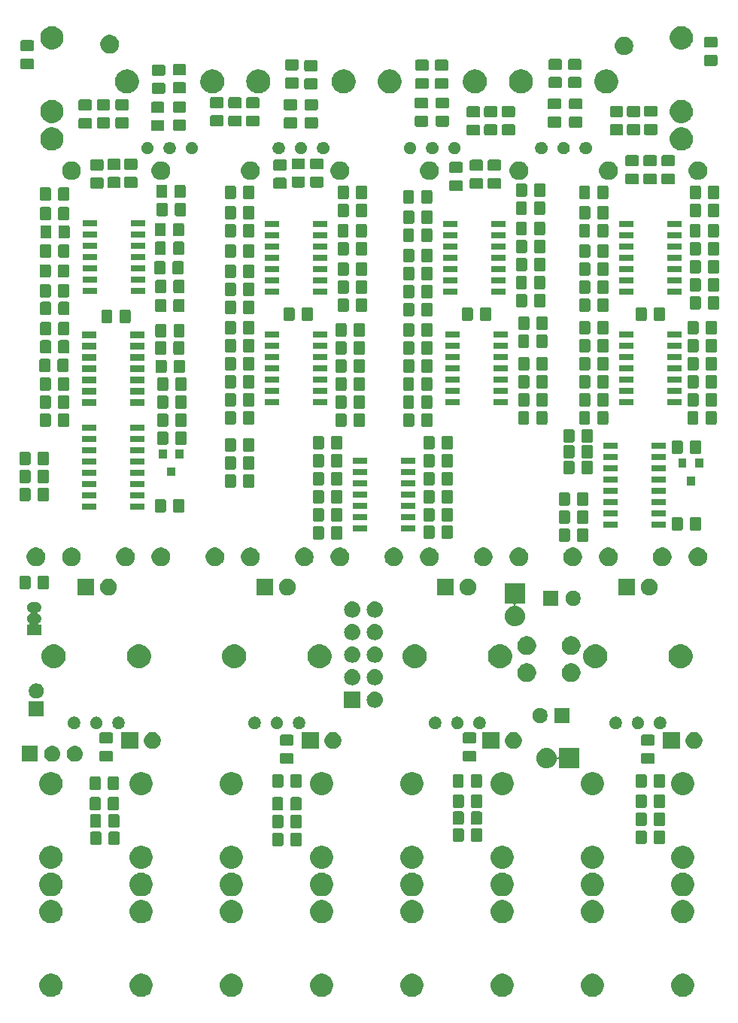
<source format=gbr>
%TF.GenerationSoftware,KiCad,Pcbnew,(5.0.1)-3*%
%TF.CreationDate,2020-04-13T20:04:37+01:00*%
%TF.ProjectId,pcb,7063622E6B696361645F706362000000,rev?*%
%TF.SameCoordinates,Original*%
%TF.FileFunction,Soldermask,Bot*%
%TF.FilePolarity,Negative*%
%FSLAX46Y46*%
G04 Gerber Fmt 4.6, Leading zero omitted, Abs format (unit mm)*
G04 Created by KiCad (PCBNEW (5.0.1)-3) date 13/04/2020 20:04:37*
%MOMM*%
%LPD*%
G01*
G04 APERTURE LIST*
%ADD10C,0.400000*%
G04 APERTURE END LIST*
D10*
G36*
X88879485Y-119568996D02*
X88879487Y-119568997D01*
X88879488Y-119568997D01*
X89116255Y-119667069D01*
X89329342Y-119809449D01*
X89510551Y-119990658D01*
X89652931Y-120203745D01*
X89751004Y-120440515D01*
X89801000Y-120691861D01*
X89801000Y-120948139D01*
X89751004Y-121199485D01*
X89652931Y-121436255D01*
X89510551Y-121649342D01*
X89329342Y-121830551D01*
X89329339Y-121830553D01*
X89116255Y-121972931D01*
X88879488Y-122071003D01*
X88879487Y-122071003D01*
X88879485Y-122071004D01*
X88628139Y-122121000D01*
X88371861Y-122121000D01*
X88120515Y-122071004D01*
X88120513Y-122071003D01*
X88120512Y-122071003D01*
X87883745Y-121972931D01*
X87670661Y-121830553D01*
X87670658Y-121830551D01*
X87489449Y-121649342D01*
X87347069Y-121436255D01*
X87248996Y-121199485D01*
X87199000Y-120948139D01*
X87199000Y-120691861D01*
X87248996Y-120440515D01*
X87347069Y-120203745D01*
X87489449Y-119990658D01*
X87670658Y-119809449D01*
X87883745Y-119667069D01*
X88120512Y-119568997D01*
X88120513Y-119568997D01*
X88120515Y-119568996D01*
X88371861Y-119519000D01*
X88628139Y-119519000D01*
X88879485Y-119568996D01*
X88879485Y-119568996D01*
G37*
G36*
X78722337Y-119568996D02*
X78722339Y-119568997D01*
X78722340Y-119568997D01*
X78959107Y-119667069D01*
X79172194Y-119809449D01*
X79353403Y-119990658D01*
X79495783Y-120203745D01*
X79593856Y-120440515D01*
X79643852Y-120691861D01*
X79643852Y-120948139D01*
X79593856Y-121199485D01*
X79495783Y-121436255D01*
X79353403Y-121649342D01*
X79172194Y-121830551D01*
X79172191Y-121830553D01*
X78959107Y-121972931D01*
X78722340Y-122071003D01*
X78722339Y-122071003D01*
X78722337Y-122071004D01*
X78470991Y-122121000D01*
X78214713Y-122121000D01*
X77963367Y-122071004D01*
X77963365Y-122071003D01*
X77963364Y-122071003D01*
X77726597Y-121972931D01*
X77513513Y-121830553D01*
X77513510Y-121830551D01*
X77332301Y-121649342D01*
X77189921Y-121436255D01*
X77091848Y-121199485D01*
X77041852Y-120948139D01*
X77041852Y-120691861D01*
X77091848Y-120440515D01*
X77189921Y-120203745D01*
X77332301Y-119990658D01*
X77513510Y-119809449D01*
X77726597Y-119667069D01*
X77963364Y-119568997D01*
X77963365Y-119568997D01*
X77963367Y-119568996D01*
X78214713Y-119519000D01*
X78470991Y-119519000D01*
X78722337Y-119568996D01*
X78722337Y-119568996D01*
G37*
G36*
X17779485Y-119568996D02*
X17779487Y-119568997D01*
X17779488Y-119568997D01*
X18016255Y-119667069D01*
X18229342Y-119809449D01*
X18410551Y-119990658D01*
X18552931Y-120203745D01*
X18651004Y-120440515D01*
X18701000Y-120691861D01*
X18701000Y-120948139D01*
X18651004Y-121199485D01*
X18552931Y-121436255D01*
X18410551Y-121649342D01*
X18229342Y-121830551D01*
X18229339Y-121830553D01*
X18016255Y-121972931D01*
X17779488Y-122071003D01*
X17779487Y-122071003D01*
X17779485Y-122071004D01*
X17528139Y-122121000D01*
X17271861Y-122121000D01*
X17020515Y-122071004D01*
X17020513Y-122071003D01*
X17020512Y-122071003D01*
X16783745Y-121972931D01*
X16570661Y-121830553D01*
X16570658Y-121830551D01*
X16389449Y-121649342D01*
X16247069Y-121436255D01*
X16148996Y-121199485D01*
X16099000Y-120948139D01*
X16099000Y-120691861D01*
X16148996Y-120440515D01*
X16247069Y-120203745D01*
X16389449Y-119990658D01*
X16570658Y-119809449D01*
X16783745Y-119667069D01*
X17020512Y-119568997D01*
X17020513Y-119568997D01*
X17020515Y-119568996D01*
X17271861Y-119519000D01*
X17528139Y-119519000D01*
X17779485Y-119568996D01*
X17779485Y-119568996D01*
G37*
G36*
X27936627Y-119568996D02*
X27936629Y-119568997D01*
X27936630Y-119568997D01*
X28173397Y-119667069D01*
X28386484Y-119809449D01*
X28567693Y-119990658D01*
X28710073Y-120203745D01*
X28808146Y-120440515D01*
X28858142Y-120691861D01*
X28858142Y-120948139D01*
X28808146Y-121199485D01*
X28710073Y-121436255D01*
X28567693Y-121649342D01*
X28386484Y-121830551D01*
X28386481Y-121830553D01*
X28173397Y-121972931D01*
X27936630Y-122071003D01*
X27936629Y-122071003D01*
X27936627Y-122071004D01*
X27685281Y-122121000D01*
X27429003Y-122121000D01*
X27177657Y-122071004D01*
X27177655Y-122071003D01*
X27177654Y-122071003D01*
X26940887Y-121972931D01*
X26727803Y-121830553D01*
X26727800Y-121830551D01*
X26546591Y-121649342D01*
X26404211Y-121436255D01*
X26306138Y-121199485D01*
X26256142Y-120948139D01*
X26256142Y-120691861D01*
X26306138Y-120440515D01*
X26404211Y-120203745D01*
X26546591Y-119990658D01*
X26727800Y-119809449D01*
X26940887Y-119667069D01*
X27177654Y-119568997D01*
X27177655Y-119568997D01*
X27177657Y-119568996D01*
X27429003Y-119519000D01*
X27685281Y-119519000D01*
X27936627Y-119568996D01*
X27936627Y-119568996D01*
G37*
G36*
X38093769Y-119568996D02*
X38093771Y-119568997D01*
X38093772Y-119568997D01*
X38330539Y-119667069D01*
X38543626Y-119809449D01*
X38724835Y-119990658D01*
X38867215Y-120203745D01*
X38965288Y-120440515D01*
X39015284Y-120691861D01*
X39015284Y-120948139D01*
X38965288Y-121199485D01*
X38867215Y-121436255D01*
X38724835Y-121649342D01*
X38543626Y-121830551D01*
X38543623Y-121830553D01*
X38330539Y-121972931D01*
X38093772Y-122071003D01*
X38093771Y-122071003D01*
X38093769Y-122071004D01*
X37842423Y-122121000D01*
X37586145Y-122121000D01*
X37334799Y-122071004D01*
X37334797Y-122071003D01*
X37334796Y-122071003D01*
X37098029Y-121972931D01*
X36884945Y-121830553D01*
X36884942Y-121830551D01*
X36703733Y-121649342D01*
X36561353Y-121436255D01*
X36463280Y-121199485D01*
X36413284Y-120948139D01*
X36413284Y-120691861D01*
X36463280Y-120440515D01*
X36561353Y-120203745D01*
X36703733Y-119990658D01*
X36884942Y-119809449D01*
X37098029Y-119667069D01*
X37334796Y-119568997D01*
X37334797Y-119568997D01*
X37334799Y-119568996D01*
X37586145Y-119519000D01*
X37842423Y-119519000D01*
X38093769Y-119568996D01*
X38093769Y-119568996D01*
G37*
G36*
X68565195Y-119568996D02*
X68565197Y-119568997D01*
X68565198Y-119568997D01*
X68801965Y-119667069D01*
X69015052Y-119809449D01*
X69196261Y-119990658D01*
X69338641Y-120203745D01*
X69436714Y-120440515D01*
X69486710Y-120691861D01*
X69486710Y-120948139D01*
X69436714Y-121199485D01*
X69338641Y-121436255D01*
X69196261Y-121649342D01*
X69015052Y-121830551D01*
X69015049Y-121830553D01*
X68801965Y-121972931D01*
X68565198Y-122071003D01*
X68565197Y-122071003D01*
X68565195Y-122071004D01*
X68313849Y-122121000D01*
X68057571Y-122121000D01*
X67806225Y-122071004D01*
X67806223Y-122071003D01*
X67806222Y-122071003D01*
X67569455Y-121972931D01*
X67356371Y-121830553D01*
X67356368Y-121830551D01*
X67175159Y-121649342D01*
X67032779Y-121436255D01*
X66934706Y-121199485D01*
X66884710Y-120948139D01*
X66884710Y-120691861D01*
X66934706Y-120440515D01*
X67032779Y-120203745D01*
X67175159Y-119990658D01*
X67356368Y-119809449D01*
X67569455Y-119667069D01*
X67806222Y-119568997D01*
X67806223Y-119568997D01*
X67806225Y-119568996D01*
X68057571Y-119519000D01*
X68313849Y-119519000D01*
X68565195Y-119568996D01*
X68565195Y-119568996D01*
G37*
G36*
X48250911Y-119568996D02*
X48250913Y-119568997D01*
X48250914Y-119568997D01*
X48487681Y-119667069D01*
X48700768Y-119809449D01*
X48881977Y-119990658D01*
X49024357Y-120203745D01*
X49122430Y-120440515D01*
X49172426Y-120691861D01*
X49172426Y-120948139D01*
X49122430Y-121199485D01*
X49024357Y-121436255D01*
X48881977Y-121649342D01*
X48700768Y-121830551D01*
X48700765Y-121830553D01*
X48487681Y-121972931D01*
X48250914Y-122071003D01*
X48250913Y-122071003D01*
X48250911Y-122071004D01*
X47999565Y-122121000D01*
X47743287Y-122121000D01*
X47491941Y-122071004D01*
X47491939Y-122071003D01*
X47491938Y-122071003D01*
X47255171Y-121972931D01*
X47042087Y-121830553D01*
X47042084Y-121830551D01*
X46860875Y-121649342D01*
X46718495Y-121436255D01*
X46620422Y-121199485D01*
X46570426Y-120948139D01*
X46570426Y-120691861D01*
X46620422Y-120440515D01*
X46718495Y-120203745D01*
X46860875Y-119990658D01*
X47042084Y-119809449D01*
X47255171Y-119667069D01*
X47491938Y-119568997D01*
X47491939Y-119568997D01*
X47491941Y-119568996D01*
X47743287Y-119519000D01*
X47999565Y-119519000D01*
X48250911Y-119568996D01*
X48250911Y-119568996D01*
G37*
G36*
X58408053Y-119568996D02*
X58408055Y-119568997D01*
X58408056Y-119568997D01*
X58644823Y-119667069D01*
X58857910Y-119809449D01*
X59039119Y-119990658D01*
X59181499Y-120203745D01*
X59279572Y-120440515D01*
X59329568Y-120691861D01*
X59329568Y-120948139D01*
X59279572Y-121199485D01*
X59181499Y-121436255D01*
X59039119Y-121649342D01*
X58857910Y-121830551D01*
X58857907Y-121830553D01*
X58644823Y-121972931D01*
X58408056Y-122071003D01*
X58408055Y-122071003D01*
X58408053Y-122071004D01*
X58156707Y-122121000D01*
X57900429Y-122121000D01*
X57649083Y-122071004D01*
X57649081Y-122071003D01*
X57649080Y-122071003D01*
X57412313Y-121972931D01*
X57199229Y-121830553D01*
X57199226Y-121830551D01*
X57018017Y-121649342D01*
X56875637Y-121436255D01*
X56777564Y-121199485D01*
X56727568Y-120948139D01*
X56727568Y-120691861D01*
X56777564Y-120440515D01*
X56875637Y-120203745D01*
X57018017Y-119990658D01*
X57199226Y-119809449D01*
X57412313Y-119667069D01*
X57649080Y-119568997D01*
X57649081Y-119568997D01*
X57649083Y-119568996D01*
X57900429Y-119519000D01*
X58156707Y-119519000D01*
X58408053Y-119568996D01*
X58408053Y-119568996D01*
G37*
G36*
X58408053Y-111268996D02*
X58408055Y-111268997D01*
X58408056Y-111268997D01*
X58644823Y-111367069D01*
X58857910Y-111509449D01*
X59039119Y-111690658D01*
X59181499Y-111903745D01*
X59279572Y-112140515D01*
X59329568Y-112391861D01*
X59329568Y-112648139D01*
X59279572Y-112899485D01*
X59181499Y-113136255D01*
X59039119Y-113349342D01*
X58857910Y-113530551D01*
X58857907Y-113530553D01*
X58644823Y-113672931D01*
X58408056Y-113771003D01*
X58408055Y-113771003D01*
X58408053Y-113771004D01*
X58156707Y-113821000D01*
X57900429Y-113821000D01*
X57649083Y-113771004D01*
X57649081Y-113771003D01*
X57649080Y-113771003D01*
X57412313Y-113672931D01*
X57199229Y-113530553D01*
X57199226Y-113530551D01*
X57018017Y-113349342D01*
X56875637Y-113136255D01*
X56777564Y-112899485D01*
X56727568Y-112648139D01*
X56727568Y-112391861D01*
X56777564Y-112140515D01*
X56875637Y-111903745D01*
X57018017Y-111690658D01*
X57199226Y-111509449D01*
X57412313Y-111367069D01*
X57649080Y-111268997D01*
X57649081Y-111268997D01*
X57649083Y-111268996D01*
X57900429Y-111219000D01*
X58156707Y-111219000D01*
X58408053Y-111268996D01*
X58408053Y-111268996D01*
G37*
G36*
X17779485Y-111268996D02*
X17779487Y-111268997D01*
X17779488Y-111268997D01*
X18016255Y-111367069D01*
X18229342Y-111509449D01*
X18410551Y-111690658D01*
X18552931Y-111903745D01*
X18651004Y-112140515D01*
X18701000Y-112391861D01*
X18701000Y-112648139D01*
X18651004Y-112899485D01*
X18552931Y-113136255D01*
X18410551Y-113349342D01*
X18229342Y-113530551D01*
X18229339Y-113530553D01*
X18016255Y-113672931D01*
X17779488Y-113771003D01*
X17779487Y-113771003D01*
X17779485Y-113771004D01*
X17528139Y-113821000D01*
X17271861Y-113821000D01*
X17020515Y-113771004D01*
X17020513Y-113771003D01*
X17020512Y-113771003D01*
X16783745Y-113672931D01*
X16570661Y-113530553D01*
X16570658Y-113530551D01*
X16389449Y-113349342D01*
X16247069Y-113136255D01*
X16148996Y-112899485D01*
X16099000Y-112648139D01*
X16099000Y-112391861D01*
X16148996Y-112140515D01*
X16247069Y-111903745D01*
X16389449Y-111690658D01*
X16570658Y-111509449D01*
X16783745Y-111367069D01*
X17020512Y-111268997D01*
X17020513Y-111268997D01*
X17020515Y-111268996D01*
X17271861Y-111219000D01*
X17528139Y-111219000D01*
X17779485Y-111268996D01*
X17779485Y-111268996D01*
G37*
G36*
X27936627Y-111268996D02*
X27936629Y-111268997D01*
X27936630Y-111268997D01*
X28173397Y-111367069D01*
X28386484Y-111509449D01*
X28567693Y-111690658D01*
X28710073Y-111903745D01*
X28808146Y-112140515D01*
X28858142Y-112391861D01*
X28858142Y-112648139D01*
X28808146Y-112899485D01*
X28710073Y-113136255D01*
X28567693Y-113349342D01*
X28386484Y-113530551D01*
X28386481Y-113530553D01*
X28173397Y-113672931D01*
X27936630Y-113771003D01*
X27936629Y-113771003D01*
X27936627Y-113771004D01*
X27685281Y-113821000D01*
X27429003Y-113821000D01*
X27177657Y-113771004D01*
X27177655Y-113771003D01*
X27177654Y-113771003D01*
X26940887Y-113672931D01*
X26727803Y-113530553D01*
X26727800Y-113530551D01*
X26546591Y-113349342D01*
X26404211Y-113136255D01*
X26306138Y-112899485D01*
X26256142Y-112648139D01*
X26256142Y-112391861D01*
X26306138Y-112140515D01*
X26404211Y-111903745D01*
X26546591Y-111690658D01*
X26727800Y-111509449D01*
X26940887Y-111367069D01*
X27177654Y-111268997D01*
X27177655Y-111268997D01*
X27177657Y-111268996D01*
X27429003Y-111219000D01*
X27685281Y-111219000D01*
X27936627Y-111268996D01*
X27936627Y-111268996D01*
G37*
G36*
X88879485Y-111268996D02*
X88879487Y-111268997D01*
X88879488Y-111268997D01*
X89116255Y-111367069D01*
X89329342Y-111509449D01*
X89510551Y-111690658D01*
X89652931Y-111903745D01*
X89751004Y-112140515D01*
X89801000Y-112391861D01*
X89801000Y-112648139D01*
X89751004Y-112899485D01*
X89652931Y-113136255D01*
X89510551Y-113349342D01*
X89329342Y-113530551D01*
X89329339Y-113530553D01*
X89116255Y-113672931D01*
X88879488Y-113771003D01*
X88879487Y-113771003D01*
X88879485Y-113771004D01*
X88628139Y-113821000D01*
X88371861Y-113821000D01*
X88120515Y-113771004D01*
X88120513Y-113771003D01*
X88120512Y-113771003D01*
X87883745Y-113672931D01*
X87670661Y-113530553D01*
X87670658Y-113530551D01*
X87489449Y-113349342D01*
X87347069Y-113136255D01*
X87248996Y-112899485D01*
X87199000Y-112648139D01*
X87199000Y-112391861D01*
X87248996Y-112140515D01*
X87347069Y-111903745D01*
X87489449Y-111690658D01*
X87670658Y-111509449D01*
X87883745Y-111367069D01*
X88120512Y-111268997D01*
X88120513Y-111268997D01*
X88120515Y-111268996D01*
X88371861Y-111219000D01*
X88628139Y-111219000D01*
X88879485Y-111268996D01*
X88879485Y-111268996D01*
G37*
G36*
X48250911Y-111268996D02*
X48250913Y-111268997D01*
X48250914Y-111268997D01*
X48487681Y-111367069D01*
X48700768Y-111509449D01*
X48881977Y-111690658D01*
X49024357Y-111903745D01*
X49122430Y-112140515D01*
X49172426Y-112391861D01*
X49172426Y-112648139D01*
X49122430Y-112899485D01*
X49024357Y-113136255D01*
X48881977Y-113349342D01*
X48700768Y-113530551D01*
X48700765Y-113530553D01*
X48487681Y-113672931D01*
X48250914Y-113771003D01*
X48250913Y-113771003D01*
X48250911Y-113771004D01*
X47999565Y-113821000D01*
X47743287Y-113821000D01*
X47491941Y-113771004D01*
X47491939Y-113771003D01*
X47491938Y-113771003D01*
X47255171Y-113672931D01*
X47042087Y-113530553D01*
X47042084Y-113530551D01*
X46860875Y-113349342D01*
X46718495Y-113136255D01*
X46620422Y-112899485D01*
X46570426Y-112648139D01*
X46570426Y-112391861D01*
X46620422Y-112140515D01*
X46718495Y-111903745D01*
X46860875Y-111690658D01*
X47042084Y-111509449D01*
X47255171Y-111367069D01*
X47491938Y-111268997D01*
X47491939Y-111268997D01*
X47491941Y-111268996D01*
X47743287Y-111219000D01*
X47999565Y-111219000D01*
X48250911Y-111268996D01*
X48250911Y-111268996D01*
G37*
G36*
X78722337Y-111268996D02*
X78722339Y-111268997D01*
X78722340Y-111268997D01*
X78959107Y-111367069D01*
X79172194Y-111509449D01*
X79353403Y-111690658D01*
X79495783Y-111903745D01*
X79593856Y-112140515D01*
X79643852Y-112391861D01*
X79643852Y-112648139D01*
X79593856Y-112899485D01*
X79495783Y-113136255D01*
X79353403Y-113349342D01*
X79172194Y-113530551D01*
X79172191Y-113530553D01*
X78959107Y-113672931D01*
X78722340Y-113771003D01*
X78722339Y-113771003D01*
X78722337Y-113771004D01*
X78470991Y-113821000D01*
X78214713Y-113821000D01*
X77963367Y-113771004D01*
X77963365Y-113771003D01*
X77963364Y-113771003D01*
X77726597Y-113672931D01*
X77513513Y-113530553D01*
X77513510Y-113530551D01*
X77332301Y-113349342D01*
X77189921Y-113136255D01*
X77091848Y-112899485D01*
X77041852Y-112648139D01*
X77041852Y-112391861D01*
X77091848Y-112140515D01*
X77189921Y-111903745D01*
X77332301Y-111690658D01*
X77513510Y-111509449D01*
X77726597Y-111367069D01*
X77963364Y-111268997D01*
X77963365Y-111268997D01*
X77963367Y-111268996D01*
X78214713Y-111219000D01*
X78470991Y-111219000D01*
X78722337Y-111268996D01*
X78722337Y-111268996D01*
G37*
G36*
X68565195Y-111268996D02*
X68565197Y-111268997D01*
X68565198Y-111268997D01*
X68801965Y-111367069D01*
X69015052Y-111509449D01*
X69196261Y-111690658D01*
X69338641Y-111903745D01*
X69436714Y-112140515D01*
X69486710Y-112391861D01*
X69486710Y-112648139D01*
X69436714Y-112899485D01*
X69338641Y-113136255D01*
X69196261Y-113349342D01*
X69015052Y-113530551D01*
X69015049Y-113530553D01*
X68801965Y-113672931D01*
X68565198Y-113771003D01*
X68565197Y-113771003D01*
X68565195Y-113771004D01*
X68313849Y-113821000D01*
X68057571Y-113821000D01*
X67806225Y-113771004D01*
X67806223Y-113771003D01*
X67806222Y-113771003D01*
X67569455Y-113672931D01*
X67356371Y-113530553D01*
X67356368Y-113530551D01*
X67175159Y-113349342D01*
X67032779Y-113136255D01*
X66934706Y-112899485D01*
X66884710Y-112648139D01*
X66884710Y-112391861D01*
X66934706Y-112140515D01*
X67032779Y-111903745D01*
X67175159Y-111690658D01*
X67356368Y-111509449D01*
X67569455Y-111367069D01*
X67806222Y-111268997D01*
X67806223Y-111268997D01*
X67806225Y-111268996D01*
X68057571Y-111219000D01*
X68313849Y-111219000D01*
X68565195Y-111268996D01*
X68565195Y-111268996D01*
G37*
G36*
X38093769Y-111268996D02*
X38093771Y-111268997D01*
X38093772Y-111268997D01*
X38330539Y-111367069D01*
X38543626Y-111509449D01*
X38724835Y-111690658D01*
X38867215Y-111903745D01*
X38965288Y-112140515D01*
X39015284Y-112391861D01*
X39015284Y-112648139D01*
X38965288Y-112899485D01*
X38867215Y-113136255D01*
X38724835Y-113349342D01*
X38543626Y-113530551D01*
X38543623Y-113530553D01*
X38330539Y-113672931D01*
X38093772Y-113771003D01*
X38093771Y-113771003D01*
X38093769Y-113771004D01*
X37842423Y-113821000D01*
X37586145Y-113821000D01*
X37334799Y-113771004D01*
X37334797Y-113771003D01*
X37334796Y-113771003D01*
X37098029Y-113672931D01*
X36884945Y-113530553D01*
X36884942Y-113530551D01*
X36703733Y-113349342D01*
X36561353Y-113136255D01*
X36463280Y-112899485D01*
X36413284Y-112648139D01*
X36413284Y-112391861D01*
X36463280Y-112140515D01*
X36561353Y-111903745D01*
X36703733Y-111690658D01*
X36884942Y-111509449D01*
X37098029Y-111367069D01*
X37334796Y-111268997D01*
X37334797Y-111268997D01*
X37334799Y-111268996D01*
X37586145Y-111219000D01*
X37842423Y-111219000D01*
X38093769Y-111268996D01*
X38093769Y-111268996D01*
G37*
G36*
X88879485Y-108168996D02*
X88879487Y-108168997D01*
X88879488Y-108168997D01*
X88903637Y-108179000D01*
X89116255Y-108267069D01*
X89329342Y-108409449D01*
X89510551Y-108590658D01*
X89652931Y-108803745D01*
X89751004Y-109040515D01*
X89801000Y-109291861D01*
X89801000Y-109608139D01*
X89751004Y-109859485D01*
X89652931Y-110096255D01*
X89510551Y-110309342D01*
X89329342Y-110490551D01*
X89329339Y-110490553D01*
X89116255Y-110632931D01*
X88879488Y-110731003D01*
X88879487Y-110731003D01*
X88879485Y-110731004D01*
X88628139Y-110781000D01*
X88371861Y-110781000D01*
X88120515Y-110731004D01*
X88120513Y-110731003D01*
X88120512Y-110731003D01*
X87883745Y-110632931D01*
X87670661Y-110490553D01*
X87670658Y-110490551D01*
X87489449Y-110309342D01*
X87347069Y-110096255D01*
X87248996Y-109859485D01*
X87199000Y-109608139D01*
X87199000Y-109291861D01*
X87248996Y-109040515D01*
X87347069Y-108803745D01*
X87489449Y-108590658D01*
X87670658Y-108409449D01*
X87883745Y-108267069D01*
X88096363Y-108179000D01*
X88120512Y-108168997D01*
X88120513Y-108168997D01*
X88120515Y-108168996D01*
X88371861Y-108119000D01*
X88628139Y-108119000D01*
X88879485Y-108168996D01*
X88879485Y-108168996D01*
G37*
G36*
X48250911Y-108168996D02*
X48250913Y-108168997D01*
X48250914Y-108168997D01*
X48275063Y-108179000D01*
X48487681Y-108267069D01*
X48700768Y-108409449D01*
X48881977Y-108590658D01*
X49024357Y-108803745D01*
X49122430Y-109040515D01*
X49172426Y-109291861D01*
X49172426Y-109608139D01*
X49122430Y-109859485D01*
X49024357Y-110096255D01*
X48881977Y-110309342D01*
X48700768Y-110490551D01*
X48700765Y-110490553D01*
X48487681Y-110632931D01*
X48250914Y-110731003D01*
X48250913Y-110731003D01*
X48250911Y-110731004D01*
X47999565Y-110781000D01*
X47743287Y-110781000D01*
X47491941Y-110731004D01*
X47491939Y-110731003D01*
X47491938Y-110731003D01*
X47255171Y-110632931D01*
X47042087Y-110490553D01*
X47042084Y-110490551D01*
X46860875Y-110309342D01*
X46718495Y-110096255D01*
X46620422Y-109859485D01*
X46570426Y-109608139D01*
X46570426Y-109291861D01*
X46620422Y-109040515D01*
X46718495Y-108803745D01*
X46860875Y-108590658D01*
X47042084Y-108409449D01*
X47255171Y-108267069D01*
X47467789Y-108179000D01*
X47491938Y-108168997D01*
X47491939Y-108168997D01*
X47491941Y-108168996D01*
X47743287Y-108119000D01*
X47999565Y-108119000D01*
X48250911Y-108168996D01*
X48250911Y-108168996D01*
G37*
G36*
X17779485Y-108168996D02*
X17779487Y-108168997D01*
X17779488Y-108168997D01*
X17803637Y-108179000D01*
X18016255Y-108267069D01*
X18229342Y-108409449D01*
X18410551Y-108590658D01*
X18552931Y-108803745D01*
X18651004Y-109040515D01*
X18701000Y-109291861D01*
X18701000Y-109608139D01*
X18651004Y-109859485D01*
X18552931Y-110096255D01*
X18410551Y-110309342D01*
X18229342Y-110490551D01*
X18229339Y-110490553D01*
X18016255Y-110632931D01*
X17779488Y-110731003D01*
X17779487Y-110731003D01*
X17779485Y-110731004D01*
X17528139Y-110781000D01*
X17271861Y-110781000D01*
X17020515Y-110731004D01*
X17020513Y-110731003D01*
X17020512Y-110731003D01*
X16783745Y-110632931D01*
X16570661Y-110490553D01*
X16570658Y-110490551D01*
X16389449Y-110309342D01*
X16247069Y-110096255D01*
X16148996Y-109859485D01*
X16099000Y-109608139D01*
X16099000Y-109291861D01*
X16148996Y-109040515D01*
X16247069Y-108803745D01*
X16389449Y-108590658D01*
X16570658Y-108409449D01*
X16783745Y-108267069D01*
X16996363Y-108179000D01*
X17020512Y-108168997D01*
X17020513Y-108168997D01*
X17020515Y-108168996D01*
X17271861Y-108119000D01*
X17528139Y-108119000D01*
X17779485Y-108168996D01*
X17779485Y-108168996D01*
G37*
G36*
X38093769Y-108168996D02*
X38093771Y-108168997D01*
X38093772Y-108168997D01*
X38117921Y-108179000D01*
X38330539Y-108267069D01*
X38543626Y-108409449D01*
X38724835Y-108590658D01*
X38867215Y-108803745D01*
X38965288Y-109040515D01*
X39015284Y-109291861D01*
X39015284Y-109608139D01*
X38965288Y-109859485D01*
X38867215Y-110096255D01*
X38724835Y-110309342D01*
X38543626Y-110490551D01*
X38543623Y-110490553D01*
X38330539Y-110632931D01*
X38093772Y-110731003D01*
X38093771Y-110731003D01*
X38093769Y-110731004D01*
X37842423Y-110781000D01*
X37586145Y-110781000D01*
X37334799Y-110731004D01*
X37334797Y-110731003D01*
X37334796Y-110731003D01*
X37098029Y-110632931D01*
X36884945Y-110490553D01*
X36884942Y-110490551D01*
X36703733Y-110309342D01*
X36561353Y-110096255D01*
X36463280Y-109859485D01*
X36413284Y-109608139D01*
X36413284Y-109291861D01*
X36463280Y-109040515D01*
X36561353Y-108803745D01*
X36703733Y-108590658D01*
X36884942Y-108409449D01*
X37098029Y-108267069D01*
X37310647Y-108179000D01*
X37334796Y-108168997D01*
X37334797Y-108168997D01*
X37334799Y-108168996D01*
X37586145Y-108119000D01*
X37842423Y-108119000D01*
X38093769Y-108168996D01*
X38093769Y-108168996D01*
G37*
G36*
X58408053Y-108168996D02*
X58408055Y-108168997D01*
X58408056Y-108168997D01*
X58432205Y-108179000D01*
X58644823Y-108267069D01*
X58857910Y-108409449D01*
X59039119Y-108590658D01*
X59181499Y-108803745D01*
X59279572Y-109040515D01*
X59329568Y-109291861D01*
X59329568Y-109608139D01*
X59279572Y-109859485D01*
X59181499Y-110096255D01*
X59039119Y-110309342D01*
X58857910Y-110490551D01*
X58857907Y-110490553D01*
X58644823Y-110632931D01*
X58408056Y-110731003D01*
X58408055Y-110731003D01*
X58408053Y-110731004D01*
X58156707Y-110781000D01*
X57900429Y-110781000D01*
X57649083Y-110731004D01*
X57649081Y-110731003D01*
X57649080Y-110731003D01*
X57412313Y-110632931D01*
X57199229Y-110490553D01*
X57199226Y-110490551D01*
X57018017Y-110309342D01*
X56875637Y-110096255D01*
X56777564Y-109859485D01*
X56727568Y-109608139D01*
X56727568Y-109291861D01*
X56777564Y-109040515D01*
X56875637Y-108803745D01*
X57018017Y-108590658D01*
X57199226Y-108409449D01*
X57412313Y-108267069D01*
X57624931Y-108179000D01*
X57649080Y-108168997D01*
X57649081Y-108168997D01*
X57649083Y-108168996D01*
X57900429Y-108119000D01*
X58156707Y-108119000D01*
X58408053Y-108168996D01*
X58408053Y-108168996D01*
G37*
G36*
X27936627Y-108168996D02*
X27936629Y-108168997D01*
X27936630Y-108168997D01*
X27960779Y-108179000D01*
X28173397Y-108267069D01*
X28386484Y-108409449D01*
X28567693Y-108590658D01*
X28710073Y-108803745D01*
X28808146Y-109040515D01*
X28858142Y-109291861D01*
X28858142Y-109608139D01*
X28808146Y-109859485D01*
X28710073Y-110096255D01*
X28567693Y-110309342D01*
X28386484Y-110490551D01*
X28386481Y-110490553D01*
X28173397Y-110632931D01*
X27936630Y-110731003D01*
X27936629Y-110731003D01*
X27936627Y-110731004D01*
X27685281Y-110781000D01*
X27429003Y-110781000D01*
X27177657Y-110731004D01*
X27177655Y-110731003D01*
X27177654Y-110731003D01*
X26940887Y-110632931D01*
X26727803Y-110490553D01*
X26727800Y-110490551D01*
X26546591Y-110309342D01*
X26404211Y-110096255D01*
X26306138Y-109859485D01*
X26256142Y-109608139D01*
X26256142Y-109291861D01*
X26306138Y-109040515D01*
X26404211Y-108803745D01*
X26546591Y-108590658D01*
X26727800Y-108409449D01*
X26940887Y-108267069D01*
X27153505Y-108179000D01*
X27177654Y-108168997D01*
X27177655Y-108168997D01*
X27177657Y-108168996D01*
X27429003Y-108119000D01*
X27685281Y-108119000D01*
X27936627Y-108168996D01*
X27936627Y-108168996D01*
G37*
G36*
X68565195Y-108168996D02*
X68565197Y-108168997D01*
X68565198Y-108168997D01*
X68589347Y-108179000D01*
X68801965Y-108267069D01*
X69015052Y-108409449D01*
X69196261Y-108590658D01*
X69338641Y-108803745D01*
X69436714Y-109040515D01*
X69486710Y-109291861D01*
X69486710Y-109608139D01*
X69436714Y-109859485D01*
X69338641Y-110096255D01*
X69196261Y-110309342D01*
X69015052Y-110490551D01*
X69015049Y-110490553D01*
X68801965Y-110632931D01*
X68565198Y-110731003D01*
X68565197Y-110731003D01*
X68565195Y-110731004D01*
X68313849Y-110781000D01*
X68057571Y-110781000D01*
X67806225Y-110731004D01*
X67806223Y-110731003D01*
X67806222Y-110731003D01*
X67569455Y-110632931D01*
X67356371Y-110490553D01*
X67356368Y-110490551D01*
X67175159Y-110309342D01*
X67032779Y-110096255D01*
X66934706Y-109859485D01*
X66884710Y-109608139D01*
X66884710Y-109291861D01*
X66934706Y-109040515D01*
X67032779Y-108803745D01*
X67175159Y-108590658D01*
X67356368Y-108409449D01*
X67569455Y-108267069D01*
X67782073Y-108179000D01*
X67806222Y-108168997D01*
X67806223Y-108168997D01*
X67806225Y-108168996D01*
X68057571Y-108119000D01*
X68313849Y-108119000D01*
X68565195Y-108168996D01*
X68565195Y-108168996D01*
G37*
G36*
X78722337Y-108168996D02*
X78722339Y-108168997D01*
X78722340Y-108168997D01*
X78746489Y-108179000D01*
X78959107Y-108267069D01*
X79172194Y-108409449D01*
X79353403Y-108590658D01*
X79495783Y-108803745D01*
X79593856Y-109040515D01*
X79643852Y-109291861D01*
X79643852Y-109608139D01*
X79593856Y-109859485D01*
X79495783Y-110096255D01*
X79353403Y-110309342D01*
X79172194Y-110490551D01*
X79172191Y-110490553D01*
X78959107Y-110632931D01*
X78722340Y-110731003D01*
X78722339Y-110731003D01*
X78722337Y-110731004D01*
X78470991Y-110781000D01*
X78214713Y-110781000D01*
X77963367Y-110731004D01*
X77963365Y-110731003D01*
X77963364Y-110731003D01*
X77726597Y-110632931D01*
X77513513Y-110490553D01*
X77513510Y-110490551D01*
X77332301Y-110309342D01*
X77189921Y-110096255D01*
X77091848Y-109859485D01*
X77041852Y-109608139D01*
X77041852Y-109291861D01*
X77091848Y-109040515D01*
X77189921Y-108803745D01*
X77332301Y-108590658D01*
X77513510Y-108409449D01*
X77726597Y-108267069D01*
X77939215Y-108179000D01*
X77963364Y-108168997D01*
X77963365Y-108168997D01*
X77963367Y-108168996D01*
X78214713Y-108119000D01*
X78470991Y-108119000D01*
X78722337Y-108168996D01*
X78722337Y-108168996D01*
G37*
G36*
X27936627Y-105128996D02*
X27936629Y-105128997D01*
X27936630Y-105128997D01*
X28173397Y-105227069D01*
X28386484Y-105369449D01*
X28567693Y-105550658D01*
X28710073Y-105763745D01*
X28808146Y-106000515D01*
X28858142Y-106251861D01*
X28858142Y-106508139D01*
X28808146Y-106759485D01*
X28710073Y-106996255D01*
X28567693Y-107209342D01*
X28386484Y-107390551D01*
X28386481Y-107390553D01*
X28173397Y-107532931D01*
X27936630Y-107631003D01*
X27936629Y-107631003D01*
X27936627Y-107631004D01*
X27685281Y-107681000D01*
X27429003Y-107681000D01*
X27177657Y-107631004D01*
X27177655Y-107631003D01*
X27177654Y-107631003D01*
X26940887Y-107532931D01*
X26727803Y-107390553D01*
X26727800Y-107390551D01*
X26546591Y-107209342D01*
X26404211Y-106996255D01*
X26306138Y-106759485D01*
X26256142Y-106508139D01*
X26256142Y-106251861D01*
X26306138Y-106000515D01*
X26404211Y-105763745D01*
X26546591Y-105550658D01*
X26727800Y-105369449D01*
X26940887Y-105227069D01*
X27177654Y-105128997D01*
X27177655Y-105128997D01*
X27177657Y-105128996D01*
X27429003Y-105079000D01*
X27685281Y-105079000D01*
X27936627Y-105128996D01*
X27936627Y-105128996D01*
G37*
G36*
X38093769Y-105128996D02*
X38093771Y-105128997D01*
X38093772Y-105128997D01*
X38330539Y-105227069D01*
X38543626Y-105369449D01*
X38724835Y-105550658D01*
X38867215Y-105763745D01*
X38965288Y-106000515D01*
X39015284Y-106251861D01*
X39015284Y-106508139D01*
X38965288Y-106759485D01*
X38867215Y-106996255D01*
X38724835Y-107209342D01*
X38543626Y-107390551D01*
X38543623Y-107390553D01*
X38330539Y-107532931D01*
X38093772Y-107631003D01*
X38093771Y-107631003D01*
X38093769Y-107631004D01*
X37842423Y-107681000D01*
X37586145Y-107681000D01*
X37334799Y-107631004D01*
X37334797Y-107631003D01*
X37334796Y-107631003D01*
X37098029Y-107532931D01*
X36884945Y-107390553D01*
X36884942Y-107390551D01*
X36703733Y-107209342D01*
X36561353Y-106996255D01*
X36463280Y-106759485D01*
X36413284Y-106508139D01*
X36413284Y-106251861D01*
X36463280Y-106000515D01*
X36561353Y-105763745D01*
X36703733Y-105550658D01*
X36884942Y-105369449D01*
X37098029Y-105227069D01*
X37334796Y-105128997D01*
X37334797Y-105128997D01*
X37334799Y-105128996D01*
X37586145Y-105079000D01*
X37842423Y-105079000D01*
X38093769Y-105128996D01*
X38093769Y-105128996D01*
G37*
G36*
X48250911Y-105128996D02*
X48250913Y-105128997D01*
X48250914Y-105128997D01*
X48487681Y-105227069D01*
X48700768Y-105369449D01*
X48881977Y-105550658D01*
X49024357Y-105763745D01*
X49122430Y-106000515D01*
X49172426Y-106251861D01*
X49172426Y-106508139D01*
X49122430Y-106759485D01*
X49024357Y-106996255D01*
X48881977Y-107209342D01*
X48700768Y-107390551D01*
X48700765Y-107390553D01*
X48487681Y-107532931D01*
X48250914Y-107631003D01*
X48250913Y-107631003D01*
X48250911Y-107631004D01*
X47999565Y-107681000D01*
X47743287Y-107681000D01*
X47491941Y-107631004D01*
X47491939Y-107631003D01*
X47491938Y-107631003D01*
X47255171Y-107532931D01*
X47042087Y-107390553D01*
X47042084Y-107390551D01*
X46860875Y-107209342D01*
X46718495Y-106996255D01*
X46620422Y-106759485D01*
X46570426Y-106508139D01*
X46570426Y-106251861D01*
X46620422Y-106000515D01*
X46718495Y-105763745D01*
X46860875Y-105550658D01*
X47042084Y-105369449D01*
X47255171Y-105227069D01*
X47491938Y-105128997D01*
X47491939Y-105128997D01*
X47491941Y-105128996D01*
X47743287Y-105079000D01*
X47999565Y-105079000D01*
X48250911Y-105128996D01*
X48250911Y-105128996D01*
G37*
G36*
X58408053Y-105128996D02*
X58408055Y-105128997D01*
X58408056Y-105128997D01*
X58644823Y-105227069D01*
X58857910Y-105369449D01*
X59039119Y-105550658D01*
X59181499Y-105763745D01*
X59279572Y-106000515D01*
X59329568Y-106251861D01*
X59329568Y-106508139D01*
X59279572Y-106759485D01*
X59181499Y-106996255D01*
X59039119Y-107209342D01*
X58857910Y-107390551D01*
X58857907Y-107390553D01*
X58644823Y-107532931D01*
X58408056Y-107631003D01*
X58408055Y-107631003D01*
X58408053Y-107631004D01*
X58156707Y-107681000D01*
X57900429Y-107681000D01*
X57649083Y-107631004D01*
X57649081Y-107631003D01*
X57649080Y-107631003D01*
X57412313Y-107532931D01*
X57199229Y-107390553D01*
X57199226Y-107390551D01*
X57018017Y-107209342D01*
X56875637Y-106996255D01*
X56777564Y-106759485D01*
X56727568Y-106508139D01*
X56727568Y-106251861D01*
X56777564Y-106000515D01*
X56875637Y-105763745D01*
X57018017Y-105550658D01*
X57199226Y-105369449D01*
X57412313Y-105227069D01*
X57649080Y-105128997D01*
X57649081Y-105128997D01*
X57649083Y-105128996D01*
X57900429Y-105079000D01*
X58156707Y-105079000D01*
X58408053Y-105128996D01*
X58408053Y-105128996D01*
G37*
G36*
X78722337Y-105128996D02*
X78722339Y-105128997D01*
X78722340Y-105128997D01*
X78959107Y-105227069D01*
X79172194Y-105369449D01*
X79353403Y-105550658D01*
X79495783Y-105763745D01*
X79593856Y-106000515D01*
X79643852Y-106251861D01*
X79643852Y-106508139D01*
X79593856Y-106759485D01*
X79495783Y-106996255D01*
X79353403Y-107209342D01*
X79172194Y-107390551D01*
X79172191Y-107390553D01*
X78959107Y-107532931D01*
X78722340Y-107631003D01*
X78722339Y-107631003D01*
X78722337Y-107631004D01*
X78470991Y-107681000D01*
X78214713Y-107681000D01*
X77963367Y-107631004D01*
X77963365Y-107631003D01*
X77963364Y-107631003D01*
X77726597Y-107532931D01*
X77513513Y-107390553D01*
X77513510Y-107390551D01*
X77332301Y-107209342D01*
X77189921Y-106996255D01*
X77091848Y-106759485D01*
X77041852Y-106508139D01*
X77041852Y-106251861D01*
X77091848Y-106000515D01*
X77189921Y-105763745D01*
X77332301Y-105550658D01*
X77513510Y-105369449D01*
X77726597Y-105227069D01*
X77963364Y-105128997D01*
X77963365Y-105128997D01*
X77963367Y-105128996D01*
X78214713Y-105079000D01*
X78470991Y-105079000D01*
X78722337Y-105128996D01*
X78722337Y-105128996D01*
G37*
G36*
X88879485Y-105128996D02*
X88879487Y-105128997D01*
X88879488Y-105128997D01*
X89116255Y-105227069D01*
X89329342Y-105369449D01*
X89510551Y-105550658D01*
X89652931Y-105763745D01*
X89751004Y-106000515D01*
X89801000Y-106251861D01*
X89801000Y-106508139D01*
X89751004Y-106759485D01*
X89652931Y-106996255D01*
X89510551Y-107209342D01*
X89329342Y-107390551D01*
X89329339Y-107390553D01*
X89116255Y-107532931D01*
X88879488Y-107631003D01*
X88879487Y-107631003D01*
X88879485Y-107631004D01*
X88628139Y-107681000D01*
X88371861Y-107681000D01*
X88120515Y-107631004D01*
X88120513Y-107631003D01*
X88120512Y-107631003D01*
X87883745Y-107532931D01*
X87670661Y-107390553D01*
X87670658Y-107390551D01*
X87489449Y-107209342D01*
X87347069Y-106996255D01*
X87248996Y-106759485D01*
X87199000Y-106508139D01*
X87199000Y-106251861D01*
X87248996Y-106000515D01*
X87347069Y-105763745D01*
X87489449Y-105550658D01*
X87670658Y-105369449D01*
X87883745Y-105227069D01*
X88120512Y-105128997D01*
X88120513Y-105128997D01*
X88120515Y-105128996D01*
X88371861Y-105079000D01*
X88628139Y-105079000D01*
X88879485Y-105128996D01*
X88879485Y-105128996D01*
G37*
G36*
X17779485Y-105128996D02*
X17779487Y-105128997D01*
X17779488Y-105128997D01*
X18016255Y-105227069D01*
X18229342Y-105369449D01*
X18410551Y-105550658D01*
X18552931Y-105763745D01*
X18651004Y-106000515D01*
X18701000Y-106251861D01*
X18701000Y-106508139D01*
X18651004Y-106759485D01*
X18552931Y-106996255D01*
X18410551Y-107209342D01*
X18229342Y-107390551D01*
X18229339Y-107390553D01*
X18016255Y-107532931D01*
X17779488Y-107631003D01*
X17779487Y-107631003D01*
X17779485Y-107631004D01*
X17528139Y-107681000D01*
X17271861Y-107681000D01*
X17020515Y-107631004D01*
X17020513Y-107631003D01*
X17020512Y-107631003D01*
X16783745Y-107532931D01*
X16570661Y-107390553D01*
X16570658Y-107390551D01*
X16389449Y-107209342D01*
X16247069Y-106996255D01*
X16148996Y-106759485D01*
X16099000Y-106508139D01*
X16099000Y-106251861D01*
X16148996Y-106000515D01*
X16247069Y-105763745D01*
X16389449Y-105550658D01*
X16570658Y-105369449D01*
X16783745Y-105227069D01*
X17020512Y-105128997D01*
X17020513Y-105128997D01*
X17020515Y-105128996D01*
X17271861Y-105079000D01*
X17528139Y-105079000D01*
X17779485Y-105128996D01*
X17779485Y-105128996D01*
G37*
G36*
X68565195Y-105128996D02*
X68565197Y-105128997D01*
X68565198Y-105128997D01*
X68801965Y-105227069D01*
X69015052Y-105369449D01*
X69196261Y-105550658D01*
X69338641Y-105763745D01*
X69436714Y-106000515D01*
X69486710Y-106251861D01*
X69486710Y-106508139D01*
X69436714Y-106759485D01*
X69338641Y-106996255D01*
X69196261Y-107209342D01*
X69015052Y-107390551D01*
X69015049Y-107390553D01*
X68801965Y-107532931D01*
X68565198Y-107631003D01*
X68565197Y-107631003D01*
X68565195Y-107631004D01*
X68313849Y-107681000D01*
X68057571Y-107681000D01*
X67806225Y-107631004D01*
X67806223Y-107631003D01*
X67806222Y-107631003D01*
X67569455Y-107532931D01*
X67356371Y-107390553D01*
X67356368Y-107390551D01*
X67175159Y-107209342D01*
X67032779Y-106996255D01*
X66934706Y-106759485D01*
X66884710Y-106508139D01*
X66884710Y-106251861D01*
X66934706Y-106000515D01*
X67032779Y-105763745D01*
X67175159Y-105550658D01*
X67356368Y-105369449D01*
X67569455Y-105227069D01*
X67806222Y-105128997D01*
X67806223Y-105128997D01*
X67806225Y-105128996D01*
X68057571Y-105079000D01*
X68313849Y-105079000D01*
X68565195Y-105128996D01*
X68565195Y-105128996D01*
G37*
G36*
X45430677Y-103647465D02*
X45468364Y-103658898D01*
X45503103Y-103677466D01*
X45533548Y-103702452D01*
X45558534Y-103732897D01*
X45577102Y-103767636D01*
X45588535Y-103805323D01*
X45593000Y-103850661D01*
X45593000Y-104937339D01*
X45588535Y-104982677D01*
X45577102Y-105020364D01*
X45558534Y-105055103D01*
X45533548Y-105085548D01*
X45503103Y-105110534D01*
X45468364Y-105129102D01*
X45430677Y-105140535D01*
X45385339Y-105145000D01*
X44548661Y-105145000D01*
X44503323Y-105140535D01*
X44465636Y-105129102D01*
X44430897Y-105110534D01*
X44400452Y-105085548D01*
X44375466Y-105055103D01*
X44356898Y-105020364D01*
X44345465Y-104982677D01*
X44341000Y-104937339D01*
X44341000Y-103850661D01*
X44345465Y-103805323D01*
X44356898Y-103767636D01*
X44375466Y-103732897D01*
X44400452Y-103702452D01*
X44430897Y-103677466D01*
X44465636Y-103658898D01*
X44503323Y-103647465D01*
X44548661Y-103643000D01*
X45385339Y-103643000D01*
X45430677Y-103647465D01*
X45430677Y-103647465D01*
G37*
G36*
X43380677Y-103647465D02*
X43418364Y-103658898D01*
X43453103Y-103677466D01*
X43483548Y-103702452D01*
X43508534Y-103732897D01*
X43527102Y-103767636D01*
X43538535Y-103805323D01*
X43543000Y-103850661D01*
X43543000Y-104937339D01*
X43538535Y-104982677D01*
X43527102Y-105020364D01*
X43508534Y-105055103D01*
X43483548Y-105085548D01*
X43453103Y-105110534D01*
X43418364Y-105129102D01*
X43380677Y-105140535D01*
X43335339Y-105145000D01*
X42498661Y-105145000D01*
X42453323Y-105140535D01*
X42415636Y-105129102D01*
X42380897Y-105110534D01*
X42350452Y-105085548D01*
X42325466Y-105055103D01*
X42306898Y-105020364D01*
X42295465Y-104982677D01*
X42291000Y-104937339D01*
X42291000Y-103850661D01*
X42295465Y-103805323D01*
X42306898Y-103767636D01*
X42325466Y-103732897D01*
X42350452Y-103702452D01*
X42380897Y-103677466D01*
X42415636Y-103658898D01*
X42453323Y-103647465D01*
X42498661Y-103643000D01*
X43335339Y-103643000D01*
X43380677Y-103647465D01*
X43380677Y-103647465D01*
G37*
G36*
X24963677Y-103507465D02*
X25001364Y-103518898D01*
X25036103Y-103537466D01*
X25066548Y-103562452D01*
X25091534Y-103592897D01*
X25110102Y-103627636D01*
X25121535Y-103665323D01*
X25126000Y-103710661D01*
X25126000Y-104797339D01*
X25121535Y-104842677D01*
X25110102Y-104880364D01*
X25091534Y-104915103D01*
X25066548Y-104945548D01*
X25036103Y-104970534D01*
X25001364Y-104989102D01*
X24963677Y-105000535D01*
X24918339Y-105005000D01*
X24081661Y-105005000D01*
X24036323Y-105000535D01*
X23998636Y-104989102D01*
X23963897Y-104970534D01*
X23933452Y-104945548D01*
X23908466Y-104915103D01*
X23889898Y-104880364D01*
X23878465Y-104842677D01*
X23874000Y-104797339D01*
X23874000Y-103710661D01*
X23878465Y-103665323D01*
X23889898Y-103627636D01*
X23908466Y-103592897D01*
X23933452Y-103562452D01*
X23963897Y-103537466D01*
X23998636Y-103518898D01*
X24036323Y-103507465D01*
X24081661Y-103503000D01*
X24918339Y-103503000D01*
X24963677Y-103507465D01*
X24963677Y-103507465D01*
G37*
G36*
X22913677Y-103507465D02*
X22951364Y-103518898D01*
X22986103Y-103537466D01*
X23016548Y-103562452D01*
X23041534Y-103592897D01*
X23060102Y-103627636D01*
X23071535Y-103665323D01*
X23076000Y-103710661D01*
X23076000Y-104797339D01*
X23071535Y-104842677D01*
X23060102Y-104880364D01*
X23041534Y-104915103D01*
X23016548Y-104945548D01*
X22986103Y-104970534D01*
X22951364Y-104989102D01*
X22913677Y-105000535D01*
X22868339Y-105005000D01*
X22031661Y-105005000D01*
X21986323Y-105000535D01*
X21948636Y-104989102D01*
X21913897Y-104970534D01*
X21883452Y-104945548D01*
X21858466Y-104915103D01*
X21839898Y-104880364D01*
X21828465Y-104842677D01*
X21824000Y-104797339D01*
X21824000Y-103710661D01*
X21828465Y-103665323D01*
X21839898Y-103627636D01*
X21858466Y-103592897D01*
X21883452Y-103562452D01*
X21913897Y-103537466D01*
X21948636Y-103518898D01*
X21986323Y-103507465D01*
X22031661Y-103503000D01*
X22868339Y-103503000D01*
X22913677Y-103507465D01*
X22913677Y-103507465D01*
G37*
G36*
X84274677Y-103393465D02*
X84312364Y-103404898D01*
X84347103Y-103423466D01*
X84377548Y-103448452D01*
X84402534Y-103478897D01*
X84421102Y-103513636D01*
X84432535Y-103551323D01*
X84437000Y-103596661D01*
X84437000Y-104683339D01*
X84432535Y-104728677D01*
X84421102Y-104766364D01*
X84402534Y-104801103D01*
X84377548Y-104831548D01*
X84347103Y-104856534D01*
X84312364Y-104875102D01*
X84274677Y-104886535D01*
X84229339Y-104891000D01*
X83392661Y-104891000D01*
X83347323Y-104886535D01*
X83309636Y-104875102D01*
X83274897Y-104856534D01*
X83244452Y-104831548D01*
X83219466Y-104801103D01*
X83200898Y-104766364D01*
X83189465Y-104728677D01*
X83185000Y-104683339D01*
X83185000Y-103596661D01*
X83189465Y-103551323D01*
X83200898Y-103513636D01*
X83219466Y-103478897D01*
X83244452Y-103448452D01*
X83274897Y-103423466D01*
X83309636Y-103404898D01*
X83347323Y-103393465D01*
X83392661Y-103389000D01*
X84229339Y-103389000D01*
X84274677Y-103393465D01*
X84274677Y-103393465D01*
G37*
G36*
X86324677Y-103393465D02*
X86362364Y-103404898D01*
X86397103Y-103423466D01*
X86427548Y-103448452D01*
X86452534Y-103478897D01*
X86471102Y-103513636D01*
X86482535Y-103551323D01*
X86487000Y-103596661D01*
X86487000Y-104683339D01*
X86482535Y-104728677D01*
X86471102Y-104766364D01*
X86452534Y-104801103D01*
X86427548Y-104831548D01*
X86397103Y-104856534D01*
X86362364Y-104875102D01*
X86324677Y-104886535D01*
X86279339Y-104891000D01*
X85442661Y-104891000D01*
X85397323Y-104886535D01*
X85359636Y-104875102D01*
X85324897Y-104856534D01*
X85294452Y-104831548D01*
X85269466Y-104801103D01*
X85250898Y-104766364D01*
X85239465Y-104728677D01*
X85235000Y-104683339D01*
X85235000Y-103596661D01*
X85239465Y-103551323D01*
X85250898Y-103513636D01*
X85269466Y-103478897D01*
X85294452Y-103448452D01*
X85324897Y-103423466D01*
X85359636Y-103404898D01*
X85397323Y-103393465D01*
X85442661Y-103389000D01*
X86279339Y-103389000D01*
X86324677Y-103393465D01*
X86324677Y-103393465D01*
G37*
G36*
X63700677Y-103139465D02*
X63738364Y-103150898D01*
X63773103Y-103169466D01*
X63803548Y-103194452D01*
X63828534Y-103224897D01*
X63847102Y-103259636D01*
X63858535Y-103297323D01*
X63863000Y-103342661D01*
X63863000Y-104429339D01*
X63858535Y-104474677D01*
X63847102Y-104512364D01*
X63828534Y-104547103D01*
X63803548Y-104577548D01*
X63773103Y-104602534D01*
X63738364Y-104621102D01*
X63700677Y-104632535D01*
X63655339Y-104637000D01*
X62818661Y-104637000D01*
X62773323Y-104632535D01*
X62735636Y-104621102D01*
X62700897Y-104602534D01*
X62670452Y-104577548D01*
X62645466Y-104547103D01*
X62626898Y-104512364D01*
X62615465Y-104474677D01*
X62611000Y-104429339D01*
X62611000Y-103342661D01*
X62615465Y-103297323D01*
X62626898Y-103259636D01*
X62645466Y-103224897D01*
X62670452Y-103194452D01*
X62700897Y-103169466D01*
X62735636Y-103150898D01*
X62773323Y-103139465D01*
X62818661Y-103135000D01*
X63655339Y-103135000D01*
X63700677Y-103139465D01*
X63700677Y-103139465D01*
G37*
G36*
X65750677Y-103139465D02*
X65788364Y-103150898D01*
X65823103Y-103169466D01*
X65853548Y-103194452D01*
X65878534Y-103224897D01*
X65897102Y-103259636D01*
X65908535Y-103297323D01*
X65913000Y-103342661D01*
X65913000Y-104429339D01*
X65908535Y-104474677D01*
X65897102Y-104512364D01*
X65878534Y-104547103D01*
X65853548Y-104577548D01*
X65823103Y-104602534D01*
X65788364Y-104621102D01*
X65750677Y-104632535D01*
X65705339Y-104637000D01*
X64868661Y-104637000D01*
X64823323Y-104632535D01*
X64785636Y-104621102D01*
X64750897Y-104602534D01*
X64720452Y-104577548D01*
X64695466Y-104547103D01*
X64676898Y-104512364D01*
X64665465Y-104474677D01*
X64661000Y-104429339D01*
X64661000Y-103342661D01*
X64665465Y-103297323D01*
X64676898Y-103259636D01*
X64695466Y-103224897D01*
X64720452Y-103194452D01*
X64750897Y-103169466D01*
X64785636Y-103150898D01*
X64823323Y-103139465D01*
X64868661Y-103135000D01*
X65705339Y-103135000D01*
X65750677Y-103139465D01*
X65750677Y-103139465D01*
G37*
G36*
X45430677Y-101615465D02*
X45468364Y-101626898D01*
X45503103Y-101645466D01*
X45533548Y-101670452D01*
X45558534Y-101700897D01*
X45577102Y-101735636D01*
X45588535Y-101773323D01*
X45593000Y-101818661D01*
X45593000Y-102905339D01*
X45588535Y-102950677D01*
X45577102Y-102988364D01*
X45558534Y-103023103D01*
X45533548Y-103053548D01*
X45503103Y-103078534D01*
X45468364Y-103097102D01*
X45430677Y-103108535D01*
X45385339Y-103113000D01*
X44548661Y-103113000D01*
X44503323Y-103108535D01*
X44465636Y-103097102D01*
X44430897Y-103078534D01*
X44400452Y-103053548D01*
X44375466Y-103023103D01*
X44356898Y-102988364D01*
X44345465Y-102950677D01*
X44341000Y-102905339D01*
X44341000Y-101818661D01*
X44345465Y-101773323D01*
X44356898Y-101735636D01*
X44375466Y-101700897D01*
X44400452Y-101670452D01*
X44430897Y-101645466D01*
X44465636Y-101626898D01*
X44503323Y-101615465D01*
X44548661Y-101611000D01*
X45385339Y-101611000D01*
X45430677Y-101615465D01*
X45430677Y-101615465D01*
G37*
G36*
X43380677Y-101615465D02*
X43418364Y-101626898D01*
X43453103Y-101645466D01*
X43483548Y-101670452D01*
X43508534Y-101700897D01*
X43527102Y-101735636D01*
X43538535Y-101773323D01*
X43543000Y-101818661D01*
X43543000Y-102905339D01*
X43538535Y-102950677D01*
X43527102Y-102988364D01*
X43508534Y-103023103D01*
X43483548Y-103053548D01*
X43453103Y-103078534D01*
X43418364Y-103097102D01*
X43380677Y-103108535D01*
X43335339Y-103113000D01*
X42498661Y-103113000D01*
X42453323Y-103108535D01*
X42415636Y-103097102D01*
X42380897Y-103078534D01*
X42350452Y-103053548D01*
X42325466Y-103023103D01*
X42306898Y-102988364D01*
X42295465Y-102950677D01*
X42291000Y-102905339D01*
X42291000Y-101818661D01*
X42295465Y-101773323D01*
X42306898Y-101735636D01*
X42325466Y-101700897D01*
X42350452Y-101670452D01*
X42380897Y-101645466D01*
X42415636Y-101626898D01*
X42453323Y-101615465D01*
X42498661Y-101611000D01*
X43335339Y-101611000D01*
X43380677Y-101615465D01*
X43380677Y-101615465D01*
G37*
G36*
X22888677Y-101557465D02*
X22926364Y-101568898D01*
X22961103Y-101587466D01*
X22991548Y-101612452D01*
X23016534Y-101642897D01*
X23035102Y-101677636D01*
X23046535Y-101715323D01*
X23051000Y-101760661D01*
X23051000Y-102847339D01*
X23046535Y-102892677D01*
X23035102Y-102930364D01*
X23016534Y-102965103D01*
X22991548Y-102995548D01*
X22961103Y-103020534D01*
X22926364Y-103039102D01*
X22888677Y-103050535D01*
X22843339Y-103055000D01*
X22006661Y-103055000D01*
X21961323Y-103050535D01*
X21923636Y-103039102D01*
X21888897Y-103020534D01*
X21858452Y-102995548D01*
X21833466Y-102965103D01*
X21814898Y-102930364D01*
X21803465Y-102892677D01*
X21799000Y-102847339D01*
X21799000Y-101760661D01*
X21803465Y-101715323D01*
X21814898Y-101677636D01*
X21833466Y-101642897D01*
X21858452Y-101612452D01*
X21888897Y-101587466D01*
X21923636Y-101568898D01*
X21961323Y-101557465D01*
X22006661Y-101553000D01*
X22843339Y-101553000D01*
X22888677Y-101557465D01*
X22888677Y-101557465D01*
G37*
G36*
X24938677Y-101557465D02*
X24976364Y-101568898D01*
X25011103Y-101587466D01*
X25041548Y-101612452D01*
X25066534Y-101642897D01*
X25085102Y-101677636D01*
X25096535Y-101715323D01*
X25101000Y-101760661D01*
X25101000Y-102847339D01*
X25096535Y-102892677D01*
X25085102Y-102930364D01*
X25066534Y-102965103D01*
X25041548Y-102995548D01*
X25011103Y-103020534D01*
X24976364Y-103039102D01*
X24938677Y-103050535D01*
X24893339Y-103055000D01*
X24056661Y-103055000D01*
X24011323Y-103050535D01*
X23973636Y-103039102D01*
X23938897Y-103020534D01*
X23908452Y-102995548D01*
X23883466Y-102965103D01*
X23864898Y-102930364D01*
X23853465Y-102892677D01*
X23849000Y-102847339D01*
X23849000Y-101760661D01*
X23853465Y-101715323D01*
X23864898Y-101677636D01*
X23883466Y-101642897D01*
X23908452Y-101612452D01*
X23938897Y-101587466D01*
X23973636Y-101568898D01*
X24011323Y-101557465D01*
X24056661Y-101553000D01*
X24893339Y-101553000D01*
X24938677Y-101557465D01*
X24938677Y-101557465D01*
G37*
G36*
X84274677Y-101361465D02*
X84312364Y-101372898D01*
X84347103Y-101391466D01*
X84377548Y-101416452D01*
X84402534Y-101446897D01*
X84421102Y-101481636D01*
X84432535Y-101519323D01*
X84437000Y-101564661D01*
X84437000Y-102651339D01*
X84432535Y-102696677D01*
X84421102Y-102734364D01*
X84402534Y-102769103D01*
X84377548Y-102799548D01*
X84347103Y-102824534D01*
X84312364Y-102843102D01*
X84274677Y-102854535D01*
X84229339Y-102859000D01*
X83392661Y-102859000D01*
X83347323Y-102854535D01*
X83309636Y-102843102D01*
X83274897Y-102824534D01*
X83244452Y-102799548D01*
X83219466Y-102769103D01*
X83200898Y-102734364D01*
X83189465Y-102696677D01*
X83185000Y-102651339D01*
X83185000Y-101564661D01*
X83189465Y-101519323D01*
X83200898Y-101481636D01*
X83219466Y-101446897D01*
X83244452Y-101416452D01*
X83274897Y-101391466D01*
X83309636Y-101372898D01*
X83347323Y-101361465D01*
X83392661Y-101357000D01*
X84229339Y-101357000D01*
X84274677Y-101361465D01*
X84274677Y-101361465D01*
G37*
G36*
X86324677Y-101361465D02*
X86362364Y-101372898D01*
X86397103Y-101391466D01*
X86427548Y-101416452D01*
X86452534Y-101446897D01*
X86471102Y-101481636D01*
X86482535Y-101519323D01*
X86487000Y-101564661D01*
X86487000Y-102651339D01*
X86482535Y-102696677D01*
X86471102Y-102734364D01*
X86452534Y-102769103D01*
X86427548Y-102799548D01*
X86397103Y-102824534D01*
X86362364Y-102843102D01*
X86324677Y-102854535D01*
X86279339Y-102859000D01*
X85442661Y-102859000D01*
X85397323Y-102854535D01*
X85359636Y-102843102D01*
X85324897Y-102824534D01*
X85294452Y-102799548D01*
X85269466Y-102769103D01*
X85250898Y-102734364D01*
X85239465Y-102696677D01*
X85235000Y-102651339D01*
X85235000Y-101564661D01*
X85239465Y-101519323D01*
X85250898Y-101481636D01*
X85269466Y-101446897D01*
X85294452Y-101416452D01*
X85324897Y-101391466D01*
X85359636Y-101372898D01*
X85397323Y-101361465D01*
X85442661Y-101357000D01*
X86279339Y-101357000D01*
X86324677Y-101361465D01*
X86324677Y-101361465D01*
G37*
G36*
X65750677Y-101233002D02*
X65788364Y-101244435D01*
X65823103Y-101263003D01*
X65853548Y-101287989D01*
X65878534Y-101318434D01*
X65897102Y-101353173D01*
X65908535Y-101390860D01*
X65913000Y-101436198D01*
X65913000Y-102522876D01*
X65908535Y-102568214D01*
X65897102Y-102605901D01*
X65878534Y-102640640D01*
X65853548Y-102671085D01*
X65823103Y-102696071D01*
X65788364Y-102714639D01*
X65750677Y-102726072D01*
X65705339Y-102730537D01*
X64868661Y-102730537D01*
X64823323Y-102726072D01*
X64785636Y-102714639D01*
X64750897Y-102696071D01*
X64720452Y-102671085D01*
X64695466Y-102640640D01*
X64676898Y-102605901D01*
X64665465Y-102568214D01*
X64661000Y-102522876D01*
X64661000Y-101436198D01*
X64665465Y-101390860D01*
X64676898Y-101353173D01*
X64695466Y-101318434D01*
X64720452Y-101287989D01*
X64750897Y-101263003D01*
X64785636Y-101244435D01*
X64823323Y-101233002D01*
X64868661Y-101228537D01*
X65705339Y-101228537D01*
X65750677Y-101233002D01*
X65750677Y-101233002D01*
G37*
G36*
X63700677Y-101233002D02*
X63738364Y-101244435D01*
X63773103Y-101263003D01*
X63803548Y-101287989D01*
X63828534Y-101318434D01*
X63847102Y-101353173D01*
X63858535Y-101390860D01*
X63863000Y-101436198D01*
X63863000Y-102522876D01*
X63858535Y-102568214D01*
X63847102Y-102605901D01*
X63828534Y-102640640D01*
X63803548Y-102671085D01*
X63773103Y-102696071D01*
X63738364Y-102714639D01*
X63700677Y-102726072D01*
X63655339Y-102730537D01*
X62818661Y-102730537D01*
X62773323Y-102726072D01*
X62735636Y-102714639D01*
X62700897Y-102696071D01*
X62670452Y-102671085D01*
X62645466Y-102640640D01*
X62626898Y-102605901D01*
X62615465Y-102568214D01*
X62611000Y-102522876D01*
X62611000Y-101436198D01*
X62615465Y-101390860D01*
X62626898Y-101353173D01*
X62645466Y-101318434D01*
X62670452Y-101287989D01*
X62700897Y-101263003D01*
X62735636Y-101244435D01*
X62773323Y-101233002D01*
X62818661Y-101228537D01*
X63655339Y-101228537D01*
X63700677Y-101233002D01*
X63700677Y-101233002D01*
G37*
G36*
X43371677Y-99625186D02*
X43409364Y-99636619D01*
X43444103Y-99655187D01*
X43474548Y-99680173D01*
X43499534Y-99710618D01*
X43518102Y-99745357D01*
X43529535Y-99783044D01*
X43534000Y-99828382D01*
X43534000Y-100915060D01*
X43529535Y-100960398D01*
X43518102Y-100998085D01*
X43499534Y-101032824D01*
X43474548Y-101063269D01*
X43444103Y-101088255D01*
X43409364Y-101106823D01*
X43371677Y-101118256D01*
X43326339Y-101122721D01*
X42489661Y-101122721D01*
X42444323Y-101118256D01*
X42406636Y-101106823D01*
X42371897Y-101088255D01*
X42341452Y-101063269D01*
X42316466Y-101032824D01*
X42297898Y-100998085D01*
X42286465Y-100960398D01*
X42282000Y-100915060D01*
X42282000Y-99828382D01*
X42286465Y-99783044D01*
X42297898Y-99745357D01*
X42316466Y-99710618D01*
X42341452Y-99680173D01*
X42371897Y-99655187D01*
X42406636Y-99636619D01*
X42444323Y-99625186D01*
X42489661Y-99620721D01*
X43326339Y-99620721D01*
X43371677Y-99625186D01*
X43371677Y-99625186D01*
G37*
G36*
X45421677Y-99625186D02*
X45459364Y-99636619D01*
X45494103Y-99655187D01*
X45524548Y-99680173D01*
X45549534Y-99710618D01*
X45568102Y-99745357D01*
X45579535Y-99783044D01*
X45584000Y-99828382D01*
X45584000Y-100915060D01*
X45579535Y-100960398D01*
X45568102Y-100998085D01*
X45549534Y-101032824D01*
X45524548Y-101063269D01*
X45494103Y-101088255D01*
X45459364Y-101106823D01*
X45421677Y-101118256D01*
X45376339Y-101122721D01*
X44539661Y-101122721D01*
X44494323Y-101118256D01*
X44456636Y-101106823D01*
X44421897Y-101088255D01*
X44391452Y-101063269D01*
X44366466Y-101032824D01*
X44347898Y-100998085D01*
X44336465Y-100960398D01*
X44332000Y-100915060D01*
X44332000Y-99828382D01*
X44336465Y-99783044D01*
X44347898Y-99745357D01*
X44366466Y-99710618D01*
X44391452Y-99680173D01*
X44421897Y-99655187D01*
X44456636Y-99636619D01*
X44494323Y-99625186D01*
X44539661Y-99620721D01*
X45376339Y-99620721D01*
X45421677Y-99625186D01*
X45421677Y-99625186D01*
G37*
G36*
X22838677Y-99607465D02*
X22876364Y-99618898D01*
X22911103Y-99637466D01*
X22941548Y-99662452D01*
X22966534Y-99692897D01*
X22985102Y-99727636D01*
X22996535Y-99765323D01*
X23001000Y-99810661D01*
X23001000Y-100897339D01*
X22996535Y-100942677D01*
X22985102Y-100980364D01*
X22966534Y-101015103D01*
X22941548Y-101045548D01*
X22911103Y-101070534D01*
X22876364Y-101089102D01*
X22838677Y-101100535D01*
X22793339Y-101105000D01*
X21956661Y-101105000D01*
X21911323Y-101100535D01*
X21873636Y-101089102D01*
X21838897Y-101070534D01*
X21808452Y-101045548D01*
X21783466Y-101015103D01*
X21764898Y-100980364D01*
X21753465Y-100942677D01*
X21749000Y-100897339D01*
X21749000Y-99810661D01*
X21753465Y-99765323D01*
X21764898Y-99727636D01*
X21783466Y-99692897D01*
X21808452Y-99662452D01*
X21838897Y-99637466D01*
X21873636Y-99618898D01*
X21911323Y-99607465D01*
X21956661Y-99603000D01*
X22793339Y-99603000D01*
X22838677Y-99607465D01*
X22838677Y-99607465D01*
G37*
G36*
X24888677Y-99607465D02*
X24926364Y-99618898D01*
X24961103Y-99637466D01*
X24991548Y-99662452D01*
X25016534Y-99692897D01*
X25035102Y-99727636D01*
X25046535Y-99765323D01*
X25051000Y-99810661D01*
X25051000Y-100897339D01*
X25046535Y-100942677D01*
X25035102Y-100980364D01*
X25016534Y-101015103D01*
X24991548Y-101045548D01*
X24961103Y-101070534D01*
X24926364Y-101089102D01*
X24888677Y-101100535D01*
X24843339Y-101105000D01*
X24006661Y-101105000D01*
X23961323Y-101100535D01*
X23923636Y-101089102D01*
X23888897Y-101070534D01*
X23858452Y-101045548D01*
X23833466Y-101015103D01*
X23814898Y-100980364D01*
X23803465Y-100942677D01*
X23799000Y-100897339D01*
X23799000Y-99810661D01*
X23803465Y-99765323D01*
X23814898Y-99727636D01*
X23833466Y-99692897D01*
X23858452Y-99662452D01*
X23888897Y-99637466D01*
X23923636Y-99618898D01*
X23961323Y-99607465D01*
X24006661Y-99603000D01*
X24843339Y-99603000D01*
X24888677Y-99607465D01*
X24888677Y-99607465D01*
G37*
G36*
X86324677Y-99329465D02*
X86362364Y-99340898D01*
X86397103Y-99359466D01*
X86427548Y-99384452D01*
X86452534Y-99414897D01*
X86471102Y-99449636D01*
X86482535Y-99487323D01*
X86487000Y-99532661D01*
X86487000Y-100619339D01*
X86482535Y-100664677D01*
X86471102Y-100702364D01*
X86452534Y-100737103D01*
X86427548Y-100767548D01*
X86397103Y-100792534D01*
X86362364Y-100811102D01*
X86324677Y-100822535D01*
X86279339Y-100827000D01*
X85442661Y-100827000D01*
X85397323Y-100822535D01*
X85359636Y-100811102D01*
X85324897Y-100792534D01*
X85294452Y-100767548D01*
X85269466Y-100737103D01*
X85250898Y-100702364D01*
X85239465Y-100664677D01*
X85235000Y-100619339D01*
X85235000Y-99532661D01*
X85239465Y-99487323D01*
X85250898Y-99449636D01*
X85269466Y-99414897D01*
X85294452Y-99384452D01*
X85324897Y-99359466D01*
X85359636Y-99340898D01*
X85397323Y-99329465D01*
X85442661Y-99325000D01*
X86279339Y-99325000D01*
X86324677Y-99329465D01*
X86324677Y-99329465D01*
G37*
G36*
X84274677Y-99329465D02*
X84312364Y-99340898D01*
X84347103Y-99359466D01*
X84377548Y-99384452D01*
X84402534Y-99414897D01*
X84421102Y-99449636D01*
X84432535Y-99487323D01*
X84437000Y-99532661D01*
X84437000Y-100619339D01*
X84432535Y-100664677D01*
X84421102Y-100702364D01*
X84402534Y-100737103D01*
X84377548Y-100767548D01*
X84347103Y-100792534D01*
X84312364Y-100811102D01*
X84274677Y-100822535D01*
X84229339Y-100827000D01*
X83392661Y-100827000D01*
X83347323Y-100822535D01*
X83309636Y-100811102D01*
X83274897Y-100792534D01*
X83244452Y-100767548D01*
X83219466Y-100737103D01*
X83200898Y-100702364D01*
X83189465Y-100664677D01*
X83185000Y-100619339D01*
X83185000Y-99532661D01*
X83189465Y-99487323D01*
X83200898Y-99449636D01*
X83219466Y-99414897D01*
X83244452Y-99384452D01*
X83274897Y-99359466D01*
X83309636Y-99340898D01*
X83347323Y-99329465D01*
X83392661Y-99325000D01*
X84229339Y-99325000D01*
X84274677Y-99329465D01*
X84274677Y-99329465D01*
G37*
G36*
X65750677Y-99329465D02*
X65788364Y-99340898D01*
X65823103Y-99359466D01*
X65853548Y-99384452D01*
X65878534Y-99414897D01*
X65897102Y-99449636D01*
X65908535Y-99487323D01*
X65913000Y-99532661D01*
X65913000Y-100619339D01*
X65908535Y-100664677D01*
X65897102Y-100702364D01*
X65878534Y-100737103D01*
X65853548Y-100767548D01*
X65823103Y-100792534D01*
X65788364Y-100811102D01*
X65750677Y-100822535D01*
X65705339Y-100827000D01*
X64868661Y-100827000D01*
X64823323Y-100822535D01*
X64785636Y-100811102D01*
X64750897Y-100792534D01*
X64720452Y-100767548D01*
X64695466Y-100737103D01*
X64676898Y-100702364D01*
X64665465Y-100664677D01*
X64661000Y-100619339D01*
X64661000Y-99532661D01*
X64665465Y-99487323D01*
X64676898Y-99449636D01*
X64695466Y-99414897D01*
X64720452Y-99384452D01*
X64750897Y-99359466D01*
X64785636Y-99340898D01*
X64823323Y-99329465D01*
X64868661Y-99325000D01*
X65705339Y-99325000D01*
X65750677Y-99329465D01*
X65750677Y-99329465D01*
G37*
G36*
X63700677Y-99329465D02*
X63738364Y-99340898D01*
X63773103Y-99359466D01*
X63803548Y-99384452D01*
X63828534Y-99414897D01*
X63847102Y-99449636D01*
X63858535Y-99487323D01*
X63863000Y-99532661D01*
X63863000Y-100619339D01*
X63858535Y-100664677D01*
X63847102Y-100702364D01*
X63828534Y-100737103D01*
X63803548Y-100767548D01*
X63773103Y-100792534D01*
X63738364Y-100811102D01*
X63700677Y-100822535D01*
X63655339Y-100827000D01*
X62818661Y-100827000D01*
X62773323Y-100822535D01*
X62735636Y-100811102D01*
X62700897Y-100792534D01*
X62670452Y-100767548D01*
X62645466Y-100737103D01*
X62626898Y-100702364D01*
X62615465Y-100664677D01*
X62611000Y-100619339D01*
X62611000Y-99532661D01*
X62615465Y-99487323D01*
X62626898Y-99449636D01*
X62645466Y-99414897D01*
X62670452Y-99384452D01*
X62700897Y-99359466D01*
X62735636Y-99340898D01*
X62773323Y-99329465D01*
X62818661Y-99325000D01*
X63655339Y-99325000D01*
X63700677Y-99329465D01*
X63700677Y-99329465D01*
G37*
G36*
X17779485Y-96828996D02*
X17779487Y-96828997D01*
X17779488Y-96828997D01*
X18016255Y-96927069D01*
X18229342Y-97069449D01*
X18410551Y-97250658D01*
X18552931Y-97463745D01*
X18651004Y-97700515D01*
X18701000Y-97951861D01*
X18701000Y-98208139D01*
X18651004Y-98459485D01*
X18552931Y-98696255D01*
X18410551Y-98909342D01*
X18229342Y-99090551D01*
X18229339Y-99090553D01*
X18016255Y-99232931D01*
X17779488Y-99331003D01*
X17779487Y-99331003D01*
X17779485Y-99331004D01*
X17528139Y-99381000D01*
X17271861Y-99381000D01*
X17020515Y-99331004D01*
X17020513Y-99331003D01*
X17020512Y-99331003D01*
X16783745Y-99232931D01*
X16570661Y-99090553D01*
X16570658Y-99090551D01*
X16389449Y-98909342D01*
X16247069Y-98696255D01*
X16148996Y-98459485D01*
X16099000Y-98208139D01*
X16099000Y-97951861D01*
X16148996Y-97700515D01*
X16247069Y-97463745D01*
X16389449Y-97250658D01*
X16570658Y-97069449D01*
X16783745Y-96927069D01*
X17020512Y-96828997D01*
X17020513Y-96828997D01*
X17020515Y-96828996D01*
X17271861Y-96779000D01*
X17528139Y-96779000D01*
X17779485Y-96828996D01*
X17779485Y-96828996D01*
G37*
G36*
X27936627Y-96828996D02*
X27936629Y-96828997D01*
X27936630Y-96828997D01*
X28173397Y-96927069D01*
X28386484Y-97069449D01*
X28567693Y-97250658D01*
X28710073Y-97463745D01*
X28808146Y-97700515D01*
X28858142Y-97951861D01*
X28858142Y-98208139D01*
X28808146Y-98459485D01*
X28710073Y-98696255D01*
X28567693Y-98909342D01*
X28386484Y-99090551D01*
X28386481Y-99090553D01*
X28173397Y-99232931D01*
X27936630Y-99331003D01*
X27936629Y-99331003D01*
X27936627Y-99331004D01*
X27685281Y-99381000D01*
X27429003Y-99381000D01*
X27177657Y-99331004D01*
X27177655Y-99331003D01*
X27177654Y-99331003D01*
X26940887Y-99232931D01*
X26727803Y-99090553D01*
X26727800Y-99090551D01*
X26546591Y-98909342D01*
X26404211Y-98696255D01*
X26306138Y-98459485D01*
X26256142Y-98208139D01*
X26256142Y-97951861D01*
X26306138Y-97700515D01*
X26404211Y-97463745D01*
X26546591Y-97250658D01*
X26727800Y-97069449D01*
X26940887Y-96927069D01*
X27177654Y-96828997D01*
X27177655Y-96828997D01*
X27177657Y-96828996D01*
X27429003Y-96779000D01*
X27685281Y-96779000D01*
X27936627Y-96828996D01*
X27936627Y-96828996D01*
G37*
G36*
X38093769Y-96828996D02*
X38093771Y-96828997D01*
X38093772Y-96828997D01*
X38330539Y-96927069D01*
X38543626Y-97069449D01*
X38724835Y-97250658D01*
X38867215Y-97463745D01*
X38965288Y-97700515D01*
X39015284Y-97951861D01*
X39015284Y-98208139D01*
X38965288Y-98459485D01*
X38867215Y-98696255D01*
X38724835Y-98909342D01*
X38543626Y-99090551D01*
X38543623Y-99090553D01*
X38330539Y-99232931D01*
X38093772Y-99331003D01*
X38093771Y-99331003D01*
X38093769Y-99331004D01*
X37842423Y-99381000D01*
X37586145Y-99381000D01*
X37334799Y-99331004D01*
X37334797Y-99331003D01*
X37334796Y-99331003D01*
X37098029Y-99232931D01*
X36884945Y-99090553D01*
X36884942Y-99090551D01*
X36703733Y-98909342D01*
X36561353Y-98696255D01*
X36463280Y-98459485D01*
X36413284Y-98208139D01*
X36413284Y-97951861D01*
X36463280Y-97700515D01*
X36561353Y-97463745D01*
X36703733Y-97250658D01*
X36884942Y-97069449D01*
X37098029Y-96927069D01*
X37334796Y-96828997D01*
X37334797Y-96828997D01*
X37334799Y-96828996D01*
X37586145Y-96779000D01*
X37842423Y-96779000D01*
X38093769Y-96828996D01*
X38093769Y-96828996D01*
G37*
G36*
X48250911Y-96828996D02*
X48250913Y-96828997D01*
X48250914Y-96828997D01*
X48487681Y-96927069D01*
X48700768Y-97069449D01*
X48881977Y-97250658D01*
X49024357Y-97463745D01*
X49122430Y-97700515D01*
X49172426Y-97951861D01*
X49172426Y-98208139D01*
X49122430Y-98459485D01*
X49024357Y-98696255D01*
X48881977Y-98909342D01*
X48700768Y-99090551D01*
X48700765Y-99090553D01*
X48487681Y-99232931D01*
X48250914Y-99331003D01*
X48250913Y-99331003D01*
X48250911Y-99331004D01*
X47999565Y-99381000D01*
X47743287Y-99381000D01*
X47491941Y-99331004D01*
X47491939Y-99331003D01*
X47491938Y-99331003D01*
X47255171Y-99232931D01*
X47042087Y-99090553D01*
X47042084Y-99090551D01*
X46860875Y-98909342D01*
X46718495Y-98696255D01*
X46620422Y-98459485D01*
X46570426Y-98208139D01*
X46570426Y-97951861D01*
X46620422Y-97700515D01*
X46718495Y-97463745D01*
X46860875Y-97250658D01*
X47042084Y-97069449D01*
X47255171Y-96927069D01*
X47491938Y-96828997D01*
X47491939Y-96828997D01*
X47491941Y-96828996D01*
X47743287Y-96779000D01*
X47999565Y-96779000D01*
X48250911Y-96828996D01*
X48250911Y-96828996D01*
G37*
G36*
X78722337Y-96828996D02*
X78722339Y-96828997D01*
X78722340Y-96828997D01*
X78959107Y-96927069D01*
X79172194Y-97069449D01*
X79353403Y-97250658D01*
X79495783Y-97463745D01*
X79593856Y-97700515D01*
X79643852Y-97951861D01*
X79643852Y-98208139D01*
X79593856Y-98459485D01*
X79495783Y-98696255D01*
X79353403Y-98909342D01*
X79172194Y-99090551D01*
X79172191Y-99090553D01*
X78959107Y-99232931D01*
X78722340Y-99331003D01*
X78722339Y-99331003D01*
X78722337Y-99331004D01*
X78470991Y-99381000D01*
X78214713Y-99381000D01*
X77963367Y-99331004D01*
X77963365Y-99331003D01*
X77963364Y-99331003D01*
X77726597Y-99232931D01*
X77513513Y-99090553D01*
X77513510Y-99090551D01*
X77332301Y-98909342D01*
X77189921Y-98696255D01*
X77091848Y-98459485D01*
X77041852Y-98208139D01*
X77041852Y-97951861D01*
X77091848Y-97700515D01*
X77189921Y-97463745D01*
X77332301Y-97250658D01*
X77513510Y-97069449D01*
X77726597Y-96927069D01*
X77963364Y-96828997D01*
X77963365Y-96828997D01*
X77963367Y-96828996D01*
X78214713Y-96779000D01*
X78470991Y-96779000D01*
X78722337Y-96828996D01*
X78722337Y-96828996D01*
G37*
G36*
X88879485Y-96828996D02*
X88879487Y-96828997D01*
X88879488Y-96828997D01*
X89116255Y-96927069D01*
X89329342Y-97069449D01*
X89510551Y-97250658D01*
X89652931Y-97463745D01*
X89751004Y-97700515D01*
X89801000Y-97951861D01*
X89801000Y-98208139D01*
X89751004Y-98459485D01*
X89652931Y-98696255D01*
X89510551Y-98909342D01*
X89329342Y-99090551D01*
X89329339Y-99090553D01*
X89116255Y-99232931D01*
X88879488Y-99331003D01*
X88879487Y-99331003D01*
X88879485Y-99331004D01*
X88628139Y-99381000D01*
X88371861Y-99381000D01*
X88120515Y-99331004D01*
X88120513Y-99331003D01*
X88120512Y-99331003D01*
X87883745Y-99232931D01*
X87670661Y-99090553D01*
X87670658Y-99090551D01*
X87489449Y-98909342D01*
X87347069Y-98696255D01*
X87248996Y-98459485D01*
X87199000Y-98208139D01*
X87199000Y-97951861D01*
X87248996Y-97700515D01*
X87347069Y-97463745D01*
X87489449Y-97250658D01*
X87670658Y-97069449D01*
X87883745Y-96927069D01*
X88120512Y-96828997D01*
X88120513Y-96828997D01*
X88120515Y-96828996D01*
X88371861Y-96779000D01*
X88628139Y-96779000D01*
X88879485Y-96828996D01*
X88879485Y-96828996D01*
G37*
G36*
X68565195Y-96828996D02*
X68565197Y-96828997D01*
X68565198Y-96828997D01*
X68801965Y-96927069D01*
X69015052Y-97069449D01*
X69196261Y-97250658D01*
X69338641Y-97463745D01*
X69436714Y-97700515D01*
X69486710Y-97951861D01*
X69486710Y-98208139D01*
X69436714Y-98459485D01*
X69338641Y-98696255D01*
X69196261Y-98909342D01*
X69015052Y-99090551D01*
X69015049Y-99090553D01*
X68801965Y-99232931D01*
X68565198Y-99331003D01*
X68565197Y-99331003D01*
X68565195Y-99331004D01*
X68313849Y-99381000D01*
X68057571Y-99381000D01*
X67806225Y-99331004D01*
X67806223Y-99331003D01*
X67806222Y-99331003D01*
X67569455Y-99232931D01*
X67356371Y-99090553D01*
X67356368Y-99090551D01*
X67175159Y-98909342D01*
X67032779Y-98696255D01*
X66934706Y-98459485D01*
X66884710Y-98208139D01*
X66884710Y-97951861D01*
X66934706Y-97700515D01*
X67032779Y-97463745D01*
X67175159Y-97250658D01*
X67356368Y-97069449D01*
X67569455Y-96927069D01*
X67806222Y-96828997D01*
X67806223Y-96828997D01*
X67806225Y-96828996D01*
X68057571Y-96779000D01*
X68313849Y-96779000D01*
X68565195Y-96828996D01*
X68565195Y-96828996D01*
G37*
G36*
X58408053Y-96828996D02*
X58408055Y-96828997D01*
X58408056Y-96828997D01*
X58644823Y-96927069D01*
X58857910Y-97069449D01*
X59039119Y-97250658D01*
X59181499Y-97463745D01*
X59279572Y-97700515D01*
X59329568Y-97951861D01*
X59329568Y-98208139D01*
X59279572Y-98459485D01*
X59181499Y-98696255D01*
X59039119Y-98909342D01*
X58857910Y-99090551D01*
X58857907Y-99090553D01*
X58644823Y-99232931D01*
X58408056Y-99331003D01*
X58408055Y-99331003D01*
X58408053Y-99331004D01*
X58156707Y-99381000D01*
X57900429Y-99381000D01*
X57649083Y-99331004D01*
X57649081Y-99331003D01*
X57649080Y-99331003D01*
X57412313Y-99232931D01*
X57199229Y-99090553D01*
X57199226Y-99090551D01*
X57018017Y-98909342D01*
X56875637Y-98696255D01*
X56777564Y-98459485D01*
X56727568Y-98208139D01*
X56727568Y-97951861D01*
X56777564Y-97700515D01*
X56875637Y-97463745D01*
X57018017Y-97250658D01*
X57199226Y-97069449D01*
X57412313Y-96927069D01*
X57649080Y-96828997D01*
X57649081Y-96828997D01*
X57649083Y-96828996D01*
X57900429Y-96779000D01*
X58156707Y-96779000D01*
X58408053Y-96828996D01*
X58408053Y-96828996D01*
G37*
G36*
X24888677Y-97303465D02*
X24926364Y-97314898D01*
X24961103Y-97333466D01*
X24991548Y-97358452D01*
X25016534Y-97388897D01*
X25035102Y-97423636D01*
X25046535Y-97461323D01*
X25051000Y-97506661D01*
X25051000Y-98593339D01*
X25046535Y-98638677D01*
X25035102Y-98676364D01*
X25016534Y-98711103D01*
X24991548Y-98741548D01*
X24961103Y-98766534D01*
X24926364Y-98785102D01*
X24888677Y-98796535D01*
X24843339Y-98801000D01*
X24006661Y-98801000D01*
X23961323Y-98796535D01*
X23923636Y-98785102D01*
X23888897Y-98766534D01*
X23858452Y-98741548D01*
X23833466Y-98711103D01*
X23814898Y-98676364D01*
X23803465Y-98638677D01*
X23799000Y-98593339D01*
X23799000Y-97506661D01*
X23803465Y-97461323D01*
X23814898Y-97423636D01*
X23833466Y-97388897D01*
X23858452Y-97358452D01*
X23888897Y-97333466D01*
X23923636Y-97314898D01*
X23961323Y-97303465D01*
X24006661Y-97299000D01*
X24843339Y-97299000D01*
X24888677Y-97303465D01*
X24888677Y-97303465D01*
G37*
G36*
X22838677Y-97303465D02*
X22876364Y-97314898D01*
X22911103Y-97333466D01*
X22941548Y-97358452D01*
X22966534Y-97388897D01*
X22985102Y-97423636D01*
X22996535Y-97461323D01*
X23001000Y-97506661D01*
X23001000Y-98593339D01*
X22996535Y-98638677D01*
X22985102Y-98676364D01*
X22966534Y-98711103D01*
X22941548Y-98741548D01*
X22911103Y-98766534D01*
X22876364Y-98785102D01*
X22838677Y-98796535D01*
X22793339Y-98801000D01*
X21956661Y-98801000D01*
X21911323Y-98796535D01*
X21873636Y-98785102D01*
X21838897Y-98766534D01*
X21808452Y-98741548D01*
X21783466Y-98711103D01*
X21764898Y-98676364D01*
X21753465Y-98638677D01*
X21749000Y-98593339D01*
X21749000Y-97506661D01*
X21753465Y-97461323D01*
X21764898Y-97423636D01*
X21783466Y-97388897D01*
X21808452Y-97358452D01*
X21838897Y-97333466D01*
X21873636Y-97314898D01*
X21911323Y-97303465D01*
X21956661Y-97299000D01*
X22793339Y-97299000D01*
X22838677Y-97303465D01*
X22838677Y-97303465D01*
G37*
G36*
X84274677Y-97043465D02*
X84312364Y-97054898D01*
X84347103Y-97073466D01*
X84377548Y-97098452D01*
X84402534Y-97128897D01*
X84421102Y-97163636D01*
X84432535Y-97201323D01*
X84437000Y-97246661D01*
X84437000Y-98333339D01*
X84432535Y-98378677D01*
X84421102Y-98416364D01*
X84402534Y-98451103D01*
X84377548Y-98481548D01*
X84347103Y-98506534D01*
X84312364Y-98525102D01*
X84274677Y-98536535D01*
X84229339Y-98541000D01*
X83392661Y-98541000D01*
X83347323Y-98536535D01*
X83309636Y-98525102D01*
X83274897Y-98506534D01*
X83244452Y-98481548D01*
X83219466Y-98451103D01*
X83200898Y-98416364D01*
X83189465Y-98378677D01*
X83185000Y-98333339D01*
X83185000Y-97246661D01*
X83189465Y-97201323D01*
X83200898Y-97163636D01*
X83219466Y-97128897D01*
X83244452Y-97098452D01*
X83274897Y-97073466D01*
X83309636Y-97054898D01*
X83347323Y-97043465D01*
X83392661Y-97039000D01*
X84229339Y-97039000D01*
X84274677Y-97043465D01*
X84274677Y-97043465D01*
G37*
G36*
X86324677Y-97043465D02*
X86362364Y-97054898D01*
X86397103Y-97073466D01*
X86427548Y-97098452D01*
X86452534Y-97128897D01*
X86471102Y-97163636D01*
X86482535Y-97201323D01*
X86487000Y-97246661D01*
X86487000Y-98333339D01*
X86482535Y-98378677D01*
X86471102Y-98416364D01*
X86452534Y-98451103D01*
X86427548Y-98481548D01*
X86397103Y-98506534D01*
X86362364Y-98525102D01*
X86324677Y-98536535D01*
X86279339Y-98541000D01*
X85442661Y-98541000D01*
X85397323Y-98536535D01*
X85359636Y-98525102D01*
X85324897Y-98506534D01*
X85294452Y-98481548D01*
X85269466Y-98451103D01*
X85250898Y-98416364D01*
X85239465Y-98378677D01*
X85235000Y-98333339D01*
X85235000Y-97246661D01*
X85239465Y-97201323D01*
X85250898Y-97163636D01*
X85269466Y-97128897D01*
X85294452Y-97098452D01*
X85324897Y-97073466D01*
X85359636Y-97054898D01*
X85397323Y-97043465D01*
X85442661Y-97039000D01*
X86279339Y-97039000D01*
X86324677Y-97043465D01*
X86324677Y-97043465D01*
G37*
G36*
X63691677Y-97043465D02*
X63729364Y-97054898D01*
X63764103Y-97073466D01*
X63794548Y-97098452D01*
X63819534Y-97128897D01*
X63838102Y-97163636D01*
X63849535Y-97201323D01*
X63854000Y-97246661D01*
X63854000Y-98333339D01*
X63849535Y-98378677D01*
X63838102Y-98416364D01*
X63819534Y-98451103D01*
X63794548Y-98481548D01*
X63764103Y-98506534D01*
X63729364Y-98525102D01*
X63691677Y-98536535D01*
X63646339Y-98541000D01*
X62809661Y-98541000D01*
X62764323Y-98536535D01*
X62726636Y-98525102D01*
X62691897Y-98506534D01*
X62661452Y-98481548D01*
X62636466Y-98451103D01*
X62617898Y-98416364D01*
X62606465Y-98378677D01*
X62602000Y-98333339D01*
X62602000Y-97246661D01*
X62606465Y-97201323D01*
X62617898Y-97163636D01*
X62636466Y-97128897D01*
X62661452Y-97098452D01*
X62691897Y-97073466D01*
X62726636Y-97054898D01*
X62764323Y-97043465D01*
X62809661Y-97039000D01*
X63646339Y-97039000D01*
X63691677Y-97043465D01*
X63691677Y-97043465D01*
G37*
G36*
X65741677Y-97043465D02*
X65779364Y-97054898D01*
X65814103Y-97073466D01*
X65844548Y-97098452D01*
X65869534Y-97128897D01*
X65888102Y-97163636D01*
X65899535Y-97201323D01*
X65904000Y-97246661D01*
X65904000Y-98333339D01*
X65899535Y-98378677D01*
X65888102Y-98416364D01*
X65869534Y-98451103D01*
X65844548Y-98481548D01*
X65814103Y-98506534D01*
X65779364Y-98525102D01*
X65741677Y-98536535D01*
X65696339Y-98541000D01*
X64859661Y-98541000D01*
X64814323Y-98536535D01*
X64776636Y-98525102D01*
X64741897Y-98506534D01*
X64711452Y-98481548D01*
X64686466Y-98451103D01*
X64667898Y-98416364D01*
X64656465Y-98378677D01*
X64652000Y-98333339D01*
X64652000Y-97246661D01*
X64656465Y-97201323D01*
X64667898Y-97163636D01*
X64686466Y-97128897D01*
X64711452Y-97098452D01*
X64741897Y-97073466D01*
X64776636Y-97054898D01*
X64814323Y-97043465D01*
X64859661Y-97039000D01*
X65696339Y-97039000D01*
X65741677Y-97043465D01*
X65741677Y-97043465D01*
G37*
G36*
X43380677Y-97043465D02*
X43418364Y-97054898D01*
X43453103Y-97073466D01*
X43483548Y-97098452D01*
X43508534Y-97128897D01*
X43527102Y-97163636D01*
X43538535Y-97201323D01*
X43543000Y-97246661D01*
X43543000Y-98333339D01*
X43538535Y-98378677D01*
X43527102Y-98416364D01*
X43508534Y-98451103D01*
X43483548Y-98481548D01*
X43453103Y-98506534D01*
X43418364Y-98525102D01*
X43380677Y-98536535D01*
X43335339Y-98541000D01*
X42498661Y-98541000D01*
X42453323Y-98536535D01*
X42415636Y-98525102D01*
X42380897Y-98506534D01*
X42350452Y-98481548D01*
X42325466Y-98451103D01*
X42306898Y-98416364D01*
X42295465Y-98378677D01*
X42291000Y-98333339D01*
X42291000Y-97246661D01*
X42295465Y-97201323D01*
X42306898Y-97163636D01*
X42325466Y-97128897D01*
X42350452Y-97098452D01*
X42380897Y-97073466D01*
X42415636Y-97054898D01*
X42453323Y-97043465D01*
X42498661Y-97039000D01*
X43335339Y-97039000D01*
X43380677Y-97043465D01*
X43380677Y-97043465D01*
G37*
G36*
X45430677Y-97043465D02*
X45468364Y-97054898D01*
X45503103Y-97073466D01*
X45533548Y-97098452D01*
X45558534Y-97128897D01*
X45577102Y-97163636D01*
X45588535Y-97201323D01*
X45593000Y-97246661D01*
X45593000Y-98333339D01*
X45588535Y-98378677D01*
X45577102Y-98416364D01*
X45558534Y-98451103D01*
X45533548Y-98481548D01*
X45503103Y-98506534D01*
X45468364Y-98525102D01*
X45430677Y-98536535D01*
X45385339Y-98541000D01*
X44548661Y-98541000D01*
X44503323Y-98536535D01*
X44465636Y-98525102D01*
X44430897Y-98506534D01*
X44400452Y-98481548D01*
X44375466Y-98451103D01*
X44356898Y-98416364D01*
X44345465Y-98378677D01*
X44341000Y-98333339D01*
X44341000Y-97246661D01*
X44345465Y-97201323D01*
X44356898Y-97163636D01*
X44375466Y-97128897D01*
X44400452Y-97098452D01*
X44430897Y-97073466D01*
X44465636Y-97054898D01*
X44503323Y-97043465D01*
X44548661Y-97039000D01*
X45385339Y-97039000D01*
X45430677Y-97043465D01*
X45430677Y-97043465D01*
G37*
G36*
X73276180Y-94105662D02*
X73377635Y-94115654D01*
X73594600Y-94181470D01*
X73594602Y-94181471D01*
X73594605Y-94181472D01*
X73794556Y-94288347D01*
X73969818Y-94432182D01*
X74113653Y-94607444D01*
X74220528Y-94807395D01*
X74220529Y-94807398D01*
X74220530Y-94807400D01*
X74286346Y-95024365D01*
X74286346Y-95024368D01*
X74291602Y-95077731D01*
X74296383Y-95101765D01*
X74305760Y-95124404D01*
X74319374Y-95144778D01*
X74336701Y-95162105D01*
X74357076Y-95175719D01*
X74379715Y-95185097D01*
X74403748Y-95189877D01*
X74428252Y-95189877D01*
X74452286Y-95185096D01*
X74474925Y-95175719D01*
X74495299Y-95162105D01*
X74512626Y-95144778D01*
X74526240Y-95124403D01*
X74535618Y-95101764D01*
X74541000Y-95065479D01*
X74541000Y-94099000D01*
X76843000Y-94099000D01*
X76843000Y-96401000D01*
X74541000Y-96401000D01*
X74541000Y-95434521D01*
X74538598Y-95410135D01*
X74531485Y-95386686D01*
X74519934Y-95365075D01*
X74504388Y-95346133D01*
X74485446Y-95330587D01*
X74463835Y-95319036D01*
X74440386Y-95311923D01*
X74416000Y-95309521D01*
X74391614Y-95311923D01*
X74368165Y-95319036D01*
X74346554Y-95330587D01*
X74327612Y-95346133D01*
X74312066Y-95365075D01*
X74300515Y-95386686D01*
X74291602Y-95422269D01*
X74286346Y-95475635D01*
X74225159Y-95677339D01*
X74220528Y-95692605D01*
X74113653Y-95892556D01*
X73969818Y-96067818D01*
X73794556Y-96211653D01*
X73594605Y-96318528D01*
X73594602Y-96318529D01*
X73594600Y-96318530D01*
X73377635Y-96384346D01*
X73276180Y-96394338D01*
X73208545Y-96401000D01*
X73095455Y-96401000D01*
X73027820Y-96394338D01*
X72926365Y-96384346D01*
X72709400Y-96318530D01*
X72709398Y-96318529D01*
X72709395Y-96318528D01*
X72509444Y-96211653D01*
X72334182Y-96067818D01*
X72190347Y-95892556D01*
X72083472Y-95692605D01*
X72078841Y-95677339D01*
X72017654Y-95475635D01*
X71995431Y-95250000D01*
X72017654Y-95024365D01*
X72083470Y-94807400D01*
X72083471Y-94807398D01*
X72083472Y-94807395D01*
X72190347Y-94607444D01*
X72334182Y-94432182D01*
X72509444Y-94288347D01*
X72709395Y-94181472D01*
X72709398Y-94181471D01*
X72709400Y-94181470D01*
X72926365Y-94115654D01*
X73027820Y-94105662D01*
X73095455Y-94099000D01*
X73208545Y-94099000D01*
X73276180Y-94105662D01*
X73276180Y-94105662D01*
G37*
G36*
X85170677Y-94637465D02*
X85208364Y-94648898D01*
X85243103Y-94667466D01*
X85273548Y-94692452D01*
X85298534Y-94722897D01*
X85317102Y-94757636D01*
X85328535Y-94795323D01*
X85333000Y-94840661D01*
X85333000Y-95677339D01*
X85328535Y-95722677D01*
X85317102Y-95760364D01*
X85298534Y-95795103D01*
X85273548Y-95825548D01*
X85243103Y-95850534D01*
X85208364Y-95869102D01*
X85170677Y-95880535D01*
X85125339Y-95885000D01*
X84038661Y-95885000D01*
X83993323Y-95880535D01*
X83955636Y-95869102D01*
X83920897Y-95850534D01*
X83890452Y-95825548D01*
X83865466Y-95795103D01*
X83846898Y-95760364D01*
X83835465Y-95722677D01*
X83831000Y-95677339D01*
X83831000Y-94840661D01*
X83835465Y-94795323D01*
X83846898Y-94757636D01*
X83865466Y-94722897D01*
X83890452Y-94692452D01*
X83920897Y-94667466D01*
X83955636Y-94648898D01*
X83993323Y-94637465D01*
X84038661Y-94633000D01*
X85125339Y-94633000D01*
X85170677Y-94637465D01*
X85170677Y-94637465D01*
G37*
G36*
X44530677Y-94637465D02*
X44568364Y-94648898D01*
X44603103Y-94667466D01*
X44633548Y-94692452D01*
X44658534Y-94722897D01*
X44677102Y-94757636D01*
X44688535Y-94795323D01*
X44693000Y-94840661D01*
X44693000Y-95677339D01*
X44688535Y-95722677D01*
X44677102Y-95760364D01*
X44658534Y-95795103D01*
X44633548Y-95825548D01*
X44603103Y-95850534D01*
X44568364Y-95869102D01*
X44530677Y-95880535D01*
X44485339Y-95885000D01*
X43398661Y-95885000D01*
X43353323Y-95880535D01*
X43315636Y-95869102D01*
X43280897Y-95850534D01*
X43250452Y-95825548D01*
X43225466Y-95795103D01*
X43206898Y-95760364D01*
X43195465Y-95722677D01*
X43191000Y-95677339D01*
X43191000Y-94840661D01*
X43195465Y-94795323D01*
X43206898Y-94757636D01*
X43225466Y-94722897D01*
X43250452Y-94692452D01*
X43280897Y-94667466D01*
X43315636Y-94648898D01*
X43353323Y-94637465D01*
X43398661Y-94633000D01*
X44485339Y-94633000D01*
X44530677Y-94637465D01*
X44530677Y-94637465D01*
G37*
G36*
X15887000Y-95643000D02*
X14085000Y-95643000D01*
X14085000Y-93841000D01*
X15887000Y-93841000D01*
X15887000Y-95643000D01*
X15887000Y-95643000D01*
G37*
G36*
X17636443Y-93847519D02*
X17702627Y-93854037D01*
X17815853Y-93888384D01*
X17872467Y-93905557D01*
X18011087Y-93979652D01*
X18028991Y-93989222D01*
X18064729Y-94018552D01*
X18166186Y-94101814D01*
X18247585Y-94201000D01*
X18278778Y-94239009D01*
X18278779Y-94239011D01*
X18362443Y-94395533D01*
X18362443Y-94395534D01*
X18413963Y-94565373D01*
X18431359Y-94742000D01*
X18413963Y-94918627D01*
X18381888Y-95024365D01*
X18362443Y-95088467D01*
X18323082Y-95162105D01*
X18278778Y-95244991D01*
X18274667Y-95250000D01*
X18166186Y-95382186D01*
X18067733Y-95462983D01*
X18028991Y-95494778D01*
X18028989Y-95494779D01*
X17872467Y-95578443D01*
X17850419Y-95585131D01*
X17702627Y-95629963D01*
X17636442Y-95636482D01*
X17570260Y-95643000D01*
X17481740Y-95643000D01*
X17415558Y-95636482D01*
X17349373Y-95629963D01*
X17201581Y-95585131D01*
X17179533Y-95578443D01*
X17023011Y-95494779D01*
X17023009Y-95494778D01*
X16984267Y-95462983D01*
X16885814Y-95382186D01*
X16777333Y-95250000D01*
X16773222Y-95244991D01*
X16728918Y-95162105D01*
X16689557Y-95088467D01*
X16670112Y-95024365D01*
X16638037Y-94918627D01*
X16620641Y-94742000D01*
X16638037Y-94565373D01*
X16689557Y-94395534D01*
X16689557Y-94395533D01*
X16773221Y-94239011D01*
X16773222Y-94239009D01*
X16804415Y-94201000D01*
X16885814Y-94101814D01*
X16987271Y-94018552D01*
X17023009Y-93989222D01*
X17040913Y-93979652D01*
X17179533Y-93905557D01*
X17236147Y-93888384D01*
X17349373Y-93854037D01*
X17415557Y-93847519D01*
X17481740Y-93841000D01*
X17570260Y-93841000D01*
X17636443Y-93847519D01*
X17636443Y-93847519D01*
G37*
G36*
X20176443Y-93847519D02*
X20242627Y-93854037D01*
X20355853Y-93888384D01*
X20412467Y-93905557D01*
X20551087Y-93979652D01*
X20568991Y-93989222D01*
X20604729Y-94018552D01*
X20706186Y-94101814D01*
X20787585Y-94201000D01*
X20818778Y-94239009D01*
X20818779Y-94239011D01*
X20902443Y-94395533D01*
X20902443Y-94395534D01*
X20953963Y-94565373D01*
X20971359Y-94742000D01*
X20953963Y-94918627D01*
X20921888Y-95024365D01*
X20902443Y-95088467D01*
X20863082Y-95162105D01*
X20818778Y-95244991D01*
X20814667Y-95250000D01*
X20706186Y-95382186D01*
X20607733Y-95462983D01*
X20568991Y-95494778D01*
X20568989Y-95494779D01*
X20412467Y-95578443D01*
X20390419Y-95585131D01*
X20242627Y-95629963D01*
X20176442Y-95636482D01*
X20110260Y-95643000D01*
X20021740Y-95643000D01*
X19955558Y-95636482D01*
X19889373Y-95629963D01*
X19741581Y-95585131D01*
X19719533Y-95578443D01*
X19563011Y-95494779D01*
X19563009Y-95494778D01*
X19524267Y-95462983D01*
X19425814Y-95382186D01*
X19317333Y-95250000D01*
X19313222Y-95244991D01*
X19268918Y-95162105D01*
X19229557Y-95088467D01*
X19210112Y-95024365D01*
X19178037Y-94918627D01*
X19160641Y-94742000D01*
X19178037Y-94565373D01*
X19229557Y-94395534D01*
X19229557Y-94395533D01*
X19313221Y-94239011D01*
X19313222Y-94239009D01*
X19344415Y-94201000D01*
X19425814Y-94101814D01*
X19527271Y-94018552D01*
X19563009Y-93989222D01*
X19580913Y-93979652D01*
X19719533Y-93905557D01*
X19776147Y-93888384D01*
X19889373Y-93854037D01*
X19955557Y-93847519D01*
X20021740Y-93841000D01*
X20110260Y-93841000D01*
X20176443Y-93847519D01*
X20176443Y-93847519D01*
G37*
G36*
X24210677Y-94383465D02*
X24248364Y-94394898D01*
X24283103Y-94413466D01*
X24313548Y-94438452D01*
X24338534Y-94468897D01*
X24357102Y-94503636D01*
X24368535Y-94541323D01*
X24373000Y-94586661D01*
X24373000Y-95423339D01*
X24368535Y-95468677D01*
X24357102Y-95506364D01*
X24338534Y-95541103D01*
X24313548Y-95571548D01*
X24283103Y-95596534D01*
X24248364Y-95615102D01*
X24210677Y-95626535D01*
X24165339Y-95631000D01*
X23078661Y-95631000D01*
X23033323Y-95626535D01*
X22995636Y-95615102D01*
X22960897Y-95596534D01*
X22930452Y-95571548D01*
X22905466Y-95541103D01*
X22886898Y-95506364D01*
X22875465Y-95468677D01*
X22871000Y-95423339D01*
X22871000Y-94586661D01*
X22875465Y-94541323D01*
X22886898Y-94503636D01*
X22905466Y-94468897D01*
X22930452Y-94438452D01*
X22960897Y-94413466D01*
X22995636Y-94394898D01*
X23033323Y-94383465D01*
X23078661Y-94379000D01*
X24165339Y-94379000D01*
X24210677Y-94383465D01*
X24210677Y-94383465D01*
G37*
G36*
X65104677Y-94383465D02*
X65142364Y-94394898D01*
X65177103Y-94413466D01*
X65207548Y-94438452D01*
X65232534Y-94468897D01*
X65251102Y-94503636D01*
X65262535Y-94541323D01*
X65267000Y-94586661D01*
X65267000Y-95423339D01*
X65262535Y-95468677D01*
X65251102Y-95506364D01*
X65232534Y-95541103D01*
X65207548Y-95571548D01*
X65177103Y-95596534D01*
X65142364Y-95615102D01*
X65104677Y-95626535D01*
X65059339Y-95631000D01*
X63972661Y-95631000D01*
X63927323Y-95626535D01*
X63889636Y-95615102D01*
X63854897Y-95596534D01*
X63824452Y-95571548D01*
X63799466Y-95541103D01*
X63780898Y-95506364D01*
X63769465Y-95468677D01*
X63765000Y-95423339D01*
X63765000Y-94586661D01*
X63769465Y-94541323D01*
X63780898Y-94503636D01*
X63799466Y-94468897D01*
X63824452Y-94438452D01*
X63854897Y-94413466D01*
X63889636Y-94394898D01*
X63927323Y-94383465D01*
X63972661Y-94379000D01*
X65059339Y-94379000D01*
X65104677Y-94383465D01*
X65104677Y-94383465D01*
G37*
G36*
X29099538Y-92335546D02*
X29272608Y-92407234D01*
X29428372Y-92511312D01*
X29560830Y-92643770D01*
X29664908Y-92799534D01*
X29736596Y-92972604D01*
X29773142Y-93156333D01*
X29773142Y-93343667D01*
X29736596Y-93527396D01*
X29664908Y-93700466D01*
X29560830Y-93856230D01*
X29428372Y-93988688D01*
X29272608Y-94092766D01*
X29099538Y-94164454D01*
X28915809Y-94201000D01*
X28728475Y-94201000D01*
X28544746Y-94164454D01*
X28371676Y-94092766D01*
X28215912Y-93988688D01*
X28083454Y-93856230D01*
X27979376Y-93700466D01*
X27907688Y-93527396D01*
X27871142Y-93343667D01*
X27871142Y-93156333D01*
X27907688Y-92972604D01*
X27979376Y-92799534D01*
X28083454Y-92643770D01*
X28215912Y-92511312D01*
X28371676Y-92407234D01*
X28544746Y-92335546D01*
X28728475Y-92299000D01*
X28915809Y-92299000D01*
X29099538Y-92335546D01*
X29099538Y-92335546D01*
G37*
G36*
X27233142Y-94201000D02*
X25331142Y-94201000D01*
X25331142Y-92299000D01*
X27233142Y-92299000D01*
X27233142Y-94201000D01*
X27233142Y-94201000D01*
G37*
G36*
X47547426Y-94201000D02*
X45645426Y-94201000D01*
X45645426Y-92299000D01*
X47547426Y-92299000D01*
X47547426Y-94201000D01*
X47547426Y-94201000D01*
G37*
G36*
X49413822Y-92335546D02*
X49586892Y-92407234D01*
X49742656Y-92511312D01*
X49875114Y-92643770D01*
X49979192Y-92799534D01*
X50050880Y-92972604D01*
X50087426Y-93156333D01*
X50087426Y-93343667D01*
X50050880Y-93527396D01*
X49979192Y-93700466D01*
X49875114Y-93856230D01*
X49742656Y-93988688D01*
X49586892Y-94092766D01*
X49413822Y-94164454D01*
X49230093Y-94201000D01*
X49042759Y-94201000D01*
X48859030Y-94164454D01*
X48685960Y-94092766D01*
X48530196Y-93988688D01*
X48397738Y-93856230D01*
X48293660Y-93700466D01*
X48221972Y-93527396D01*
X48185426Y-93343667D01*
X48185426Y-93156333D01*
X48221972Y-92972604D01*
X48293660Y-92799534D01*
X48397738Y-92643770D01*
X48530196Y-92511312D01*
X48685960Y-92407234D01*
X48859030Y-92335546D01*
X49042759Y-92299000D01*
X49230093Y-92299000D01*
X49413822Y-92335546D01*
X49413822Y-92335546D01*
G37*
G36*
X69728106Y-92335546D02*
X69901176Y-92407234D01*
X70056940Y-92511312D01*
X70189398Y-92643770D01*
X70293476Y-92799534D01*
X70365164Y-92972604D01*
X70401710Y-93156333D01*
X70401710Y-93343667D01*
X70365164Y-93527396D01*
X70293476Y-93700466D01*
X70189398Y-93856230D01*
X70056940Y-93988688D01*
X69901176Y-94092766D01*
X69728106Y-94164454D01*
X69544377Y-94201000D01*
X69357043Y-94201000D01*
X69173314Y-94164454D01*
X69000244Y-94092766D01*
X68844480Y-93988688D01*
X68712022Y-93856230D01*
X68607944Y-93700466D01*
X68536256Y-93527396D01*
X68499710Y-93343667D01*
X68499710Y-93156333D01*
X68536256Y-92972604D01*
X68607944Y-92799534D01*
X68712022Y-92643770D01*
X68844480Y-92511312D01*
X69000244Y-92407234D01*
X69173314Y-92335546D01*
X69357043Y-92299000D01*
X69544377Y-92299000D01*
X69728106Y-92335546D01*
X69728106Y-92335546D01*
G37*
G36*
X67861710Y-94201000D02*
X65959710Y-94201000D01*
X65959710Y-92299000D01*
X67861710Y-92299000D01*
X67861710Y-94201000D01*
X67861710Y-94201000D01*
G37*
G36*
X88176000Y-94201000D02*
X86274000Y-94201000D01*
X86274000Y-92299000D01*
X88176000Y-92299000D01*
X88176000Y-94201000D01*
X88176000Y-94201000D01*
G37*
G36*
X90042396Y-92335546D02*
X90215466Y-92407234D01*
X90371230Y-92511312D01*
X90503688Y-92643770D01*
X90607766Y-92799534D01*
X90679454Y-92972604D01*
X90716000Y-93156333D01*
X90716000Y-93343667D01*
X90679454Y-93527396D01*
X90607766Y-93700466D01*
X90503688Y-93856230D01*
X90371230Y-93988688D01*
X90215466Y-94092766D01*
X90042396Y-94164454D01*
X89858667Y-94201000D01*
X89671333Y-94201000D01*
X89487604Y-94164454D01*
X89314534Y-94092766D01*
X89158770Y-93988688D01*
X89026312Y-93856230D01*
X88922234Y-93700466D01*
X88850546Y-93527396D01*
X88814000Y-93343667D01*
X88814000Y-93156333D01*
X88850546Y-92972604D01*
X88922234Y-92799534D01*
X89026312Y-92643770D01*
X89158770Y-92511312D01*
X89314534Y-92407234D01*
X89487604Y-92335546D01*
X89671333Y-92299000D01*
X89858667Y-92299000D01*
X90042396Y-92335546D01*
X90042396Y-92335546D01*
G37*
G36*
X85170677Y-92587465D02*
X85208364Y-92598898D01*
X85243103Y-92617466D01*
X85273548Y-92642452D01*
X85298534Y-92672897D01*
X85317102Y-92707636D01*
X85328535Y-92745323D01*
X85333000Y-92790661D01*
X85333000Y-93627339D01*
X85328535Y-93672677D01*
X85317102Y-93710364D01*
X85298534Y-93745103D01*
X85273548Y-93775548D01*
X85243103Y-93800534D01*
X85208364Y-93819102D01*
X85170677Y-93830535D01*
X85125339Y-93835000D01*
X84038661Y-93835000D01*
X83993323Y-93830535D01*
X83955636Y-93819102D01*
X83920897Y-93800534D01*
X83890452Y-93775548D01*
X83865466Y-93745103D01*
X83846898Y-93710364D01*
X83835465Y-93672677D01*
X83831000Y-93627339D01*
X83831000Y-92790661D01*
X83835465Y-92745323D01*
X83846898Y-92707636D01*
X83865466Y-92672897D01*
X83890452Y-92642452D01*
X83920897Y-92617466D01*
X83955636Y-92598898D01*
X83993323Y-92587465D01*
X84038661Y-92583000D01*
X85125339Y-92583000D01*
X85170677Y-92587465D01*
X85170677Y-92587465D01*
G37*
G36*
X44530677Y-92587465D02*
X44568364Y-92598898D01*
X44603103Y-92617466D01*
X44633548Y-92642452D01*
X44658534Y-92672897D01*
X44677102Y-92707636D01*
X44688535Y-92745323D01*
X44693000Y-92790661D01*
X44693000Y-93627339D01*
X44688535Y-93672677D01*
X44677102Y-93710364D01*
X44658534Y-93745103D01*
X44633548Y-93775548D01*
X44603103Y-93800534D01*
X44568364Y-93819102D01*
X44530677Y-93830535D01*
X44485339Y-93835000D01*
X43398661Y-93835000D01*
X43353323Y-93830535D01*
X43315636Y-93819102D01*
X43280897Y-93800534D01*
X43250452Y-93775548D01*
X43225466Y-93745103D01*
X43206898Y-93710364D01*
X43195465Y-93672677D01*
X43191000Y-93627339D01*
X43191000Y-92790661D01*
X43195465Y-92745323D01*
X43206898Y-92707636D01*
X43225466Y-92672897D01*
X43250452Y-92642452D01*
X43280897Y-92617466D01*
X43315636Y-92598898D01*
X43353323Y-92587465D01*
X43398661Y-92583000D01*
X44485339Y-92583000D01*
X44530677Y-92587465D01*
X44530677Y-92587465D01*
G37*
G36*
X65104677Y-92333465D02*
X65142364Y-92344898D01*
X65177103Y-92363466D01*
X65207548Y-92388452D01*
X65232534Y-92418897D01*
X65251102Y-92453636D01*
X65262535Y-92491323D01*
X65267000Y-92536661D01*
X65267000Y-93373339D01*
X65262535Y-93418677D01*
X65251102Y-93456364D01*
X65232534Y-93491103D01*
X65207548Y-93521548D01*
X65177103Y-93546534D01*
X65142364Y-93565102D01*
X65104677Y-93576535D01*
X65059339Y-93581000D01*
X63972661Y-93581000D01*
X63927323Y-93576535D01*
X63889636Y-93565102D01*
X63854897Y-93546534D01*
X63824452Y-93521548D01*
X63799466Y-93491103D01*
X63780898Y-93456364D01*
X63769465Y-93418677D01*
X63765000Y-93373339D01*
X63765000Y-92536661D01*
X63769465Y-92491323D01*
X63780898Y-92453636D01*
X63799466Y-92418897D01*
X63824452Y-92388452D01*
X63854897Y-92363466D01*
X63889636Y-92344898D01*
X63927323Y-92333465D01*
X63972661Y-92329000D01*
X65059339Y-92329000D01*
X65104677Y-92333465D01*
X65104677Y-92333465D01*
G37*
G36*
X24210677Y-92333465D02*
X24248364Y-92344898D01*
X24283103Y-92363466D01*
X24313548Y-92388452D01*
X24338534Y-92418897D01*
X24357102Y-92453636D01*
X24368535Y-92491323D01*
X24373000Y-92536661D01*
X24373000Y-93373339D01*
X24368535Y-93418677D01*
X24357102Y-93456364D01*
X24338534Y-93491103D01*
X24313548Y-93521548D01*
X24283103Y-93546534D01*
X24248364Y-93565102D01*
X24210677Y-93576535D01*
X24165339Y-93581000D01*
X23078661Y-93581000D01*
X23033323Y-93576535D01*
X22995636Y-93565102D01*
X22960897Y-93546534D01*
X22930452Y-93521548D01*
X22905466Y-93491103D01*
X22886898Y-93456364D01*
X22875465Y-93418677D01*
X22871000Y-93373339D01*
X22871000Y-92536661D01*
X22875465Y-92491323D01*
X22886898Y-92453636D01*
X22905466Y-92418897D01*
X22930452Y-92388452D01*
X22960897Y-92363466D01*
X22995636Y-92344898D01*
X23033323Y-92333465D01*
X23078661Y-92329000D01*
X24165339Y-92329000D01*
X24210677Y-92333465D01*
X24210677Y-92333465D01*
G37*
G36*
X65837804Y-90575938D02*
X65965381Y-90628782D01*
X66080197Y-90705500D01*
X66177832Y-90803135D01*
X66254550Y-90917951D01*
X66307394Y-91045528D01*
X66334332Y-91180956D01*
X66334332Y-91319044D01*
X66307394Y-91454472D01*
X66254550Y-91582049D01*
X66177832Y-91696865D01*
X66080197Y-91794500D01*
X65965381Y-91871218D01*
X65837804Y-91924062D01*
X65702376Y-91951000D01*
X65564288Y-91951000D01*
X65428860Y-91924062D01*
X65301283Y-91871218D01*
X65186467Y-91794500D01*
X65088832Y-91696865D01*
X65012114Y-91582049D01*
X64959270Y-91454472D01*
X64932332Y-91319044D01*
X64932332Y-91180956D01*
X64959270Y-91045528D01*
X65012114Y-90917951D01*
X65088832Y-90803135D01*
X65186467Y-90705500D01*
X65301283Y-90628782D01*
X65428860Y-90575938D01*
X65564288Y-90549000D01*
X65702376Y-90549000D01*
X65837804Y-90575938D01*
X65837804Y-90575938D01*
G37*
G36*
X86154472Y-90575938D02*
X86282049Y-90628782D01*
X86396865Y-90705500D01*
X86494500Y-90803135D01*
X86571218Y-90917951D01*
X86624062Y-91045528D01*
X86651000Y-91180956D01*
X86651000Y-91319044D01*
X86624062Y-91454472D01*
X86571218Y-91582049D01*
X86494500Y-91696865D01*
X86396865Y-91794500D01*
X86282049Y-91871218D01*
X86154472Y-91924062D01*
X86019044Y-91951000D01*
X85880956Y-91951000D01*
X85745528Y-91924062D01*
X85617951Y-91871218D01*
X85503135Y-91794500D01*
X85405500Y-91696865D01*
X85328782Y-91582049D01*
X85275938Y-91454472D01*
X85249000Y-91319044D01*
X85249000Y-91180956D01*
X85275938Y-91045528D01*
X85328782Y-90917951D01*
X85405500Y-90803135D01*
X85503135Y-90705500D01*
X85617951Y-90628782D01*
X85745528Y-90575938D01*
X85880956Y-90549000D01*
X86019044Y-90549000D01*
X86154472Y-90575938D01*
X86154472Y-90575938D01*
G37*
G36*
X83654472Y-90575938D02*
X83782049Y-90628782D01*
X83896865Y-90705500D01*
X83994500Y-90803135D01*
X84071218Y-90917951D01*
X84124062Y-91045528D01*
X84151000Y-91180956D01*
X84151000Y-91319044D01*
X84124062Y-91454472D01*
X84071218Y-91582049D01*
X83994500Y-91696865D01*
X83896865Y-91794500D01*
X83782049Y-91871218D01*
X83654472Y-91924062D01*
X83519044Y-91951000D01*
X83380956Y-91951000D01*
X83245528Y-91924062D01*
X83117951Y-91871218D01*
X83003135Y-91794500D01*
X82905500Y-91696865D01*
X82828782Y-91582049D01*
X82775938Y-91454472D01*
X82749000Y-91319044D01*
X82749000Y-91180956D01*
X82775938Y-91045528D01*
X82828782Y-90917951D01*
X82905500Y-90803135D01*
X83003135Y-90705500D01*
X83117951Y-90628782D01*
X83245528Y-90575938D01*
X83380956Y-90549000D01*
X83519044Y-90549000D01*
X83654472Y-90575938D01*
X83654472Y-90575938D01*
G37*
G36*
X81154472Y-90575938D02*
X81282049Y-90628782D01*
X81396865Y-90705500D01*
X81494500Y-90803135D01*
X81571218Y-90917951D01*
X81624062Y-91045528D01*
X81651000Y-91180956D01*
X81651000Y-91319044D01*
X81624062Y-91454472D01*
X81571218Y-91582049D01*
X81494500Y-91696865D01*
X81396865Y-91794500D01*
X81282049Y-91871218D01*
X81154472Y-91924062D01*
X81019044Y-91951000D01*
X80880956Y-91951000D01*
X80745528Y-91924062D01*
X80617951Y-91871218D01*
X80503135Y-91794500D01*
X80405500Y-91696865D01*
X80328782Y-91582049D01*
X80275938Y-91454472D01*
X80249000Y-91319044D01*
X80249000Y-91180956D01*
X80275938Y-91045528D01*
X80328782Y-90917951D01*
X80405500Y-90803135D01*
X80503135Y-90705500D01*
X80617951Y-90628782D01*
X80745528Y-90575938D01*
X80880956Y-90549000D01*
X81019044Y-90549000D01*
X81154472Y-90575938D01*
X81154472Y-90575938D01*
G37*
G36*
X20204472Y-90575938D02*
X20332049Y-90628782D01*
X20446865Y-90705500D01*
X20544500Y-90803135D01*
X20621218Y-90917951D01*
X20674062Y-91045528D01*
X20701000Y-91180956D01*
X20701000Y-91319044D01*
X20674062Y-91454472D01*
X20621218Y-91582049D01*
X20544500Y-91696865D01*
X20446865Y-91794500D01*
X20332049Y-91871218D01*
X20204472Y-91924062D01*
X20069044Y-91951000D01*
X19930956Y-91951000D01*
X19795528Y-91924062D01*
X19667951Y-91871218D01*
X19553135Y-91794500D01*
X19455500Y-91696865D01*
X19378782Y-91582049D01*
X19325938Y-91454472D01*
X19299000Y-91319044D01*
X19299000Y-91180956D01*
X19325938Y-91045528D01*
X19378782Y-90917951D01*
X19455500Y-90803135D01*
X19553135Y-90705500D01*
X19667951Y-90628782D01*
X19795528Y-90575938D01*
X19930956Y-90549000D01*
X20069044Y-90549000D01*
X20204472Y-90575938D01*
X20204472Y-90575938D01*
G37*
G36*
X22704472Y-90575938D02*
X22832049Y-90628782D01*
X22946865Y-90705500D01*
X23044500Y-90803135D01*
X23121218Y-90917951D01*
X23174062Y-91045528D01*
X23201000Y-91180956D01*
X23201000Y-91319044D01*
X23174062Y-91454472D01*
X23121218Y-91582049D01*
X23044500Y-91696865D01*
X22946865Y-91794500D01*
X22832049Y-91871218D01*
X22704472Y-91924062D01*
X22569044Y-91951000D01*
X22430956Y-91951000D01*
X22295528Y-91924062D01*
X22167951Y-91871218D01*
X22053135Y-91794500D01*
X21955500Y-91696865D01*
X21878782Y-91582049D01*
X21825938Y-91454472D01*
X21799000Y-91319044D01*
X21799000Y-91180956D01*
X21825938Y-91045528D01*
X21878782Y-90917951D01*
X21955500Y-90803135D01*
X22053135Y-90705500D01*
X22167951Y-90628782D01*
X22295528Y-90575938D01*
X22430956Y-90549000D01*
X22569044Y-90549000D01*
X22704472Y-90575938D01*
X22704472Y-90575938D01*
G37*
G36*
X25204472Y-90575938D02*
X25332049Y-90628782D01*
X25446865Y-90705500D01*
X25544500Y-90803135D01*
X25621218Y-90917951D01*
X25674062Y-91045528D01*
X25701000Y-91180956D01*
X25701000Y-91319044D01*
X25674062Y-91454472D01*
X25621218Y-91582049D01*
X25544500Y-91696865D01*
X25446865Y-91794500D01*
X25332049Y-91871218D01*
X25204472Y-91924062D01*
X25069044Y-91951000D01*
X24930956Y-91951000D01*
X24795528Y-91924062D01*
X24667951Y-91871218D01*
X24553135Y-91794500D01*
X24455500Y-91696865D01*
X24378782Y-91582049D01*
X24325938Y-91454472D01*
X24299000Y-91319044D01*
X24299000Y-91180956D01*
X24325938Y-91045528D01*
X24378782Y-90917951D01*
X24455500Y-90803135D01*
X24553135Y-90705500D01*
X24667951Y-90628782D01*
X24795528Y-90575938D01*
X24930956Y-90549000D01*
X25069044Y-90549000D01*
X25204472Y-90575938D01*
X25204472Y-90575938D01*
G37*
G36*
X40521138Y-90575938D02*
X40648715Y-90628782D01*
X40763531Y-90705500D01*
X40861166Y-90803135D01*
X40937884Y-90917951D01*
X40990728Y-91045528D01*
X41017666Y-91180956D01*
X41017666Y-91319044D01*
X40990728Y-91454472D01*
X40937884Y-91582049D01*
X40861166Y-91696865D01*
X40763531Y-91794500D01*
X40648715Y-91871218D01*
X40521138Y-91924062D01*
X40385710Y-91951000D01*
X40247622Y-91951000D01*
X40112194Y-91924062D01*
X39984617Y-91871218D01*
X39869801Y-91794500D01*
X39772166Y-91696865D01*
X39695448Y-91582049D01*
X39642604Y-91454472D01*
X39615666Y-91319044D01*
X39615666Y-91180956D01*
X39642604Y-91045528D01*
X39695448Y-90917951D01*
X39772166Y-90803135D01*
X39869801Y-90705500D01*
X39984617Y-90628782D01*
X40112194Y-90575938D01*
X40247622Y-90549000D01*
X40385710Y-90549000D01*
X40521138Y-90575938D01*
X40521138Y-90575938D01*
G37*
G36*
X43021138Y-90575938D02*
X43148715Y-90628782D01*
X43263531Y-90705500D01*
X43361166Y-90803135D01*
X43437884Y-90917951D01*
X43490728Y-91045528D01*
X43517666Y-91180956D01*
X43517666Y-91319044D01*
X43490728Y-91454472D01*
X43437884Y-91582049D01*
X43361166Y-91696865D01*
X43263531Y-91794500D01*
X43148715Y-91871218D01*
X43021138Y-91924062D01*
X42885710Y-91951000D01*
X42747622Y-91951000D01*
X42612194Y-91924062D01*
X42484617Y-91871218D01*
X42369801Y-91794500D01*
X42272166Y-91696865D01*
X42195448Y-91582049D01*
X42142604Y-91454472D01*
X42115666Y-91319044D01*
X42115666Y-91180956D01*
X42142604Y-91045528D01*
X42195448Y-90917951D01*
X42272166Y-90803135D01*
X42369801Y-90705500D01*
X42484617Y-90628782D01*
X42612194Y-90575938D01*
X42747622Y-90549000D01*
X42885710Y-90549000D01*
X43021138Y-90575938D01*
X43021138Y-90575938D01*
G37*
G36*
X45521138Y-90575938D02*
X45648715Y-90628782D01*
X45763531Y-90705500D01*
X45861166Y-90803135D01*
X45937884Y-90917951D01*
X45990728Y-91045528D01*
X46017666Y-91180956D01*
X46017666Y-91319044D01*
X45990728Y-91454472D01*
X45937884Y-91582049D01*
X45861166Y-91696865D01*
X45763531Y-91794500D01*
X45648715Y-91871218D01*
X45521138Y-91924062D01*
X45385710Y-91951000D01*
X45247622Y-91951000D01*
X45112194Y-91924062D01*
X44984617Y-91871218D01*
X44869801Y-91794500D01*
X44772166Y-91696865D01*
X44695448Y-91582049D01*
X44642604Y-91454472D01*
X44615666Y-91319044D01*
X44615666Y-91180956D01*
X44642604Y-91045528D01*
X44695448Y-90917951D01*
X44772166Y-90803135D01*
X44869801Y-90705500D01*
X44984617Y-90628782D01*
X45112194Y-90575938D01*
X45247622Y-90549000D01*
X45385710Y-90549000D01*
X45521138Y-90575938D01*
X45521138Y-90575938D01*
G37*
G36*
X60837804Y-90575938D02*
X60965381Y-90628782D01*
X61080197Y-90705500D01*
X61177832Y-90803135D01*
X61254550Y-90917951D01*
X61307394Y-91045528D01*
X61334332Y-91180956D01*
X61334332Y-91319044D01*
X61307394Y-91454472D01*
X61254550Y-91582049D01*
X61177832Y-91696865D01*
X61080197Y-91794500D01*
X60965381Y-91871218D01*
X60837804Y-91924062D01*
X60702376Y-91951000D01*
X60564288Y-91951000D01*
X60428860Y-91924062D01*
X60301283Y-91871218D01*
X60186467Y-91794500D01*
X60088832Y-91696865D01*
X60012114Y-91582049D01*
X59959270Y-91454472D01*
X59932332Y-91319044D01*
X59932332Y-91180956D01*
X59959270Y-91045528D01*
X60012114Y-90917951D01*
X60088832Y-90803135D01*
X60186467Y-90705500D01*
X60301283Y-90628782D01*
X60428860Y-90575938D01*
X60564288Y-90549000D01*
X60702376Y-90549000D01*
X60837804Y-90575938D01*
X60837804Y-90575938D01*
G37*
G36*
X63337804Y-90575938D02*
X63465381Y-90628782D01*
X63580197Y-90705500D01*
X63677832Y-90803135D01*
X63754550Y-90917951D01*
X63807394Y-91045528D01*
X63834332Y-91180956D01*
X63834332Y-91319044D01*
X63807394Y-91454472D01*
X63754550Y-91582049D01*
X63677832Y-91696865D01*
X63580197Y-91794500D01*
X63465381Y-91871218D01*
X63337804Y-91924062D01*
X63202376Y-91951000D01*
X63064288Y-91951000D01*
X62928860Y-91924062D01*
X62801283Y-91871218D01*
X62686467Y-91794500D01*
X62588832Y-91696865D01*
X62512114Y-91582049D01*
X62459270Y-91454472D01*
X62432332Y-91319044D01*
X62432332Y-91180956D01*
X62459270Y-91045528D01*
X62512114Y-90917951D01*
X62588832Y-90803135D01*
X62686467Y-90705500D01*
X62801283Y-90628782D01*
X62928860Y-90575938D01*
X63064288Y-90549000D01*
X63202376Y-90549000D01*
X63337804Y-90575938D01*
X63337804Y-90575938D01*
G37*
G36*
X75781000Y-91275000D02*
X74079000Y-91275000D01*
X74079000Y-89573000D01*
X75781000Y-89573000D01*
X75781000Y-91275000D01*
X75781000Y-91275000D01*
G37*
G36*
X72678228Y-89605703D02*
X72833100Y-89669853D01*
X72972481Y-89762985D01*
X73091015Y-89881519D01*
X73184147Y-90020900D01*
X73248297Y-90175772D01*
X73281000Y-90340184D01*
X73281000Y-90507816D01*
X73248297Y-90672228D01*
X73184147Y-90827100D01*
X73091015Y-90966481D01*
X72972481Y-91085015D01*
X72833100Y-91178147D01*
X72678228Y-91242297D01*
X72513816Y-91275000D01*
X72346184Y-91275000D01*
X72181772Y-91242297D01*
X72026900Y-91178147D01*
X71887519Y-91085015D01*
X71768985Y-90966481D01*
X71675853Y-90827100D01*
X71611703Y-90672228D01*
X71579000Y-90507816D01*
X71579000Y-90340184D01*
X71611703Y-90175772D01*
X71675853Y-90020900D01*
X71768985Y-89881519D01*
X71887519Y-89762985D01*
X72026900Y-89669853D01*
X72181772Y-89605703D01*
X72346184Y-89573000D01*
X72513816Y-89573000D01*
X72678228Y-89605703D01*
X72678228Y-89605703D01*
G37*
G36*
X16599000Y-90513000D02*
X14897000Y-90513000D01*
X14897000Y-88811000D01*
X16599000Y-88811000D01*
X16599000Y-90513000D01*
X16599000Y-90513000D01*
G37*
G36*
X54027294Y-87744633D02*
X54199694Y-87796931D01*
X54199696Y-87796932D01*
X54358583Y-87881859D01*
X54497849Y-87996151D01*
X54612141Y-88135417D01*
X54697068Y-88294304D01*
X54697069Y-88294306D01*
X54749367Y-88466706D01*
X54767025Y-88646000D01*
X54749367Y-88825294D01*
X54697069Y-88997694D01*
X54697068Y-88997696D01*
X54612141Y-89156583D01*
X54497849Y-89295849D01*
X54358583Y-89410141D01*
X54199696Y-89495068D01*
X54199694Y-89495069D01*
X54027294Y-89547367D01*
X53892931Y-89560600D01*
X53803069Y-89560600D01*
X53668706Y-89547367D01*
X53496306Y-89495069D01*
X53496304Y-89495068D01*
X53337417Y-89410141D01*
X53198151Y-89295849D01*
X53083859Y-89156583D01*
X52998932Y-88997696D01*
X52998931Y-88997694D01*
X52946633Y-88825294D01*
X52928975Y-88646000D01*
X52946633Y-88466706D01*
X52998931Y-88294306D01*
X52998932Y-88294304D01*
X53083859Y-88135417D01*
X53198151Y-87996151D01*
X53337417Y-87881859D01*
X53496304Y-87796932D01*
X53496306Y-87796931D01*
X53668706Y-87744633D01*
X53803069Y-87731400D01*
X53892931Y-87731400D01*
X54027294Y-87744633D01*
X54027294Y-87744633D01*
G37*
G36*
X52222600Y-89560600D02*
X50393400Y-89560600D01*
X50393400Y-87731400D01*
X52222600Y-87731400D01*
X52222600Y-89560600D01*
X52222600Y-89560600D01*
G37*
G36*
X15996228Y-86843703D02*
X16151100Y-86907853D01*
X16290481Y-87000985D01*
X16409015Y-87119519D01*
X16502147Y-87258900D01*
X16566297Y-87413772D01*
X16599000Y-87578184D01*
X16599000Y-87745816D01*
X16566297Y-87910228D01*
X16502147Y-88065100D01*
X16409015Y-88204481D01*
X16290481Y-88323015D01*
X16151100Y-88416147D01*
X15996228Y-88480297D01*
X15831816Y-88513000D01*
X15664184Y-88513000D01*
X15499772Y-88480297D01*
X15344900Y-88416147D01*
X15205519Y-88323015D01*
X15086985Y-88204481D01*
X14993853Y-88065100D01*
X14929703Y-87910228D01*
X14897000Y-87745816D01*
X14897000Y-87578184D01*
X14929703Y-87413772D01*
X14993853Y-87258900D01*
X15086985Y-87119519D01*
X15205519Y-87000985D01*
X15344900Y-86907853D01*
X15499772Y-86843703D01*
X15664184Y-86811000D01*
X15831816Y-86811000D01*
X15996228Y-86843703D01*
X15996228Y-86843703D01*
G37*
G36*
X51487294Y-85204633D02*
X51659694Y-85256931D01*
X51659696Y-85256932D01*
X51818583Y-85341859D01*
X51957849Y-85456151D01*
X51989310Y-85494486D01*
X52072140Y-85595416D01*
X52157069Y-85754306D01*
X52209367Y-85926706D01*
X52227025Y-86106000D01*
X52209367Y-86285294D01*
X52157069Y-86457694D01*
X52157068Y-86457696D01*
X52072141Y-86616583D01*
X51957849Y-86755849D01*
X51818583Y-86870141D01*
X51748027Y-86907854D01*
X51659694Y-86955069D01*
X51487294Y-87007367D01*
X51352931Y-87020600D01*
X51263069Y-87020600D01*
X51128706Y-87007367D01*
X50956306Y-86955069D01*
X50867973Y-86907854D01*
X50797417Y-86870141D01*
X50658151Y-86755849D01*
X50543859Y-86616583D01*
X50458932Y-86457696D01*
X50458931Y-86457694D01*
X50406633Y-86285294D01*
X50388975Y-86106000D01*
X50406633Y-85926706D01*
X50458931Y-85754306D01*
X50543860Y-85595416D01*
X50626691Y-85494486D01*
X50658151Y-85456151D01*
X50797417Y-85341859D01*
X50956304Y-85256932D01*
X50956306Y-85256931D01*
X51128706Y-85204633D01*
X51263069Y-85191400D01*
X51352931Y-85191400D01*
X51487294Y-85204633D01*
X51487294Y-85204633D01*
G37*
G36*
X54027294Y-85204633D02*
X54199694Y-85256931D01*
X54199696Y-85256932D01*
X54358583Y-85341859D01*
X54497849Y-85456151D01*
X54529310Y-85494486D01*
X54612140Y-85595416D01*
X54697069Y-85754306D01*
X54749367Y-85926706D01*
X54767025Y-86106000D01*
X54749367Y-86285294D01*
X54697069Y-86457694D01*
X54697068Y-86457696D01*
X54612141Y-86616583D01*
X54497849Y-86755849D01*
X54358583Y-86870141D01*
X54288027Y-86907854D01*
X54199694Y-86955069D01*
X54027294Y-87007367D01*
X53892931Y-87020600D01*
X53803069Y-87020600D01*
X53668706Y-87007367D01*
X53496306Y-86955069D01*
X53407973Y-86907854D01*
X53337417Y-86870141D01*
X53198151Y-86755849D01*
X53083859Y-86616583D01*
X52998932Y-86457696D01*
X52998931Y-86457694D01*
X52946633Y-86285294D01*
X52928975Y-86106000D01*
X52946633Y-85926706D01*
X52998931Y-85754306D01*
X53083860Y-85595416D01*
X53166691Y-85494486D01*
X53198151Y-85456151D01*
X53337417Y-85341859D01*
X53496304Y-85256932D01*
X53496306Y-85256931D01*
X53668706Y-85204633D01*
X53803069Y-85191400D01*
X53892931Y-85191400D01*
X54027294Y-85204633D01*
X54027294Y-85204633D01*
G37*
G36*
X76252565Y-84587389D02*
X76443834Y-84666615D01*
X76615976Y-84781637D01*
X76762363Y-84928024D01*
X76877385Y-85100166D01*
X76956611Y-85291435D01*
X76997000Y-85494484D01*
X76997000Y-85701516D01*
X76956611Y-85904565D01*
X76877385Y-86095834D01*
X76762363Y-86267976D01*
X76615976Y-86414363D01*
X76443834Y-86529385D01*
X76252565Y-86608611D01*
X76049516Y-86649000D01*
X75842484Y-86649000D01*
X75639435Y-86608611D01*
X75448166Y-86529385D01*
X75276024Y-86414363D01*
X75129637Y-86267976D01*
X75014615Y-86095834D01*
X74935389Y-85904565D01*
X74895000Y-85701516D01*
X74895000Y-85494484D01*
X74935389Y-85291435D01*
X75014615Y-85100166D01*
X75129637Y-84928024D01*
X75276024Y-84781637D01*
X75448166Y-84666615D01*
X75639435Y-84587389D01*
X75842484Y-84547000D01*
X76049516Y-84547000D01*
X76252565Y-84587389D01*
X76252565Y-84587389D01*
G37*
G36*
X71252565Y-84587389D02*
X71443834Y-84666615D01*
X71615976Y-84781637D01*
X71762363Y-84928024D01*
X71877385Y-85100166D01*
X71956611Y-85291435D01*
X71997000Y-85494484D01*
X71997000Y-85701516D01*
X71956611Y-85904565D01*
X71877385Y-86095834D01*
X71762363Y-86267976D01*
X71615976Y-86414363D01*
X71443834Y-86529385D01*
X71252565Y-86608611D01*
X71049516Y-86649000D01*
X70842484Y-86649000D01*
X70639435Y-86608611D01*
X70448166Y-86529385D01*
X70276024Y-86414363D01*
X70129637Y-86267976D01*
X70014615Y-86095834D01*
X69935389Y-85904565D01*
X69895000Y-85701516D01*
X69895000Y-85494484D01*
X69935389Y-85291435D01*
X70014615Y-85100166D01*
X70129637Y-84928024D01*
X70276024Y-84781637D01*
X70448166Y-84666615D01*
X70639435Y-84587389D01*
X70842484Y-84547000D01*
X71049516Y-84547000D01*
X71252565Y-84587389D01*
X71252565Y-84587389D01*
G37*
G36*
X47880233Y-82424959D02*
X48010738Y-82450918D01*
X48256605Y-82552759D01*
X48477130Y-82700110D01*
X48477881Y-82700612D01*
X48666054Y-82888785D01*
X48666056Y-82888788D01*
X48813907Y-83110061D01*
X48915748Y-83355928D01*
X48967666Y-83616938D01*
X48967666Y-83883062D01*
X48915748Y-84144072D01*
X48813907Y-84389939D01*
X48708961Y-84547000D01*
X48666054Y-84611215D01*
X48477881Y-84799388D01*
X48477878Y-84799390D01*
X48256605Y-84947241D01*
X48010738Y-85049082D01*
X47880233Y-85075041D01*
X47749729Y-85101000D01*
X47483603Y-85101000D01*
X47353099Y-85075041D01*
X47222594Y-85049082D01*
X46976727Y-84947241D01*
X46755454Y-84799390D01*
X46755451Y-84799388D01*
X46567278Y-84611215D01*
X46524371Y-84547000D01*
X46419425Y-84389939D01*
X46317584Y-84144072D01*
X46265666Y-83883062D01*
X46265666Y-83616938D01*
X46317584Y-83355928D01*
X46419425Y-83110061D01*
X46567276Y-82888788D01*
X46567278Y-82888785D01*
X46755451Y-82700612D01*
X46756202Y-82700110D01*
X46976727Y-82552759D01*
X47222594Y-82450918D01*
X47353099Y-82424959D01*
X47483603Y-82399000D01*
X47749729Y-82399000D01*
X47880233Y-82424959D01*
X47880233Y-82424959D01*
G37*
G36*
X27563567Y-82424959D02*
X27694072Y-82450918D01*
X27939939Y-82552759D01*
X28160464Y-82700110D01*
X28161215Y-82700612D01*
X28349388Y-82888785D01*
X28349390Y-82888788D01*
X28497241Y-83110061D01*
X28599082Y-83355928D01*
X28651000Y-83616938D01*
X28651000Y-83883062D01*
X28599082Y-84144072D01*
X28497241Y-84389939D01*
X28392295Y-84547000D01*
X28349388Y-84611215D01*
X28161215Y-84799388D01*
X28161212Y-84799390D01*
X27939939Y-84947241D01*
X27694072Y-85049082D01*
X27563567Y-85075041D01*
X27433063Y-85101000D01*
X27166937Y-85101000D01*
X27036433Y-85075041D01*
X26905928Y-85049082D01*
X26660061Y-84947241D01*
X26438788Y-84799390D01*
X26438785Y-84799388D01*
X26250612Y-84611215D01*
X26207705Y-84547000D01*
X26102759Y-84389939D01*
X26000918Y-84144072D01*
X25949000Y-83883062D01*
X25949000Y-83616938D01*
X26000918Y-83355928D01*
X26102759Y-83110061D01*
X26250610Y-82888788D01*
X26250612Y-82888785D01*
X26438785Y-82700612D01*
X26439536Y-82700110D01*
X26660061Y-82552759D01*
X26905928Y-82450918D01*
X27036433Y-82424959D01*
X27166937Y-82399000D01*
X27433063Y-82399000D01*
X27563567Y-82424959D01*
X27563567Y-82424959D01*
G37*
G36*
X17963567Y-82424959D02*
X18094072Y-82450918D01*
X18339939Y-82552759D01*
X18560464Y-82700110D01*
X18561215Y-82700612D01*
X18749388Y-82888785D01*
X18749390Y-82888788D01*
X18897241Y-83110061D01*
X18999082Y-83355928D01*
X19051000Y-83616938D01*
X19051000Y-83883062D01*
X18999082Y-84144072D01*
X18897241Y-84389939D01*
X18792295Y-84547000D01*
X18749388Y-84611215D01*
X18561215Y-84799388D01*
X18561212Y-84799390D01*
X18339939Y-84947241D01*
X18094072Y-85049082D01*
X17963567Y-85075041D01*
X17833063Y-85101000D01*
X17566937Y-85101000D01*
X17436433Y-85075041D01*
X17305928Y-85049082D01*
X17060061Y-84947241D01*
X16838788Y-84799390D01*
X16838785Y-84799388D01*
X16650612Y-84611215D01*
X16607705Y-84547000D01*
X16502759Y-84389939D01*
X16400918Y-84144072D01*
X16349000Y-83883062D01*
X16349000Y-83616938D01*
X16400918Y-83355928D01*
X16502759Y-83110061D01*
X16650610Y-82888788D01*
X16650612Y-82888785D01*
X16838785Y-82700612D01*
X16839536Y-82700110D01*
X17060061Y-82552759D01*
X17305928Y-82450918D01*
X17436433Y-82424959D01*
X17566937Y-82399000D01*
X17833063Y-82399000D01*
X17963567Y-82424959D01*
X17963567Y-82424959D01*
G37*
G36*
X88513567Y-82424959D02*
X88644072Y-82450918D01*
X88889939Y-82552759D01*
X89110464Y-82700110D01*
X89111215Y-82700612D01*
X89299388Y-82888785D01*
X89299390Y-82888788D01*
X89447241Y-83110061D01*
X89549082Y-83355928D01*
X89601000Y-83616938D01*
X89601000Y-83883062D01*
X89549082Y-84144072D01*
X89447241Y-84389939D01*
X89342295Y-84547000D01*
X89299388Y-84611215D01*
X89111215Y-84799388D01*
X89111212Y-84799390D01*
X88889939Y-84947241D01*
X88644072Y-85049082D01*
X88513567Y-85075041D01*
X88383063Y-85101000D01*
X88116937Y-85101000D01*
X87986433Y-85075041D01*
X87855928Y-85049082D01*
X87610061Y-84947241D01*
X87388788Y-84799390D01*
X87388785Y-84799388D01*
X87200612Y-84611215D01*
X87157705Y-84547000D01*
X87052759Y-84389939D01*
X86950918Y-84144072D01*
X86899000Y-83883062D01*
X86899000Y-83616938D01*
X86950918Y-83355928D01*
X87052759Y-83110061D01*
X87200610Y-82888788D01*
X87200612Y-82888785D01*
X87388785Y-82700612D01*
X87389536Y-82700110D01*
X87610061Y-82552759D01*
X87855928Y-82450918D01*
X87986433Y-82424959D01*
X88116937Y-82399000D01*
X88383063Y-82399000D01*
X88513567Y-82424959D01*
X88513567Y-82424959D01*
G37*
G36*
X68196899Y-82424959D02*
X68327404Y-82450918D01*
X68573271Y-82552759D01*
X68793796Y-82700110D01*
X68794547Y-82700612D01*
X68982720Y-82888785D01*
X68982722Y-82888788D01*
X69130573Y-83110061D01*
X69232414Y-83355928D01*
X69284332Y-83616938D01*
X69284332Y-83883062D01*
X69232414Y-84144072D01*
X69130573Y-84389939D01*
X69025627Y-84547000D01*
X68982720Y-84611215D01*
X68794547Y-84799388D01*
X68794544Y-84799390D01*
X68573271Y-84947241D01*
X68327404Y-85049082D01*
X68196899Y-85075041D01*
X68066395Y-85101000D01*
X67800269Y-85101000D01*
X67669765Y-85075041D01*
X67539260Y-85049082D01*
X67293393Y-84947241D01*
X67072120Y-84799390D01*
X67072117Y-84799388D01*
X66883944Y-84611215D01*
X66841037Y-84547000D01*
X66736091Y-84389939D01*
X66634250Y-84144072D01*
X66582332Y-83883062D01*
X66582332Y-83616938D01*
X66634250Y-83355928D01*
X66736091Y-83110061D01*
X66883942Y-82888788D01*
X66883944Y-82888785D01*
X67072117Y-82700612D01*
X67072868Y-82700110D01*
X67293393Y-82552759D01*
X67539260Y-82450918D01*
X67669765Y-82424959D01*
X67800269Y-82399000D01*
X68066395Y-82399000D01*
X68196899Y-82424959D01*
X68196899Y-82424959D01*
G37*
G36*
X58596899Y-82424959D02*
X58727404Y-82450918D01*
X58973271Y-82552759D01*
X59193796Y-82700110D01*
X59194547Y-82700612D01*
X59382720Y-82888785D01*
X59382722Y-82888788D01*
X59530573Y-83110061D01*
X59632414Y-83355928D01*
X59684332Y-83616938D01*
X59684332Y-83883062D01*
X59632414Y-84144072D01*
X59530573Y-84389939D01*
X59425627Y-84547000D01*
X59382720Y-84611215D01*
X59194547Y-84799388D01*
X59194544Y-84799390D01*
X58973271Y-84947241D01*
X58727404Y-85049082D01*
X58596899Y-85075041D01*
X58466395Y-85101000D01*
X58200269Y-85101000D01*
X58069765Y-85075041D01*
X57939260Y-85049082D01*
X57693393Y-84947241D01*
X57472120Y-84799390D01*
X57472117Y-84799388D01*
X57283944Y-84611215D01*
X57241037Y-84547000D01*
X57136091Y-84389939D01*
X57034250Y-84144072D01*
X56982332Y-83883062D01*
X56982332Y-83616938D01*
X57034250Y-83355928D01*
X57136091Y-83110061D01*
X57283942Y-82888788D01*
X57283944Y-82888785D01*
X57472117Y-82700612D01*
X57472868Y-82700110D01*
X57693393Y-82552759D01*
X57939260Y-82450918D01*
X58069765Y-82424959D01*
X58200269Y-82399000D01*
X58466395Y-82399000D01*
X58596899Y-82424959D01*
X58596899Y-82424959D01*
G37*
G36*
X38280233Y-82424959D02*
X38410738Y-82450918D01*
X38656605Y-82552759D01*
X38877130Y-82700110D01*
X38877881Y-82700612D01*
X39066054Y-82888785D01*
X39066056Y-82888788D01*
X39213907Y-83110061D01*
X39315748Y-83355928D01*
X39367666Y-83616938D01*
X39367666Y-83883062D01*
X39315748Y-84144072D01*
X39213907Y-84389939D01*
X39108961Y-84547000D01*
X39066054Y-84611215D01*
X38877881Y-84799388D01*
X38877878Y-84799390D01*
X38656605Y-84947241D01*
X38410738Y-85049082D01*
X38280233Y-85075041D01*
X38149729Y-85101000D01*
X37883603Y-85101000D01*
X37753099Y-85075041D01*
X37622594Y-85049082D01*
X37376727Y-84947241D01*
X37155454Y-84799390D01*
X37155451Y-84799388D01*
X36967278Y-84611215D01*
X36924371Y-84547000D01*
X36819425Y-84389939D01*
X36717584Y-84144072D01*
X36665666Y-83883062D01*
X36665666Y-83616938D01*
X36717584Y-83355928D01*
X36819425Y-83110061D01*
X36967276Y-82888788D01*
X36967278Y-82888785D01*
X37155451Y-82700612D01*
X37156202Y-82700110D01*
X37376727Y-82552759D01*
X37622594Y-82450918D01*
X37753099Y-82424959D01*
X37883603Y-82399000D01*
X38149729Y-82399000D01*
X38280233Y-82424959D01*
X38280233Y-82424959D01*
G37*
G36*
X78913567Y-82424959D02*
X79044072Y-82450918D01*
X79289939Y-82552759D01*
X79510464Y-82700110D01*
X79511215Y-82700612D01*
X79699388Y-82888785D01*
X79699390Y-82888788D01*
X79847241Y-83110061D01*
X79949082Y-83355928D01*
X80001000Y-83616938D01*
X80001000Y-83883062D01*
X79949082Y-84144072D01*
X79847241Y-84389939D01*
X79742295Y-84547000D01*
X79699388Y-84611215D01*
X79511215Y-84799388D01*
X79511212Y-84799390D01*
X79289939Y-84947241D01*
X79044072Y-85049082D01*
X78913567Y-85075041D01*
X78783063Y-85101000D01*
X78516937Y-85101000D01*
X78386433Y-85075041D01*
X78255928Y-85049082D01*
X78010061Y-84947241D01*
X77788788Y-84799390D01*
X77788785Y-84799388D01*
X77600612Y-84611215D01*
X77557705Y-84547000D01*
X77452759Y-84389939D01*
X77350918Y-84144072D01*
X77299000Y-83883062D01*
X77299000Y-83616938D01*
X77350918Y-83355928D01*
X77452759Y-83110061D01*
X77600610Y-82888788D01*
X77600612Y-82888785D01*
X77788785Y-82700612D01*
X77789536Y-82700110D01*
X78010061Y-82552759D01*
X78255928Y-82450918D01*
X78386433Y-82424959D01*
X78516937Y-82399000D01*
X78783063Y-82399000D01*
X78913567Y-82424959D01*
X78913567Y-82424959D01*
G37*
G36*
X54027294Y-82664633D02*
X54199694Y-82716931D01*
X54199696Y-82716932D01*
X54358583Y-82801859D01*
X54497849Y-82916151D01*
X54605919Y-83047835D01*
X54612140Y-83055416D01*
X54697069Y-83214306D01*
X54749367Y-83386706D01*
X54767025Y-83566000D01*
X54749367Y-83745294D01*
X54707574Y-83883063D01*
X54697068Y-83917696D01*
X54612141Y-84076583D01*
X54497849Y-84215849D01*
X54358583Y-84330141D01*
X54246709Y-84389939D01*
X54199694Y-84415069D01*
X54027294Y-84467367D01*
X53892931Y-84480600D01*
X53803069Y-84480600D01*
X53668706Y-84467367D01*
X53496306Y-84415069D01*
X53449291Y-84389939D01*
X53337417Y-84330141D01*
X53198151Y-84215849D01*
X53083859Y-84076583D01*
X52998932Y-83917696D01*
X52988426Y-83883063D01*
X52946633Y-83745294D01*
X52928975Y-83566000D01*
X52946633Y-83386706D01*
X52998931Y-83214306D01*
X53083860Y-83055416D01*
X53090082Y-83047835D01*
X53198151Y-82916151D01*
X53337417Y-82801859D01*
X53496304Y-82716932D01*
X53496306Y-82716931D01*
X53668706Y-82664633D01*
X53803069Y-82651400D01*
X53892931Y-82651400D01*
X54027294Y-82664633D01*
X54027294Y-82664633D01*
G37*
G36*
X51487294Y-82664633D02*
X51659694Y-82716931D01*
X51659696Y-82716932D01*
X51818583Y-82801859D01*
X51957849Y-82916151D01*
X52065919Y-83047835D01*
X52072140Y-83055416D01*
X52157069Y-83214306D01*
X52209367Y-83386706D01*
X52227025Y-83566000D01*
X52209367Y-83745294D01*
X52167574Y-83883063D01*
X52157068Y-83917696D01*
X52072141Y-84076583D01*
X51957849Y-84215849D01*
X51818583Y-84330141D01*
X51706709Y-84389939D01*
X51659694Y-84415069D01*
X51487294Y-84467367D01*
X51352931Y-84480600D01*
X51263069Y-84480600D01*
X51128706Y-84467367D01*
X50956306Y-84415069D01*
X50909291Y-84389939D01*
X50797417Y-84330141D01*
X50658151Y-84215849D01*
X50543859Y-84076583D01*
X50458932Y-83917696D01*
X50448426Y-83883063D01*
X50406633Y-83745294D01*
X50388975Y-83566000D01*
X50406633Y-83386706D01*
X50458931Y-83214306D01*
X50543860Y-83055416D01*
X50550082Y-83047835D01*
X50658151Y-82916151D01*
X50797417Y-82801859D01*
X50956304Y-82716932D01*
X50956306Y-82716931D01*
X51128706Y-82664633D01*
X51263069Y-82651400D01*
X51352931Y-82651400D01*
X51487294Y-82664633D01*
X51487294Y-82664633D01*
G37*
G36*
X76252565Y-81539389D02*
X76443834Y-81618615D01*
X76615976Y-81733637D01*
X76762363Y-81880024D01*
X76877385Y-82052166D01*
X76956611Y-82243435D01*
X76997000Y-82446484D01*
X76997000Y-82653516D01*
X76956611Y-82856565D01*
X76877385Y-83047834D01*
X76762363Y-83219976D01*
X76615976Y-83366363D01*
X76443834Y-83481385D01*
X76252565Y-83560611D01*
X76049516Y-83601000D01*
X75842484Y-83601000D01*
X75639435Y-83560611D01*
X75448166Y-83481385D01*
X75276024Y-83366363D01*
X75129637Y-83219976D01*
X75014615Y-83047834D01*
X74935389Y-82856565D01*
X74895000Y-82653516D01*
X74895000Y-82446484D01*
X74935389Y-82243435D01*
X75014615Y-82052166D01*
X75129637Y-81880024D01*
X75276024Y-81733637D01*
X75448166Y-81618615D01*
X75639435Y-81539389D01*
X75842484Y-81499000D01*
X76049516Y-81499000D01*
X76252565Y-81539389D01*
X76252565Y-81539389D01*
G37*
G36*
X71252565Y-81539389D02*
X71443834Y-81618615D01*
X71615976Y-81733637D01*
X71762363Y-81880024D01*
X71877385Y-82052166D01*
X71956611Y-82243435D01*
X71997000Y-82446484D01*
X71997000Y-82653516D01*
X71956611Y-82856565D01*
X71877385Y-83047834D01*
X71762363Y-83219976D01*
X71615976Y-83366363D01*
X71443834Y-83481385D01*
X71252565Y-83560611D01*
X71049516Y-83601000D01*
X70842484Y-83601000D01*
X70639435Y-83560611D01*
X70448166Y-83481385D01*
X70276024Y-83366363D01*
X70129637Y-83219976D01*
X70014615Y-83047834D01*
X69935389Y-82856565D01*
X69895000Y-82653516D01*
X69895000Y-82446484D01*
X69935389Y-82243435D01*
X70014615Y-82052166D01*
X70129637Y-81880024D01*
X70276024Y-81733637D01*
X70448166Y-81618615D01*
X70639435Y-81539389D01*
X70842484Y-81499000D01*
X71049516Y-81499000D01*
X71252565Y-81539389D01*
X71252565Y-81539389D01*
G37*
G36*
X51487294Y-80124633D02*
X51659694Y-80176931D01*
X51659696Y-80176932D01*
X51818583Y-80261859D01*
X51818585Y-80261860D01*
X51818584Y-80261860D01*
X51957849Y-80376151D01*
X52072140Y-80515416D01*
X52157069Y-80674306D01*
X52209367Y-80846706D01*
X52227025Y-81026000D01*
X52209367Y-81205294D01*
X52157069Y-81377694D01*
X52157068Y-81377696D01*
X52072141Y-81536583D01*
X51957849Y-81675849D01*
X51818583Y-81790141D01*
X51659696Y-81875068D01*
X51659694Y-81875069D01*
X51487294Y-81927367D01*
X51352931Y-81940600D01*
X51263069Y-81940600D01*
X51128706Y-81927367D01*
X50956306Y-81875069D01*
X50956304Y-81875068D01*
X50797417Y-81790141D01*
X50658151Y-81675849D01*
X50543859Y-81536583D01*
X50458932Y-81377696D01*
X50458931Y-81377694D01*
X50406633Y-81205294D01*
X50388975Y-81026000D01*
X50406633Y-80846706D01*
X50458931Y-80674306D01*
X50543860Y-80515416D01*
X50658151Y-80376151D01*
X50797416Y-80261860D01*
X50797415Y-80261860D01*
X50797417Y-80261859D01*
X50956304Y-80176932D01*
X50956306Y-80176931D01*
X51128706Y-80124633D01*
X51263069Y-80111400D01*
X51352931Y-80111400D01*
X51487294Y-80124633D01*
X51487294Y-80124633D01*
G37*
G36*
X54027294Y-80124633D02*
X54199694Y-80176931D01*
X54199696Y-80176932D01*
X54358583Y-80261859D01*
X54358585Y-80261860D01*
X54358584Y-80261860D01*
X54497849Y-80376151D01*
X54612140Y-80515416D01*
X54697069Y-80674306D01*
X54749367Y-80846706D01*
X54767025Y-81026000D01*
X54749367Y-81205294D01*
X54697069Y-81377694D01*
X54697068Y-81377696D01*
X54612141Y-81536583D01*
X54497849Y-81675849D01*
X54358583Y-81790141D01*
X54199696Y-81875068D01*
X54199694Y-81875069D01*
X54027294Y-81927367D01*
X53892931Y-81940600D01*
X53803069Y-81940600D01*
X53668706Y-81927367D01*
X53496306Y-81875069D01*
X53496304Y-81875068D01*
X53337417Y-81790141D01*
X53198151Y-81675849D01*
X53083859Y-81536583D01*
X52998932Y-81377696D01*
X52998931Y-81377694D01*
X52946633Y-81205294D01*
X52928975Y-81026000D01*
X52946633Y-80846706D01*
X52998931Y-80674306D01*
X53083860Y-80515416D01*
X53198151Y-80376151D01*
X53337416Y-80261860D01*
X53337415Y-80261860D01*
X53337417Y-80261859D01*
X53496304Y-80176932D01*
X53496306Y-80176931D01*
X53668706Y-80124633D01*
X53803069Y-80111400D01*
X53892931Y-80111400D01*
X54027294Y-80124633D01*
X54027294Y-80124633D01*
G37*
G36*
X15831916Y-77664334D02*
X15940492Y-77697271D01*
X16040557Y-77750756D01*
X16128264Y-77822736D01*
X16200244Y-77910443D01*
X16253729Y-78010508D01*
X16286666Y-78119084D01*
X16297787Y-78232000D01*
X16286666Y-78344916D01*
X16253729Y-78453492D01*
X16253726Y-78453497D01*
X16200244Y-78553557D01*
X16128264Y-78641264D01*
X16040557Y-78713244D01*
X15959143Y-78756760D01*
X15938768Y-78770373D01*
X15921441Y-78787701D01*
X15907827Y-78808075D01*
X15898450Y-78830714D01*
X15893669Y-78854747D01*
X15893669Y-78879252D01*
X15898449Y-78903285D01*
X15907827Y-78925924D01*
X15921440Y-78946299D01*
X15938768Y-78963626D01*
X15959143Y-78977240D01*
X16040557Y-79020756D01*
X16128264Y-79092736D01*
X16200244Y-79180443D01*
X16253729Y-79280508D01*
X16286666Y-79389084D01*
X16297787Y-79502000D01*
X16286666Y-79614916D01*
X16253729Y-79723492D01*
X16253726Y-79723497D01*
X16200244Y-79823557D01*
X16128264Y-79911264D01*
X16051365Y-79974374D01*
X16034038Y-79991701D01*
X16020424Y-80012076D01*
X16011046Y-80034715D01*
X16006266Y-80058748D01*
X16006266Y-80083252D01*
X16011047Y-80107286D01*
X16020424Y-80129925D01*
X16034038Y-80150299D01*
X16051365Y-80167626D01*
X16071740Y-80181240D01*
X16094379Y-80190618D01*
X16130664Y-80196000D01*
X16295000Y-80196000D01*
X16295000Y-81348000D01*
X14693000Y-81348000D01*
X14693000Y-80196000D01*
X14857336Y-80196000D01*
X14881722Y-80193598D01*
X14905171Y-80186485D01*
X14926782Y-80174934D01*
X14945724Y-80159388D01*
X14961270Y-80140446D01*
X14972821Y-80118835D01*
X14979934Y-80095386D01*
X14982336Y-80071000D01*
X14979934Y-80046614D01*
X14972821Y-80023165D01*
X14961270Y-80001554D01*
X14936635Y-79974374D01*
X14859736Y-79911264D01*
X14787756Y-79823557D01*
X14734274Y-79723497D01*
X14734271Y-79723492D01*
X14701334Y-79614916D01*
X14690213Y-79502000D01*
X14701334Y-79389084D01*
X14734271Y-79280508D01*
X14787756Y-79180443D01*
X14859736Y-79092736D01*
X14947443Y-79020756D01*
X15028857Y-78977240D01*
X15049232Y-78963627D01*
X15066559Y-78946299D01*
X15080173Y-78925925D01*
X15089550Y-78903286D01*
X15094331Y-78879253D01*
X15094331Y-78854748D01*
X15089551Y-78830715D01*
X15080173Y-78808076D01*
X15066560Y-78787701D01*
X15049232Y-78770374D01*
X15028857Y-78756760D01*
X14947443Y-78713244D01*
X14859736Y-78641264D01*
X14787756Y-78553557D01*
X14734274Y-78453497D01*
X14734271Y-78453492D01*
X14701334Y-78344916D01*
X14690213Y-78232000D01*
X14701334Y-78119084D01*
X14734271Y-78010508D01*
X14787756Y-77910443D01*
X14859736Y-77822736D01*
X14947443Y-77750756D01*
X15047508Y-77697271D01*
X15156084Y-77664334D01*
X15240702Y-77656000D01*
X15747298Y-77656000D01*
X15831916Y-77664334D01*
X15831916Y-77664334D01*
G37*
G36*
X70747000Y-77859000D02*
X69780521Y-77859000D01*
X69756135Y-77861402D01*
X69732686Y-77868515D01*
X69711075Y-77880066D01*
X69692133Y-77895612D01*
X69676587Y-77914554D01*
X69665036Y-77936165D01*
X69657923Y-77959614D01*
X69655521Y-77984000D01*
X69657923Y-78008386D01*
X69665036Y-78031835D01*
X69676587Y-78053446D01*
X69692133Y-78072388D01*
X69711075Y-78087934D01*
X69732686Y-78099485D01*
X69768269Y-78108398D01*
X69821635Y-78113654D01*
X70038600Y-78179470D01*
X70038602Y-78179471D01*
X70038605Y-78179472D01*
X70238556Y-78286347D01*
X70413818Y-78430182D01*
X70557653Y-78605444D01*
X70664528Y-78805395D01*
X70664529Y-78805398D01*
X70664530Y-78805400D01*
X70730346Y-79022365D01*
X70752569Y-79248000D01*
X70730346Y-79473635D01*
X70664530Y-79690600D01*
X70664528Y-79690605D01*
X70557653Y-79890556D01*
X70413818Y-80065818D01*
X70238556Y-80209653D01*
X70038605Y-80316528D01*
X70038602Y-80316529D01*
X70038600Y-80316530D01*
X69821635Y-80382346D01*
X69720180Y-80392338D01*
X69652545Y-80399000D01*
X69539455Y-80399000D01*
X69471820Y-80392338D01*
X69370365Y-80382346D01*
X69153400Y-80316530D01*
X69153398Y-80316529D01*
X69153395Y-80316528D01*
X68953444Y-80209653D01*
X68778182Y-80065818D01*
X68634347Y-79890556D01*
X68527472Y-79690605D01*
X68527470Y-79690600D01*
X68461654Y-79473635D01*
X68439431Y-79248000D01*
X68461654Y-79022365D01*
X68527470Y-78805400D01*
X68527471Y-78805398D01*
X68527472Y-78805395D01*
X68634347Y-78605444D01*
X68778182Y-78430182D01*
X68953444Y-78286347D01*
X69153395Y-78179472D01*
X69153398Y-78179471D01*
X69153400Y-78179470D01*
X69370365Y-78113654D01*
X69423732Y-78108398D01*
X69447765Y-78103617D01*
X69470404Y-78094240D01*
X69490778Y-78080626D01*
X69508105Y-78063299D01*
X69521719Y-78042924D01*
X69531097Y-78020285D01*
X69535877Y-77996252D01*
X69535877Y-77971748D01*
X69531096Y-77947714D01*
X69521719Y-77925075D01*
X69508105Y-77904701D01*
X69490778Y-77887374D01*
X69470403Y-77873760D01*
X69447764Y-77864382D01*
X69411479Y-77859000D01*
X68445000Y-77859000D01*
X68445000Y-75557000D01*
X70747000Y-75557000D01*
X70747000Y-77859000D01*
X70747000Y-77859000D01*
G37*
G36*
X54027294Y-77584633D02*
X54199694Y-77636931D01*
X54199696Y-77636932D01*
X54358583Y-77721859D01*
X54497849Y-77836151D01*
X54612141Y-77975417D01*
X54678457Y-78099485D01*
X54697069Y-78134306D01*
X54749367Y-78306706D01*
X54767025Y-78486000D01*
X54749367Y-78665294D01*
X54699186Y-78830714D01*
X54697068Y-78837696D01*
X54612141Y-78996583D01*
X54497849Y-79135849D01*
X54358583Y-79250141D01*
X54301770Y-79280508D01*
X54199694Y-79335069D01*
X54027294Y-79387367D01*
X53892931Y-79400600D01*
X53803069Y-79400600D01*
X53668706Y-79387367D01*
X53496306Y-79335069D01*
X53394230Y-79280508D01*
X53337417Y-79250141D01*
X53198151Y-79135849D01*
X53083859Y-78996583D01*
X52998932Y-78837696D01*
X52996814Y-78830714D01*
X52946633Y-78665294D01*
X52928975Y-78486000D01*
X52946633Y-78306706D01*
X52998931Y-78134306D01*
X53017543Y-78099485D01*
X53083859Y-77975417D01*
X53198151Y-77836151D01*
X53337417Y-77721859D01*
X53496304Y-77636932D01*
X53496306Y-77636931D01*
X53668706Y-77584633D01*
X53803069Y-77571400D01*
X53892931Y-77571400D01*
X54027294Y-77584633D01*
X54027294Y-77584633D01*
G37*
G36*
X51487294Y-77584633D02*
X51659694Y-77636931D01*
X51659696Y-77636932D01*
X51818583Y-77721859D01*
X51957849Y-77836151D01*
X52072141Y-77975417D01*
X52138457Y-78099485D01*
X52157069Y-78134306D01*
X52209367Y-78306706D01*
X52227025Y-78486000D01*
X52209367Y-78665294D01*
X52159186Y-78830714D01*
X52157068Y-78837696D01*
X52072141Y-78996583D01*
X51957849Y-79135849D01*
X51818583Y-79250141D01*
X51761770Y-79280508D01*
X51659694Y-79335069D01*
X51487294Y-79387367D01*
X51352931Y-79400600D01*
X51263069Y-79400600D01*
X51128706Y-79387367D01*
X50956306Y-79335069D01*
X50854230Y-79280508D01*
X50797417Y-79250141D01*
X50658151Y-79135849D01*
X50543859Y-78996583D01*
X50458932Y-78837696D01*
X50456814Y-78830714D01*
X50406633Y-78665294D01*
X50388975Y-78486000D01*
X50406633Y-78306706D01*
X50458931Y-78134306D01*
X50477543Y-78099485D01*
X50543859Y-77975417D01*
X50658151Y-77836151D01*
X50797417Y-77721859D01*
X50956304Y-77636932D01*
X50956306Y-77636931D01*
X51128706Y-77584633D01*
X51263069Y-77571400D01*
X51352931Y-77571400D01*
X51487294Y-77584633D01*
X51487294Y-77584633D01*
G37*
G36*
X76408228Y-76397703D02*
X76563100Y-76461853D01*
X76702481Y-76554985D01*
X76821015Y-76673519D01*
X76914147Y-76812900D01*
X76978297Y-76967772D01*
X77011000Y-77132184D01*
X77011000Y-77299816D01*
X76978297Y-77464228D01*
X76914147Y-77619100D01*
X76821015Y-77758481D01*
X76702481Y-77877015D01*
X76563100Y-77970147D01*
X76408228Y-78034297D01*
X76243816Y-78067000D01*
X76076184Y-78067000D01*
X75911772Y-78034297D01*
X75756900Y-77970147D01*
X75617519Y-77877015D01*
X75498985Y-77758481D01*
X75405853Y-77619100D01*
X75341703Y-77464228D01*
X75309000Y-77299816D01*
X75309000Y-77132184D01*
X75341703Y-76967772D01*
X75405853Y-76812900D01*
X75498985Y-76673519D01*
X75617519Y-76554985D01*
X75756900Y-76461853D01*
X75911772Y-76397703D01*
X76076184Y-76365000D01*
X76243816Y-76365000D01*
X76408228Y-76397703D01*
X76408228Y-76397703D01*
G37*
G36*
X74511000Y-78067000D02*
X72809000Y-78067000D01*
X72809000Y-76365000D01*
X74511000Y-76365000D01*
X74511000Y-78067000D01*
X74511000Y-78067000D01*
G37*
G36*
X62751000Y-76897000D02*
X60849000Y-76897000D01*
X60849000Y-74995000D01*
X62751000Y-74995000D01*
X62751000Y-76897000D01*
X62751000Y-76897000D01*
G37*
G36*
X83131000Y-76897000D02*
X81229000Y-76897000D01*
X81229000Y-74995000D01*
X83131000Y-74995000D01*
X83131000Y-76897000D01*
X83131000Y-76897000D01*
G37*
G36*
X44267396Y-75031546D02*
X44440466Y-75103234D01*
X44596230Y-75207312D01*
X44728688Y-75339770D01*
X44832766Y-75495534D01*
X44904454Y-75668604D01*
X44941000Y-75852333D01*
X44941000Y-76039667D01*
X44904454Y-76223396D01*
X44832766Y-76396466D01*
X44728688Y-76552230D01*
X44596230Y-76684688D01*
X44440466Y-76788766D01*
X44267396Y-76860454D01*
X44083667Y-76897000D01*
X43896333Y-76897000D01*
X43712604Y-76860454D01*
X43539534Y-76788766D01*
X43383770Y-76684688D01*
X43251312Y-76552230D01*
X43147234Y-76396466D01*
X43075546Y-76223396D01*
X43039000Y-76039667D01*
X43039000Y-75852333D01*
X43075546Y-75668604D01*
X43147234Y-75495534D01*
X43251312Y-75339770D01*
X43383770Y-75207312D01*
X43539534Y-75103234D01*
X43712604Y-75031546D01*
X43896333Y-74995000D01*
X44083667Y-74995000D01*
X44267396Y-75031546D01*
X44267396Y-75031546D01*
G37*
G36*
X22287000Y-76897000D02*
X20385000Y-76897000D01*
X20385000Y-74995000D01*
X22287000Y-74995000D01*
X22287000Y-76897000D01*
X22287000Y-76897000D01*
G37*
G36*
X42401000Y-76897000D02*
X40499000Y-76897000D01*
X40499000Y-74995000D01*
X42401000Y-74995000D01*
X42401000Y-76897000D01*
X42401000Y-76897000D01*
G37*
G36*
X84997396Y-75031546D02*
X85170466Y-75103234D01*
X85326230Y-75207312D01*
X85458688Y-75339770D01*
X85562766Y-75495534D01*
X85634454Y-75668604D01*
X85671000Y-75852333D01*
X85671000Y-76039667D01*
X85634454Y-76223396D01*
X85562766Y-76396466D01*
X85458688Y-76552230D01*
X85326230Y-76684688D01*
X85170466Y-76788766D01*
X84997396Y-76860454D01*
X84813667Y-76897000D01*
X84626333Y-76897000D01*
X84442604Y-76860454D01*
X84269534Y-76788766D01*
X84113770Y-76684688D01*
X83981312Y-76552230D01*
X83877234Y-76396466D01*
X83805546Y-76223396D01*
X83769000Y-76039667D01*
X83769000Y-75852333D01*
X83805546Y-75668604D01*
X83877234Y-75495534D01*
X83981312Y-75339770D01*
X84113770Y-75207312D01*
X84269534Y-75103234D01*
X84442604Y-75031546D01*
X84626333Y-74995000D01*
X84813667Y-74995000D01*
X84997396Y-75031546D01*
X84997396Y-75031546D01*
G37*
G36*
X64617396Y-75031546D02*
X64790466Y-75103234D01*
X64946230Y-75207312D01*
X65078688Y-75339770D01*
X65182766Y-75495534D01*
X65254454Y-75668604D01*
X65291000Y-75852333D01*
X65291000Y-76039667D01*
X65254454Y-76223396D01*
X65182766Y-76396466D01*
X65078688Y-76552230D01*
X64946230Y-76684688D01*
X64790466Y-76788766D01*
X64617396Y-76860454D01*
X64433667Y-76897000D01*
X64246333Y-76897000D01*
X64062604Y-76860454D01*
X63889534Y-76788766D01*
X63733770Y-76684688D01*
X63601312Y-76552230D01*
X63497234Y-76396466D01*
X63425546Y-76223396D01*
X63389000Y-76039667D01*
X63389000Y-75852333D01*
X63425546Y-75668604D01*
X63497234Y-75495534D01*
X63601312Y-75339770D01*
X63733770Y-75207312D01*
X63889534Y-75103234D01*
X64062604Y-75031546D01*
X64246333Y-74995000D01*
X64433667Y-74995000D01*
X64617396Y-75031546D01*
X64617396Y-75031546D01*
G37*
G36*
X24153396Y-75031546D02*
X24326466Y-75103234D01*
X24482230Y-75207312D01*
X24614688Y-75339770D01*
X24718766Y-75495534D01*
X24790454Y-75668604D01*
X24827000Y-75852333D01*
X24827000Y-76039667D01*
X24790454Y-76223396D01*
X24718766Y-76396466D01*
X24614688Y-76552230D01*
X24482230Y-76684688D01*
X24326466Y-76788766D01*
X24153396Y-76860454D01*
X23969667Y-76897000D01*
X23782333Y-76897000D01*
X23598604Y-76860454D01*
X23425534Y-76788766D01*
X23269770Y-76684688D01*
X23137312Y-76552230D01*
X23033234Y-76396466D01*
X22961546Y-76223396D01*
X22925000Y-76039667D01*
X22925000Y-75852333D01*
X22961546Y-75668604D01*
X23033234Y-75495534D01*
X23137312Y-75339770D01*
X23269770Y-75207312D01*
X23425534Y-75103234D01*
X23598604Y-75031546D01*
X23782333Y-74995000D01*
X23969667Y-74995000D01*
X24153396Y-75031546D01*
X24153396Y-75031546D01*
G37*
G36*
X16982677Y-74691465D02*
X17020364Y-74702898D01*
X17055103Y-74721466D01*
X17085548Y-74746452D01*
X17110534Y-74776897D01*
X17129102Y-74811636D01*
X17140535Y-74849323D01*
X17145000Y-74894661D01*
X17145000Y-75981339D01*
X17140535Y-76026677D01*
X17129102Y-76064364D01*
X17110534Y-76099103D01*
X17085548Y-76129548D01*
X17055103Y-76154534D01*
X17020364Y-76173102D01*
X16982677Y-76184535D01*
X16937339Y-76189000D01*
X16100661Y-76189000D01*
X16055323Y-76184535D01*
X16017636Y-76173102D01*
X15982897Y-76154534D01*
X15952452Y-76129548D01*
X15927466Y-76099103D01*
X15908898Y-76064364D01*
X15897465Y-76026677D01*
X15893000Y-75981339D01*
X15893000Y-74894661D01*
X15897465Y-74849323D01*
X15908898Y-74811636D01*
X15927466Y-74776897D01*
X15952452Y-74746452D01*
X15982897Y-74721466D01*
X16017636Y-74702898D01*
X16055323Y-74691465D01*
X16100661Y-74687000D01*
X16937339Y-74687000D01*
X16982677Y-74691465D01*
X16982677Y-74691465D01*
G37*
G36*
X14932677Y-74691465D02*
X14970364Y-74702898D01*
X15005103Y-74721466D01*
X15035548Y-74746452D01*
X15060534Y-74776897D01*
X15079102Y-74811636D01*
X15090535Y-74849323D01*
X15095000Y-74894661D01*
X15095000Y-75981339D01*
X15090535Y-76026677D01*
X15079102Y-76064364D01*
X15060534Y-76099103D01*
X15035548Y-76129548D01*
X15005103Y-76154534D01*
X14970364Y-76173102D01*
X14932677Y-76184535D01*
X14887339Y-76189000D01*
X14050661Y-76189000D01*
X14005323Y-76184535D01*
X13967636Y-76173102D01*
X13932897Y-76154534D01*
X13902452Y-76129548D01*
X13877466Y-76099103D01*
X13858898Y-76064364D01*
X13847465Y-76026677D01*
X13843000Y-75981339D01*
X13843000Y-74894661D01*
X13847465Y-74849323D01*
X13858898Y-74811636D01*
X13877466Y-74776897D01*
X13902452Y-74746452D01*
X13932897Y-74721466D01*
X13967636Y-74702898D01*
X14005323Y-74691465D01*
X14050661Y-74687000D01*
X14887339Y-74687000D01*
X14932677Y-74691465D01*
X14932677Y-74691465D01*
G37*
G36*
X80435133Y-71539389D02*
X80626402Y-71618615D01*
X80798544Y-71733637D01*
X80944931Y-71880024D01*
X81059953Y-72052166D01*
X81139179Y-72243435D01*
X81179568Y-72446484D01*
X81179568Y-72653516D01*
X81139179Y-72856565D01*
X81059953Y-73047834D01*
X80944931Y-73219976D01*
X80798544Y-73366363D01*
X80626402Y-73481385D01*
X80435133Y-73560611D01*
X80232084Y-73601000D01*
X80025052Y-73601000D01*
X79822003Y-73560611D01*
X79630734Y-73481385D01*
X79458592Y-73366363D01*
X79312205Y-73219976D01*
X79197183Y-73047834D01*
X79117957Y-72856565D01*
X79077568Y-72653516D01*
X79077568Y-72446484D01*
X79117957Y-72243435D01*
X79197183Y-72052166D01*
X79312205Y-71880024D01*
X79458592Y-71733637D01*
X79630734Y-71618615D01*
X79822003Y-71539389D01*
X80025052Y-71499000D01*
X80232084Y-71499000D01*
X80435133Y-71539389D01*
X80435133Y-71539389D01*
G37*
G36*
X90506561Y-71539389D02*
X90697830Y-71618615D01*
X90869972Y-71733637D01*
X91016359Y-71880024D01*
X91131381Y-72052166D01*
X91210607Y-72243435D01*
X91250996Y-72446484D01*
X91250996Y-72653516D01*
X91210607Y-72856565D01*
X91131381Y-73047834D01*
X91016359Y-73219976D01*
X90869972Y-73366363D01*
X90697830Y-73481385D01*
X90506561Y-73560611D01*
X90303512Y-73601000D01*
X90096480Y-73601000D01*
X89893431Y-73560611D01*
X89702162Y-73481385D01*
X89530020Y-73366363D01*
X89383633Y-73219976D01*
X89268611Y-73047834D01*
X89189385Y-72856565D01*
X89148996Y-72653516D01*
X89148996Y-72446484D01*
X89189385Y-72243435D01*
X89268611Y-72052166D01*
X89383633Y-71880024D01*
X89530020Y-71733637D01*
X89702162Y-71618615D01*
X89893431Y-71539389D01*
X90096480Y-71499000D01*
X90303512Y-71499000D01*
X90506561Y-71539389D01*
X90506561Y-71539389D01*
G37*
G36*
X76435133Y-71539389D02*
X76626402Y-71618615D01*
X76798544Y-71733637D01*
X76944931Y-71880024D01*
X77059953Y-72052166D01*
X77139179Y-72243435D01*
X77179568Y-72446484D01*
X77179568Y-72653516D01*
X77139179Y-72856565D01*
X77059953Y-73047834D01*
X76944931Y-73219976D01*
X76798544Y-73366363D01*
X76626402Y-73481385D01*
X76435133Y-73560611D01*
X76232084Y-73601000D01*
X76025052Y-73601000D01*
X75822003Y-73560611D01*
X75630734Y-73481385D01*
X75458592Y-73366363D01*
X75312205Y-73219976D01*
X75197183Y-73047834D01*
X75117957Y-72856565D01*
X75077568Y-72653516D01*
X75077568Y-72446484D01*
X75117957Y-72243435D01*
X75197183Y-72052166D01*
X75312205Y-71880024D01*
X75458592Y-71733637D01*
X75630734Y-71618615D01*
X75822003Y-71539389D01*
X76025052Y-71499000D01*
X76232084Y-71499000D01*
X76435133Y-71539389D01*
X76435133Y-71539389D01*
G37*
G36*
X70363705Y-71539389D02*
X70554974Y-71618615D01*
X70727116Y-71733637D01*
X70873503Y-71880024D01*
X70988525Y-72052166D01*
X71067751Y-72243435D01*
X71108140Y-72446484D01*
X71108140Y-72653516D01*
X71067751Y-72856565D01*
X70988525Y-73047834D01*
X70873503Y-73219976D01*
X70727116Y-73366363D01*
X70554974Y-73481385D01*
X70363705Y-73560611D01*
X70160656Y-73601000D01*
X69953624Y-73601000D01*
X69750575Y-73560611D01*
X69559306Y-73481385D01*
X69387164Y-73366363D01*
X69240777Y-73219976D01*
X69125755Y-73047834D01*
X69046529Y-72856565D01*
X69006140Y-72653516D01*
X69006140Y-72446484D01*
X69046529Y-72243435D01*
X69125755Y-72052166D01*
X69240777Y-71880024D01*
X69387164Y-71733637D01*
X69559306Y-71618615D01*
X69750575Y-71539389D01*
X69953624Y-71499000D01*
X70160656Y-71499000D01*
X70363705Y-71539389D01*
X70363705Y-71539389D01*
G37*
G36*
X66363705Y-71539389D02*
X66554974Y-71618615D01*
X66727116Y-71733637D01*
X66873503Y-71880024D01*
X66988525Y-72052166D01*
X67067751Y-72243435D01*
X67108140Y-72446484D01*
X67108140Y-72653516D01*
X67067751Y-72856565D01*
X66988525Y-73047834D01*
X66873503Y-73219976D01*
X66727116Y-73366363D01*
X66554974Y-73481385D01*
X66363705Y-73560611D01*
X66160656Y-73601000D01*
X65953624Y-73601000D01*
X65750575Y-73560611D01*
X65559306Y-73481385D01*
X65387164Y-73366363D01*
X65240777Y-73219976D01*
X65125755Y-73047834D01*
X65046529Y-72856565D01*
X65006140Y-72653516D01*
X65006140Y-72446484D01*
X65046529Y-72243435D01*
X65125755Y-72052166D01*
X65240777Y-71880024D01*
X65387164Y-71733637D01*
X65559306Y-71618615D01*
X65750575Y-71539389D01*
X65953624Y-71499000D01*
X66160656Y-71499000D01*
X66363705Y-71539389D01*
X66363705Y-71539389D01*
G37*
G36*
X40149421Y-71539389D02*
X40340690Y-71618615D01*
X40512832Y-71733637D01*
X40659219Y-71880024D01*
X40774241Y-72052166D01*
X40853467Y-72243435D01*
X40893856Y-72446484D01*
X40893856Y-72653516D01*
X40853467Y-72856565D01*
X40774241Y-73047834D01*
X40659219Y-73219976D01*
X40512832Y-73366363D01*
X40340690Y-73481385D01*
X40149421Y-73560611D01*
X39946372Y-73601000D01*
X39739340Y-73601000D01*
X39536291Y-73560611D01*
X39345022Y-73481385D01*
X39172880Y-73366363D01*
X39026493Y-73219976D01*
X38911471Y-73047834D01*
X38832245Y-72856565D01*
X38791856Y-72653516D01*
X38791856Y-72446484D01*
X38832245Y-72243435D01*
X38911471Y-72052166D01*
X39026493Y-71880024D01*
X39172880Y-71733637D01*
X39345022Y-71618615D01*
X39536291Y-71539389D01*
X39739340Y-71499000D01*
X39946372Y-71499000D01*
X40149421Y-71539389D01*
X40149421Y-71539389D01*
G37*
G36*
X30077993Y-71539389D02*
X30269262Y-71618615D01*
X30441404Y-71733637D01*
X30587791Y-71880024D01*
X30702813Y-72052166D01*
X30782039Y-72243435D01*
X30822428Y-72446484D01*
X30822428Y-72653516D01*
X30782039Y-72856565D01*
X30702813Y-73047834D01*
X30587791Y-73219976D01*
X30441404Y-73366363D01*
X30269262Y-73481385D01*
X30077993Y-73560611D01*
X29874944Y-73601000D01*
X29667912Y-73601000D01*
X29464863Y-73560611D01*
X29273594Y-73481385D01*
X29101452Y-73366363D01*
X28955065Y-73219976D01*
X28840043Y-73047834D01*
X28760817Y-72856565D01*
X28720428Y-72653516D01*
X28720428Y-72446484D01*
X28760817Y-72243435D01*
X28840043Y-72052166D01*
X28955065Y-71880024D01*
X29101452Y-71733637D01*
X29273594Y-71618615D01*
X29464863Y-71539389D01*
X29667912Y-71499000D01*
X29874944Y-71499000D01*
X30077993Y-71539389D01*
X30077993Y-71539389D01*
G37*
G36*
X26077993Y-71539389D02*
X26269262Y-71618615D01*
X26441404Y-71733637D01*
X26587791Y-71880024D01*
X26702813Y-72052166D01*
X26782039Y-72243435D01*
X26822428Y-72446484D01*
X26822428Y-72653516D01*
X26782039Y-72856565D01*
X26702813Y-73047834D01*
X26587791Y-73219976D01*
X26441404Y-73366363D01*
X26269262Y-73481385D01*
X26077993Y-73560611D01*
X25874944Y-73601000D01*
X25667912Y-73601000D01*
X25464863Y-73560611D01*
X25273594Y-73481385D01*
X25101452Y-73366363D01*
X24955065Y-73219976D01*
X24840043Y-73047834D01*
X24760817Y-72856565D01*
X24720428Y-72653516D01*
X24720428Y-72446484D01*
X24760817Y-72243435D01*
X24840043Y-72052166D01*
X24955065Y-71880024D01*
X25101452Y-71733637D01*
X25273594Y-71618615D01*
X25464863Y-71539389D01*
X25667912Y-71499000D01*
X25874944Y-71499000D01*
X26077993Y-71539389D01*
X26077993Y-71539389D01*
G37*
G36*
X20006565Y-71539389D02*
X20197834Y-71618615D01*
X20369976Y-71733637D01*
X20516363Y-71880024D01*
X20631385Y-72052166D01*
X20710611Y-72243435D01*
X20751000Y-72446484D01*
X20751000Y-72653516D01*
X20710611Y-72856565D01*
X20631385Y-73047834D01*
X20516363Y-73219976D01*
X20369976Y-73366363D01*
X20197834Y-73481385D01*
X20006565Y-73560611D01*
X19803516Y-73601000D01*
X19596484Y-73601000D01*
X19393435Y-73560611D01*
X19202166Y-73481385D01*
X19030024Y-73366363D01*
X18883637Y-73219976D01*
X18768615Y-73047834D01*
X18689389Y-72856565D01*
X18649000Y-72653516D01*
X18649000Y-72446484D01*
X18689389Y-72243435D01*
X18768615Y-72052166D01*
X18883637Y-71880024D01*
X19030024Y-71733637D01*
X19202166Y-71618615D01*
X19393435Y-71539389D01*
X19596484Y-71499000D01*
X19803516Y-71499000D01*
X20006565Y-71539389D01*
X20006565Y-71539389D01*
G37*
G36*
X36149421Y-71539389D02*
X36340690Y-71618615D01*
X36512832Y-71733637D01*
X36659219Y-71880024D01*
X36774241Y-72052166D01*
X36853467Y-72243435D01*
X36893856Y-72446484D01*
X36893856Y-72653516D01*
X36853467Y-72856565D01*
X36774241Y-73047834D01*
X36659219Y-73219976D01*
X36512832Y-73366363D01*
X36340690Y-73481385D01*
X36149421Y-73560611D01*
X35946372Y-73601000D01*
X35739340Y-73601000D01*
X35536291Y-73560611D01*
X35345022Y-73481385D01*
X35172880Y-73366363D01*
X35026493Y-73219976D01*
X34911471Y-73047834D01*
X34832245Y-72856565D01*
X34791856Y-72653516D01*
X34791856Y-72446484D01*
X34832245Y-72243435D01*
X34911471Y-72052166D01*
X35026493Y-71880024D01*
X35172880Y-71733637D01*
X35345022Y-71618615D01*
X35536291Y-71539389D01*
X35739340Y-71499000D01*
X35946372Y-71499000D01*
X36149421Y-71539389D01*
X36149421Y-71539389D01*
G37*
G36*
X50220849Y-71539389D02*
X50412118Y-71618615D01*
X50584260Y-71733637D01*
X50730647Y-71880024D01*
X50845669Y-72052166D01*
X50924895Y-72243435D01*
X50965284Y-72446484D01*
X50965284Y-72653516D01*
X50924895Y-72856565D01*
X50845669Y-73047834D01*
X50730647Y-73219976D01*
X50584260Y-73366363D01*
X50412118Y-73481385D01*
X50220849Y-73560611D01*
X50017800Y-73601000D01*
X49810768Y-73601000D01*
X49607719Y-73560611D01*
X49416450Y-73481385D01*
X49244308Y-73366363D01*
X49097921Y-73219976D01*
X48982899Y-73047834D01*
X48903673Y-72856565D01*
X48863284Y-72653516D01*
X48863284Y-72446484D01*
X48903673Y-72243435D01*
X48982899Y-72052166D01*
X49097921Y-71880024D01*
X49244308Y-71733637D01*
X49416450Y-71618615D01*
X49607719Y-71539389D01*
X49810768Y-71499000D01*
X50017800Y-71499000D01*
X50220849Y-71539389D01*
X50220849Y-71539389D01*
G37*
G36*
X46220849Y-71539389D02*
X46412118Y-71618615D01*
X46584260Y-71733637D01*
X46730647Y-71880024D01*
X46845669Y-72052166D01*
X46924895Y-72243435D01*
X46965284Y-72446484D01*
X46965284Y-72653516D01*
X46924895Y-72856565D01*
X46845669Y-73047834D01*
X46730647Y-73219976D01*
X46584260Y-73366363D01*
X46412118Y-73481385D01*
X46220849Y-73560611D01*
X46017800Y-73601000D01*
X45810768Y-73601000D01*
X45607719Y-73560611D01*
X45416450Y-73481385D01*
X45244308Y-73366363D01*
X45097921Y-73219976D01*
X44982899Y-73047834D01*
X44903673Y-72856565D01*
X44863284Y-72653516D01*
X44863284Y-72446484D01*
X44903673Y-72243435D01*
X44982899Y-72052166D01*
X45097921Y-71880024D01*
X45244308Y-71733637D01*
X45416450Y-71618615D01*
X45607719Y-71539389D01*
X45810768Y-71499000D01*
X46017800Y-71499000D01*
X46220849Y-71539389D01*
X46220849Y-71539389D01*
G37*
G36*
X56292277Y-71539389D02*
X56483546Y-71618615D01*
X56655688Y-71733637D01*
X56802075Y-71880024D01*
X56917097Y-72052166D01*
X56996323Y-72243435D01*
X57036712Y-72446484D01*
X57036712Y-72653516D01*
X56996323Y-72856565D01*
X56917097Y-73047834D01*
X56802075Y-73219976D01*
X56655688Y-73366363D01*
X56483546Y-73481385D01*
X56292277Y-73560611D01*
X56089228Y-73601000D01*
X55882196Y-73601000D01*
X55679147Y-73560611D01*
X55487878Y-73481385D01*
X55315736Y-73366363D01*
X55169349Y-73219976D01*
X55054327Y-73047834D01*
X54975101Y-72856565D01*
X54934712Y-72653516D01*
X54934712Y-72446484D01*
X54975101Y-72243435D01*
X55054327Y-72052166D01*
X55169349Y-71880024D01*
X55315736Y-71733637D01*
X55487878Y-71618615D01*
X55679147Y-71539389D01*
X55882196Y-71499000D01*
X56089228Y-71499000D01*
X56292277Y-71539389D01*
X56292277Y-71539389D01*
G37*
G36*
X60292277Y-71539389D02*
X60483546Y-71618615D01*
X60655688Y-71733637D01*
X60802075Y-71880024D01*
X60917097Y-72052166D01*
X60996323Y-72243435D01*
X61036712Y-72446484D01*
X61036712Y-72653516D01*
X60996323Y-72856565D01*
X60917097Y-73047834D01*
X60802075Y-73219976D01*
X60655688Y-73366363D01*
X60483546Y-73481385D01*
X60292277Y-73560611D01*
X60089228Y-73601000D01*
X59882196Y-73601000D01*
X59679147Y-73560611D01*
X59487878Y-73481385D01*
X59315736Y-73366363D01*
X59169349Y-73219976D01*
X59054327Y-73047834D01*
X58975101Y-72856565D01*
X58934712Y-72653516D01*
X58934712Y-72446484D01*
X58975101Y-72243435D01*
X59054327Y-72052166D01*
X59169349Y-71880024D01*
X59315736Y-71733637D01*
X59487878Y-71618615D01*
X59679147Y-71539389D01*
X59882196Y-71499000D01*
X60089228Y-71499000D01*
X60292277Y-71539389D01*
X60292277Y-71539389D01*
G37*
G36*
X86506561Y-71539389D02*
X86697830Y-71618615D01*
X86869972Y-71733637D01*
X87016359Y-71880024D01*
X87131381Y-72052166D01*
X87210607Y-72243435D01*
X87250996Y-72446484D01*
X87250996Y-72653516D01*
X87210607Y-72856565D01*
X87131381Y-73047834D01*
X87016359Y-73219976D01*
X86869972Y-73366363D01*
X86697830Y-73481385D01*
X86506561Y-73560611D01*
X86303512Y-73601000D01*
X86096480Y-73601000D01*
X85893431Y-73560611D01*
X85702162Y-73481385D01*
X85530020Y-73366363D01*
X85383633Y-73219976D01*
X85268611Y-73047834D01*
X85189385Y-72856565D01*
X85148996Y-72653516D01*
X85148996Y-72446484D01*
X85189385Y-72243435D01*
X85268611Y-72052166D01*
X85383633Y-71880024D01*
X85530020Y-71733637D01*
X85702162Y-71618615D01*
X85893431Y-71539389D01*
X86096480Y-71499000D01*
X86303512Y-71499000D01*
X86506561Y-71539389D01*
X86506561Y-71539389D01*
G37*
G36*
X16006565Y-71539389D02*
X16197834Y-71618615D01*
X16369976Y-71733637D01*
X16516363Y-71880024D01*
X16631385Y-72052166D01*
X16710611Y-72243435D01*
X16751000Y-72446484D01*
X16751000Y-72653516D01*
X16710611Y-72856565D01*
X16631385Y-73047834D01*
X16516363Y-73219976D01*
X16369976Y-73366363D01*
X16197834Y-73481385D01*
X16006565Y-73560611D01*
X15803516Y-73601000D01*
X15596484Y-73601000D01*
X15393435Y-73560611D01*
X15202166Y-73481385D01*
X15030024Y-73366363D01*
X14883637Y-73219976D01*
X14768615Y-73047834D01*
X14689389Y-72856565D01*
X14649000Y-72653516D01*
X14649000Y-72446484D01*
X14689389Y-72243435D01*
X14768615Y-72052166D01*
X14883637Y-71880024D01*
X15030024Y-71733637D01*
X15202166Y-71618615D01*
X15393435Y-71539389D01*
X15596484Y-71499000D01*
X15803516Y-71499000D01*
X16006565Y-71539389D01*
X16006565Y-71539389D01*
G37*
G36*
X77688677Y-69357465D02*
X77726364Y-69368898D01*
X77761103Y-69387466D01*
X77791548Y-69412452D01*
X77816534Y-69442897D01*
X77835102Y-69477636D01*
X77846535Y-69515323D01*
X77851000Y-69560661D01*
X77851000Y-70647339D01*
X77846535Y-70692677D01*
X77835102Y-70730364D01*
X77816534Y-70765103D01*
X77791548Y-70795548D01*
X77761103Y-70820534D01*
X77726364Y-70839102D01*
X77688677Y-70850535D01*
X77643339Y-70855000D01*
X76806661Y-70855000D01*
X76761323Y-70850535D01*
X76723636Y-70839102D01*
X76688897Y-70820534D01*
X76658452Y-70795548D01*
X76633466Y-70765103D01*
X76614898Y-70730364D01*
X76603465Y-70692677D01*
X76599000Y-70647339D01*
X76599000Y-69560661D01*
X76603465Y-69515323D01*
X76614898Y-69477636D01*
X76633466Y-69442897D01*
X76658452Y-69412452D01*
X76688897Y-69387466D01*
X76723636Y-69368898D01*
X76761323Y-69357465D01*
X76806661Y-69353000D01*
X77643339Y-69353000D01*
X77688677Y-69357465D01*
X77688677Y-69357465D01*
G37*
G36*
X75638677Y-69357465D02*
X75676364Y-69368898D01*
X75711103Y-69387466D01*
X75741548Y-69412452D01*
X75766534Y-69442897D01*
X75785102Y-69477636D01*
X75796535Y-69515323D01*
X75801000Y-69560661D01*
X75801000Y-70647339D01*
X75796535Y-70692677D01*
X75785102Y-70730364D01*
X75766534Y-70765103D01*
X75741548Y-70795548D01*
X75711103Y-70820534D01*
X75676364Y-70839102D01*
X75638677Y-70850535D01*
X75593339Y-70855000D01*
X74756661Y-70855000D01*
X74711323Y-70850535D01*
X74673636Y-70839102D01*
X74638897Y-70820534D01*
X74608452Y-70795548D01*
X74583466Y-70765103D01*
X74564898Y-70730364D01*
X74553465Y-70692677D01*
X74549000Y-70647339D01*
X74549000Y-69560661D01*
X74553465Y-69515323D01*
X74564898Y-69477636D01*
X74583466Y-69442897D01*
X74608452Y-69412452D01*
X74638897Y-69387466D01*
X74673636Y-69368898D01*
X74711323Y-69357465D01*
X74756661Y-69353000D01*
X75593339Y-69353000D01*
X75638677Y-69357465D01*
X75638677Y-69357465D01*
G37*
G36*
X50002677Y-69103465D02*
X50040364Y-69114898D01*
X50075103Y-69133466D01*
X50105548Y-69158452D01*
X50130534Y-69188897D01*
X50149102Y-69223636D01*
X50160535Y-69261323D01*
X50165000Y-69306661D01*
X50165000Y-70393339D01*
X50160535Y-70438677D01*
X50149102Y-70476364D01*
X50130534Y-70511103D01*
X50105548Y-70541548D01*
X50075103Y-70566534D01*
X50040364Y-70585102D01*
X50002677Y-70596535D01*
X49957339Y-70601000D01*
X49120661Y-70601000D01*
X49075323Y-70596535D01*
X49037636Y-70585102D01*
X49002897Y-70566534D01*
X48972452Y-70541548D01*
X48947466Y-70511103D01*
X48928898Y-70476364D01*
X48917465Y-70438677D01*
X48913000Y-70393339D01*
X48913000Y-69306661D01*
X48917465Y-69261323D01*
X48928898Y-69223636D01*
X48947466Y-69188897D01*
X48972452Y-69158452D01*
X49002897Y-69133466D01*
X49037636Y-69114898D01*
X49075323Y-69103465D01*
X49120661Y-69099000D01*
X49957339Y-69099000D01*
X50002677Y-69103465D01*
X50002677Y-69103465D01*
G37*
G36*
X47952677Y-69103465D02*
X47990364Y-69114898D01*
X48025103Y-69133466D01*
X48055548Y-69158452D01*
X48080534Y-69188897D01*
X48099102Y-69223636D01*
X48110535Y-69261323D01*
X48115000Y-69306661D01*
X48115000Y-70393339D01*
X48110535Y-70438677D01*
X48099102Y-70476364D01*
X48080534Y-70511103D01*
X48055548Y-70541548D01*
X48025103Y-70566534D01*
X47990364Y-70585102D01*
X47952677Y-70596535D01*
X47907339Y-70601000D01*
X47070661Y-70601000D01*
X47025323Y-70596535D01*
X46987636Y-70585102D01*
X46952897Y-70566534D01*
X46922452Y-70541548D01*
X46897466Y-70511103D01*
X46878898Y-70476364D01*
X46867465Y-70438677D01*
X46863000Y-70393339D01*
X46863000Y-69306661D01*
X46867465Y-69261323D01*
X46878898Y-69223636D01*
X46897466Y-69188897D01*
X46922452Y-69158452D01*
X46952897Y-69133466D01*
X46987636Y-69114898D01*
X47025323Y-69103465D01*
X47070661Y-69099000D01*
X47907339Y-69099000D01*
X47952677Y-69103465D01*
X47952677Y-69103465D01*
G37*
G36*
X62448677Y-69013718D02*
X62486364Y-69025151D01*
X62521103Y-69043719D01*
X62551548Y-69068705D01*
X62576534Y-69099150D01*
X62595102Y-69133889D01*
X62606535Y-69171576D01*
X62611000Y-69216914D01*
X62611000Y-70303592D01*
X62606535Y-70348930D01*
X62595102Y-70386617D01*
X62576534Y-70421356D01*
X62551548Y-70451801D01*
X62521103Y-70476787D01*
X62486364Y-70495355D01*
X62448677Y-70506788D01*
X62403339Y-70511253D01*
X61566661Y-70511253D01*
X61521323Y-70506788D01*
X61483636Y-70495355D01*
X61448897Y-70476787D01*
X61418452Y-70451801D01*
X61393466Y-70421356D01*
X61374898Y-70386617D01*
X61363465Y-70348930D01*
X61359000Y-70303592D01*
X61359000Y-69216914D01*
X61363465Y-69171576D01*
X61374898Y-69133889D01*
X61393466Y-69099150D01*
X61418452Y-69068705D01*
X61448897Y-69043719D01*
X61483636Y-69025151D01*
X61521323Y-69013718D01*
X61566661Y-69009253D01*
X62403339Y-69009253D01*
X62448677Y-69013718D01*
X62448677Y-69013718D01*
G37*
G36*
X60398677Y-69013718D02*
X60436364Y-69025151D01*
X60471103Y-69043719D01*
X60501548Y-69068705D01*
X60526534Y-69099150D01*
X60545102Y-69133889D01*
X60556535Y-69171576D01*
X60561000Y-69216914D01*
X60561000Y-70303592D01*
X60556535Y-70348930D01*
X60545102Y-70386617D01*
X60526534Y-70421356D01*
X60501548Y-70451801D01*
X60471103Y-70476787D01*
X60436364Y-70495355D01*
X60398677Y-70506788D01*
X60353339Y-70511253D01*
X59516661Y-70511253D01*
X59471323Y-70506788D01*
X59433636Y-70495355D01*
X59398897Y-70476787D01*
X59368452Y-70451801D01*
X59343466Y-70421356D01*
X59324898Y-70386617D01*
X59313465Y-70348930D01*
X59309000Y-70303592D01*
X59309000Y-69216914D01*
X59313465Y-69171576D01*
X59324898Y-69133889D01*
X59343466Y-69099150D01*
X59368452Y-69068705D01*
X59398897Y-69043719D01*
X59433636Y-69025151D01*
X59471323Y-69013718D01*
X59516661Y-69009253D01*
X60353339Y-69009253D01*
X60398677Y-69013718D01*
X60398677Y-69013718D01*
G37*
G36*
X58359000Y-69693000D02*
X56757000Y-69693000D01*
X56757000Y-68991000D01*
X58359000Y-68991000D01*
X58359000Y-69693000D01*
X58359000Y-69693000D01*
G37*
G36*
X52959000Y-69693000D02*
X51357000Y-69693000D01*
X51357000Y-68991000D01*
X52959000Y-68991000D01*
X52959000Y-69693000D01*
X52959000Y-69693000D01*
G37*
G36*
X88338677Y-68087465D02*
X88376364Y-68098898D01*
X88411103Y-68117466D01*
X88441548Y-68142452D01*
X88466534Y-68172897D01*
X88485102Y-68207636D01*
X88496535Y-68245323D01*
X88501000Y-68290661D01*
X88501000Y-69377339D01*
X88496535Y-69422677D01*
X88485102Y-69460364D01*
X88466534Y-69495103D01*
X88441548Y-69525548D01*
X88411103Y-69550534D01*
X88376364Y-69569102D01*
X88338677Y-69580535D01*
X88293339Y-69585000D01*
X87456661Y-69585000D01*
X87411323Y-69580535D01*
X87373636Y-69569102D01*
X87338897Y-69550534D01*
X87308452Y-69525548D01*
X87283466Y-69495103D01*
X87264898Y-69460364D01*
X87253465Y-69422677D01*
X87249000Y-69377339D01*
X87249000Y-68290661D01*
X87253465Y-68245323D01*
X87264898Y-68207636D01*
X87283466Y-68172897D01*
X87308452Y-68142452D01*
X87338897Y-68117466D01*
X87373636Y-68098898D01*
X87411323Y-68087465D01*
X87456661Y-68083000D01*
X88293339Y-68083000D01*
X88338677Y-68087465D01*
X88338677Y-68087465D01*
G37*
G36*
X90388677Y-68087465D02*
X90426364Y-68098898D01*
X90461103Y-68117466D01*
X90491548Y-68142452D01*
X90516534Y-68172897D01*
X90535102Y-68207636D01*
X90546535Y-68245323D01*
X90551000Y-68290661D01*
X90551000Y-69377339D01*
X90546535Y-69422677D01*
X90535102Y-69460364D01*
X90516534Y-69495103D01*
X90491548Y-69525548D01*
X90461103Y-69550534D01*
X90426364Y-69569102D01*
X90388677Y-69580535D01*
X90343339Y-69585000D01*
X89506661Y-69585000D01*
X89461323Y-69580535D01*
X89423636Y-69569102D01*
X89388897Y-69550534D01*
X89358452Y-69525548D01*
X89333466Y-69495103D01*
X89314898Y-69460364D01*
X89303465Y-69422677D01*
X89299000Y-69377339D01*
X89299000Y-68290661D01*
X89303465Y-68245323D01*
X89314898Y-68207636D01*
X89333466Y-68172897D01*
X89358452Y-68142452D01*
X89388897Y-68117466D01*
X89423636Y-68098898D01*
X89461323Y-68087465D01*
X89506661Y-68083000D01*
X90343339Y-68083000D01*
X90388677Y-68087465D01*
X90388677Y-68087465D01*
G37*
G36*
X86559000Y-69312000D02*
X84957000Y-69312000D01*
X84957000Y-68610000D01*
X86559000Y-68610000D01*
X86559000Y-69312000D01*
X86559000Y-69312000D01*
G37*
G36*
X81159000Y-69312000D02*
X79557000Y-69312000D01*
X79557000Y-68610000D01*
X81159000Y-68610000D01*
X81159000Y-69312000D01*
X81159000Y-69312000D01*
G37*
G36*
X75638677Y-67325465D02*
X75676364Y-67336898D01*
X75711103Y-67355466D01*
X75741548Y-67380452D01*
X75766534Y-67410897D01*
X75785102Y-67445636D01*
X75796535Y-67483323D01*
X75801000Y-67528661D01*
X75801000Y-68615339D01*
X75796535Y-68660677D01*
X75785102Y-68698364D01*
X75766534Y-68733103D01*
X75741548Y-68763548D01*
X75711103Y-68788534D01*
X75676364Y-68807102D01*
X75638677Y-68818535D01*
X75593339Y-68823000D01*
X74756661Y-68823000D01*
X74711323Y-68818535D01*
X74673636Y-68807102D01*
X74638897Y-68788534D01*
X74608452Y-68763548D01*
X74583466Y-68733103D01*
X74564898Y-68698364D01*
X74553465Y-68660677D01*
X74549000Y-68615339D01*
X74549000Y-67528661D01*
X74553465Y-67483323D01*
X74564898Y-67445636D01*
X74583466Y-67410897D01*
X74608452Y-67380452D01*
X74638897Y-67355466D01*
X74673636Y-67336898D01*
X74711323Y-67325465D01*
X74756661Y-67321000D01*
X75593339Y-67321000D01*
X75638677Y-67325465D01*
X75638677Y-67325465D01*
G37*
G36*
X77688677Y-67325465D02*
X77726364Y-67336898D01*
X77761103Y-67355466D01*
X77791548Y-67380452D01*
X77816534Y-67410897D01*
X77835102Y-67445636D01*
X77846535Y-67483323D01*
X77851000Y-67528661D01*
X77851000Y-68615339D01*
X77846535Y-68660677D01*
X77835102Y-68698364D01*
X77816534Y-68733103D01*
X77791548Y-68763548D01*
X77761103Y-68788534D01*
X77726364Y-68807102D01*
X77688677Y-68818535D01*
X77643339Y-68823000D01*
X76806661Y-68823000D01*
X76761323Y-68818535D01*
X76723636Y-68807102D01*
X76688897Y-68788534D01*
X76658452Y-68763548D01*
X76633466Y-68733103D01*
X76614898Y-68698364D01*
X76603465Y-68660677D01*
X76599000Y-68615339D01*
X76599000Y-67528661D01*
X76603465Y-67483323D01*
X76614898Y-67445636D01*
X76633466Y-67410897D01*
X76658452Y-67380452D01*
X76688897Y-67355466D01*
X76723636Y-67336898D01*
X76761323Y-67325465D01*
X76806661Y-67321000D01*
X77643339Y-67321000D01*
X77688677Y-67325465D01*
X77688677Y-67325465D01*
G37*
G36*
X47952677Y-67071465D02*
X47990364Y-67082898D01*
X48025103Y-67101466D01*
X48055548Y-67126452D01*
X48080534Y-67156897D01*
X48099102Y-67191636D01*
X48110535Y-67229323D01*
X48115000Y-67274661D01*
X48115000Y-68361339D01*
X48110535Y-68406677D01*
X48099102Y-68444364D01*
X48080534Y-68479103D01*
X48055548Y-68509548D01*
X48025103Y-68534534D01*
X47990364Y-68553102D01*
X47952677Y-68564535D01*
X47907339Y-68569000D01*
X47070661Y-68569000D01*
X47025323Y-68564535D01*
X46987636Y-68553102D01*
X46952897Y-68534534D01*
X46922452Y-68509548D01*
X46897466Y-68479103D01*
X46878898Y-68444364D01*
X46867465Y-68406677D01*
X46863000Y-68361339D01*
X46863000Y-67274661D01*
X46867465Y-67229323D01*
X46878898Y-67191636D01*
X46897466Y-67156897D01*
X46922452Y-67126452D01*
X46952897Y-67101466D01*
X46987636Y-67082898D01*
X47025323Y-67071465D01*
X47070661Y-67067000D01*
X47907339Y-67067000D01*
X47952677Y-67071465D01*
X47952677Y-67071465D01*
G37*
G36*
X50002677Y-67071465D02*
X50040364Y-67082898D01*
X50075103Y-67101466D01*
X50105548Y-67126452D01*
X50130534Y-67156897D01*
X50149102Y-67191636D01*
X50160535Y-67229323D01*
X50165000Y-67274661D01*
X50165000Y-68361339D01*
X50160535Y-68406677D01*
X50149102Y-68444364D01*
X50130534Y-68479103D01*
X50105548Y-68509548D01*
X50075103Y-68534534D01*
X50040364Y-68553102D01*
X50002677Y-68564535D01*
X49957339Y-68569000D01*
X49120661Y-68569000D01*
X49075323Y-68564535D01*
X49037636Y-68553102D01*
X49002897Y-68534534D01*
X48972452Y-68509548D01*
X48947466Y-68479103D01*
X48928898Y-68444364D01*
X48917465Y-68406677D01*
X48913000Y-68361339D01*
X48913000Y-67274661D01*
X48917465Y-67229323D01*
X48928898Y-67191636D01*
X48947466Y-67156897D01*
X48972452Y-67126452D01*
X49002897Y-67101466D01*
X49037636Y-67082898D01*
X49075323Y-67071465D01*
X49120661Y-67067000D01*
X49957339Y-67067000D01*
X50002677Y-67071465D01*
X50002677Y-67071465D01*
G37*
G36*
X62448677Y-67071465D02*
X62486364Y-67082898D01*
X62521103Y-67101466D01*
X62551548Y-67126452D01*
X62576534Y-67156897D01*
X62595102Y-67191636D01*
X62606535Y-67229323D01*
X62611000Y-67274661D01*
X62611000Y-68361339D01*
X62606535Y-68406677D01*
X62595102Y-68444364D01*
X62576534Y-68479103D01*
X62551548Y-68509548D01*
X62521103Y-68534534D01*
X62486364Y-68553102D01*
X62448677Y-68564535D01*
X62403339Y-68569000D01*
X61566661Y-68569000D01*
X61521323Y-68564535D01*
X61483636Y-68553102D01*
X61448897Y-68534534D01*
X61418452Y-68509548D01*
X61393466Y-68479103D01*
X61374898Y-68444364D01*
X61363465Y-68406677D01*
X61359000Y-68361339D01*
X61359000Y-67274661D01*
X61363465Y-67229323D01*
X61374898Y-67191636D01*
X61393466Y-67156897D01*
X61418452Y-67126452D01*
X61448897Y-67101466D01*
X61483636Y-67082898D01*
X61521323Y-67071465D01*
X61566661Y-67067000D01*
X62403339Y-67067000D01*
X62448677Y-67071465D01*
X62448677Y-67071465D01*
G37*
G36*
X60398677Y-67071465D02*
X60436364Y-67082898D01*
X60471103Y-67101466D01*
X60501548Y-67126452D01*
X60526534Y-67156897D01*
X60545102Y-67191636D01*
X60556535Y-67229323D01*
X60561000Y-67274661D01*
X60561000Y-68361339D01*
X60556535Y-68406677D01*
X60545102Y-68444364D01*
X60526534Y-68479103D01*
X60501548Y-68509548D01*
X60471103Y-68534534D01*
X60436364Y-68553102D01*
X60398677Y-68564535D01*
X60353339Y-68569000D01*
X59516661Y-68569000D01*
X59471323Y-68564535D01*
X59433636Y-68553102D01*
X59398897Y-68534534D01*
X59368452Y-68509548D01*
X59343466Y-68479103D01*
X59324898Y-68444364D01*
X59313465Y-68406677D01*
X59309000Y-68361339D01*
X59309000Y-67274661D01*
X59313465Y-67229323D01*
X59324898Y-67191636D01*
X59343466Y-67156897D01*
X59368452Y-67126452D01*
X59398897Y-67101466D01*
X59433636Y-67082898D01*
X59471323Y-67071465D01*
X59516661Y-67067000D01*
X60353339Y-67067000D01*
X60398677Y-67071465D01*
X60398677Y-67071465D01*
G37*
G36*
X52959000Y-68423000D02*
X51357000Y-68423000D01*
X51357000Y-67721000D01*
X52959000Y-67721000D01*
X52959000Y-68423000D01*
X52959000Y-68423000D01*
G37*
G36*
X58359000Y-68423000D02*
X56757000Y-68423000D01*
X56757000Y-67721000D01*
X58359000Y-67721000D01*
X58359000Y-68423000D01*
X58359000Y-68423000D01*
G37*
G36*
X81159000Y-68042000D02*
X79557000Y-68042000D01*
X79557000Y-67340000D01*
X81159000Y-67340000D01*
X81159000Y-68042000D01*
X81159000Y-68042000D01*
G37*
G36*
X86559000Y-68042000D02*
X84957000Y-68042000D01*
X84957000Y-67340000D01*
X86559000Y-67340000D01*
X86559000Y-68042000D01*
X86559000Y-68042000D01*
G37*
G36*
X32222677Y-66055465D02*
X32260364Y-66066898D01*
X32295103Y-66085466D01*
X32325548Y-66110452D01*
X32350534Y-66140897D01*
X32369102Y-66175636D01*
X32380535Y-66213323D01*
X32385000Y-66258661D01*
X32385000Y-67345339D01*
X32380535Y-67390677D01*
X32369102Y-67428364D01*
X32350534Y-67463103D01*
X32325548Y-67493548D01*
X32295103Y-67518534D01*
X32260364Y-67537102D01*
X32222677Y-67548535D01*
X32177339Y-67553000D01*
X31340661Y-67553000D01*
X31295323Y-67548535D01*
X31257636Y-67537102D01*
X31222897Y-67518534D01*
X31192452Y-67493548D01*
X31167466Y-67463103D01*
X31148898Y-67428364D01*
X31137465Y-67390677D01*
X31133000Y-67345339D01*
X31133000Y-66258661D01*
X31137465Y-66213323D01*
X31148898Y-66175636D01*
X31167466Y-66140897D01*
X31192452Y-66110452D01*
X31222897Y-66085466D01*
X31257636Y-66066898D01*
X31295323Y-66055465D01*
X31340661Y-66051000D01*
X32177339Y-66051000D01*
X32222677Y-66055465D01*
X32222677Y-66055465D01*
G37*
G36*
X30172677Y-66055465D02*
X30210364Y-66066898D01*
X30245103Y-66085466D01*
X30275548Y-66110452D01*
X30300534Y-66140897D01*
X30319102Y-66175636D01*
X30330535Y-66213323D01*
X30335000Y-66258661D01*
X30335000Y-67345339D01*
X30330535Y-67390677D01*
X30319102Y-67428364D01*
X30300534Y-67463103D01*
X30275548Y-67493548D01*
X30245103Y-67518534D01*
X30210364Y-67537102D01*
X30172677Y-67548535D01*
X30127339Y-67553000D01*
X29290661Y-67553000D01*
X29245323Y-67548535D01*
X29207636Y-67537102D01*
X29172897Y-67518534D01*
X29142452Y-67493548D01*
X29117466Y-67463103D01*
X29098898Y-67428364D01*
X29087465Y-67390677D01*
X29083000Y-67345339D01*
X29083000Y-66258661D01*
X29087465Y-66213323D01*
X29098898Y-66175636D01*
X29117466Y-66140897D01*
X29142452Y-66110452D01*
X29172897Y-66085466D01*
X29207636Y-66066898D01*
X29245323Y-66055465D01*
X29290661Y-66051000D01*
X30127339Y-66051000D01*
X30172677Y-66055465D01*
X30172677Y-66055465D01*
G37*
G36*
X27885000Y-67280000D02*
X26283000Y-67280000D01*
X26283000Y-66578000D01*
X27885000Y-66578000D01*
X27885000Y-67280000D01*
X27885000Y-67280000D01*
G37*
G36*
X22485000Y-67280000D02*
X20883000Y-67280000D01*
X20883000Y-66578000D01*
X22485000Y-66578000D01*
X22485000Y-67280000D01*
X22485000Y-67280000D01*
G37*
G36*
X52959000Y-67153000D02*
X51357000Y-67153000D01*
X51357000Y-66451000D01*
X52959000Y-66451000D01*
X52959000Y-67153000D01*
X52959000Y-67153000D01*
G37*
G36*
X58359000Y-67153000D02*
X56757000Y-67153000D01*
X56757000Y-66451000D01*
X58359000Y-66451000D01*
X58359000Y-67153000D01*
X58359000Y-67153000D01*
G37*
G36*
X77688677Y-65293465D02*
X77726364Y-65304898D01*
X77761103Y-65323466D01*
X77791548Y-65348452D01*
X77816534Y-65378897D01*
X77835102Y-65413636D01*
X77846535Y-65451323D01*
X77851000Y-65496661D01*
X77851000Y-66583339D01*
X77846535Y-66628677D01*
X77835102Y-66666364D01*
X77816534Y-66701103D01*
X77791548Y-66731548D01*
X77761103Y-66756534D01*
X77726364Y-66775102D01*
X77688677Y-66786535D01*
X77643339Y-66791000D01*
X76806661Y-66791000D01*
X76761323Y-66786535D01*
X76723636Y-66775102D01*
X76688897Y-66756534D01*
X76658452Y-66731548D01*
X76633466Y-66701103D01*
X76614898Y-66666364D01*
X76603465Y-66628677D01*
X76599000Y-66583339D01*
X76599000Y-65496661D01*
X76603465Y-65451323D01*
X76614898Y-65413636D01*
X76633466Y-65378897D01*
X76658452Y-65348452D01*
X76688897Y-65323466D01*
X76723636Y-65304898D01*
X76761323Y-65293465D01*
X76806661Y-65289000D01*
X77643339Y-65289000D01*
X77688677Y-65293465D01*
X77688677Y-65293465D01*
G37*
G36*
X75638677Y-65293465D02*
X75676364Y-65304898D01*
X75711103Y-65323466D01*
X75741548Y-65348452D01*
X75766534Y-65378897D01*
X75785102Y-65413636D01*
X75796535Y-65451323D01*
X75801000Y-65496661D01*
X75801000Y-66583339D01*
X75796535Y-66628677D01*
X75785102Y-66666364D01*
X75766534Y-66701103D01*
X75741548Y-66731548D01*
X75711103Y-66756534D01*
X75676364Y-66775102D01*
X75638677Y-66786535D01*
X75593339Y-66791000D01*
X74756661Y-66791000D01*
X74711323Y-66786535D01*
X74673636Y-66775102D01*
X74638897Y-66756534D01*
X74608452Y-66731548D01*
X74583466Y-66701103D01*
X74564898Y-66666364D01*
X74553465Y-66628677D01*
X74549000Y-66583339D01*
X74549000Y-65496661D01*
X74553465Y-65451323D01*
X74564898Y-65413636D01*
X74583466Y-65378897D01*
X74608452Y-65348452D01*
X74638897Y-65323466D01*
X74673636Y-65304898D01*
X74711323Y-65293465D01*
X74756661Y-65289000D01*
X75593339Y-65289000D01*
X75638677Y-65293465D01*
X75638677Y-65293465D01*
G37*
G36*
X86559000Y-66772000D02*
X84957000Y-66772000D01*
X84957000Y-66070000D01*
X86559000Y-66070000D01*
X86559000Y-66772000D01*
X86559000Y-66772000D01*
G37*
G36*
X81159000Y-66772000D02*
X79557000Y-66772000D01*
X79557000Y-66070000D01*
X81159000Y-66070000D01*
X81159000Y-66772000D01*
X81159000Y-66772000D01*
G37*
G36*
X50002677Y-65039465D02*
X50040364Y-65050898D01*
X50075103Y-65069466D01*
X50105548Y-65094452D01*
X50130534Y-65124897D01*
X50149102Y-65159636D01*
X50160535Y-65197323D01*
X50165000Y-65242661D01*
X50165000Y-66329339D01*
X50160535Y-66374677D01*
X50149102Y-66412364D01*
X50130534Y-66447103D01*
X50105548Y-66477548D01*
X50075103Y-66502534D01*
X50040364Y-66521102D01*
X50002677Y-66532535D01*
X49957339Y-66537000D01*
X49120661Y-66537000D01*
X49075323Y-66532535D01*
X49037636Y-66521102D01*
X49002897Y-66502534D01*
X48972452Y-66477548D01*
X48947466Y-66447103D01*
X48928898Y-66412364D01*
X48917465Y-66374677D01*
X48913000Y-66329339D01*
X48913000Y-65242661D01*
X48917465Y-65197323D01*
X48928898Y-65159636D01*
X48947466Y-65124897D01*
X48972452Y-65094452D01*
X49002897Y-65069466D01*
X49037636Y-65050898D01*
X49075323Y-65039465D01*
X49120661Y-65035000D01*
X49957339Y-65035000D01*
X50002677Y-65039465D01*
X50002677Y-65039465D01*
G37*
G36*
X62448677Y-65039465D02*
X62486364Y-65050898D01*
X62521103Y-65069466D01*
X62551548Y-65094452D01*
X62576534Y-65124897D01*
X62595102Y-65159636D01*
X62606535Y-65197323D01*
X62611000Y-65242661D01*
X62611000Y-66329339D01*
X62606535Y-66374677D01*
X62595102Y-66412364D01*
X62576534Y-66447103D01*
X62551548Y-66477548D01*
X62521103Y-66502534D01*
X62486364Y-66521102D01*
X62448677Y-66532535D01*
X62403339Y-66537000D01*
X61566661Y-66537000D01*
X61521323Y-66532535D01*
X61483636Y-66521102D01*
X61448897Y-66502534D01*
X61418452Y-66477548D01*
X61393466Y-66447103D01*
X61374898Y-66412364D01*
X61363465Y-66374677D01*
X61359000Y-66329339D01*
X61359000Y-65242661D01*
X61363465Y-65197323D01*
X61374898Y-65159636D01*
X61393466Y-65124897D01*
X61418452Y-65094452D01*
X61448897Y-65069466D01*
X61483636Y-65050898D01*
X61521323Y-65039465D01*
X61566661Y-65035000D01*
X62403339Y-65035000D01*
X62448677Y-65039465D01*
X62448677Y-65039465D01*
G37*
G36*
X60398677Y-65039465D02*
X60436364Y-65050898D01*
X60471103Y-65069466D01*
X60501548Y-65094452D01*
X60526534Y-65124897D01*
X60545102Y-65159636D01*
X60556535Y-65197323D01*
X60561000Y-65242661D01*
X60561000Y-66329339D01*
X60556535Y-66374677D01*
X60545102Y-66412364D01*
X60526534Y-66447103D01*
X60501548Y-66477548D01*
X60471103Y-66502534D01*
X60436364Y-66521102D01*
X60398677Y-66532535D01*
X60353339Y-66537000D01*
X59516661Y-66537000D01*
X59471323Y-66532535D01*
X59433636Y-66521102D01*
X59398897Y-66502534D01*
X59368452Y-66477548D01*
X59343466Y-66447103D01*
X59324898Y-66412364D01*
X59313465Y-66374677D01*
X59309000Y-66329339D01*
X59309000Y-65242661D01*
X59313465Y-65197323D01*
X59324898Y-65159636D01*
X59343466Y-65124897D01*
X59368452Y-65094452D01*
X59398897Y-65069466D01*
X59433636Y-65050898D01*
X59471323Y-65039465D01*
X59516661Y-65035000D01*
X60353339Y-65035000D01*
X60398677Y-65039465D01*
X60398677Y-65039465D01*
G37*
G36*
X47952677Y-65039465D02*
X47990364Y-65050898D01*
X48025103Y-65069466D01*
X48055548Y-65094452D01*
X48080534Y-65124897D01*
X48099102Y-65159636D01*
X48110535Y-65197323D01*
X48115000Y-65242661D01*
X48115000Y-66329339D01*
X48110535Y-66374677D01*
X48099102Y-66412364D01*
X48080534Y-66447103D01*
X48055548Y-66477548D01*
X48025103Y-66502534D01*
X47990364Y-66521102D01*
X47952677Y-66532535D01*
X47907339Y-66537000D01*
X47070661Y-66537000D01*
X47025323Y-66532535D01*
X46987636Y-66521102D01*
X46952897Y-66502534D01*
X46922452Y-66477548D01*
X46897466Y-66447103D01*
X46878898Y-66412364D01*
X46867465Y-66374677D01*
X46863000Y-66329339D01*
X46863000Y-65242661D01*
X46867465Y-65197323D01*
X46878898Y-65159636D01*
X46897466Y-65124897D01*
X46922452Y-65094452D01*
X46952897Y-65069466D01*
X46987636Y-65050898D01*
X47025323Y-65039465D01*
X47070661Y-65035000D01*
X47907339Y-65035000D01*
X47952677Y-65039465D01*
X47952677Y-65039465D01*
G37*
G36*
X16982677Y-64785465D02*
X17020364Y-64796898D01*
X17055103Y-64815466D01*
X17085548Y-64840452D01*
X17110534Y-64870897D01*
X17129102Y-64905636D01*
X17140535Y-64943323D01*
X17145000Y-64988661D01*
X17145000Y-66075339D01*
X17140535Y-66120677D01*
X17129102Y-66158364D01*
X17110534Y-66193103D01*
X17085548Y-66223548D01*
X17055103Y-66248534D01*
X17020364Y-66267102D01*
X16982677Y-66278535D01*
X16937339Y-66283000D01*
X16100661Y-66283000D01*
X16055323Y-66278535D01*
X16017636Y-66267102D01*
X15982897Y-66248534D01*
X15952452Y-66223548D01*
X15927466Y-66193103D01*
X15908898Y-66158364D01*
X15897465Y-66120677D01*
X15893000Y-66075339D01*
X15893000Y-64988661D01*
X15897465Y-64943323D01*
X15908898Y-64905636D01*
X15927466Y-64870897D01*
X15952452Y-64840452D01*
X15982897Y-64815466D01*
X16017636Y-64796898D01*
X16055323Y-64785465D01*
X16100661Y-64781000D01*
X16937339Y-64781000D01*
X16982677Y-64785465D01*
X16982677Y-64785465D01*
G37*
G36*
X14932677Y-64785465D02*
X14970364Y-64796898D01*
X15005103Y-64815466D01*
X15035548Y-64840452D01*
X15060534Y-64870897D01*
X15079102Y-64905636D01*
X15090535Y-64943323D01*
X15095000Y-64988661D01*
X15095000Y-66075339D01*
X15090535Y-66120677D01*
X15079102Y-66158364D01*
X15060534Y-66193103D01*
X15035548Y-66223548D01*
X15005103Y-66248534D01*
X14970364Y-66267102D01*
X14932677Y-66278535D01*
X14887339Y-66283000D01*
X14050661Y-66283000D01*
X14005323Y-66278535D01*
X13967636Y-66267102D01*
X13932897Y-66248534D01*
X13902452Y-66223548D01*
X13877466Y-66193103D01*
X13858898Y-66158364D01*
X13847465Y-66120677D01*
X13843000Y-66075339D01*
X13843000Y-64988661D01*
X13847465Y-64943323D01*
X13858898Y-64905636D01*
X13877466Y-64870897D01*
X13902452Y-64840452D01*
X13932897Y-64815466D01*
X13967636Y-64796898D01*
X14005323Y-64785465D01*
X14050661Y-64781000D01*
X14887339Y-64781000D01*
X14932677Y-64785465D01*
X14932677Y-64785465D01*
G37*
G36*
X22485000Y-66010000D02*
X20883000Y-66010000D01*
X20883000Y-65308000D01*
X22485000Y-65308000D01*
X22485000Y-66010000D01*
X22485000Y-66010000D01*
G37*
G36*
X27885000Y-66010000D02*
X26283000Y-66010000D01*
X26283000Y-65308000D01*
X27885000Y-65308000D01*
X27885000Y-66010000D01*
X27885000Y-66010000D01*
G37*
G36*
X58359000Y-65883000D02*
X56757000Y-65883000D01*
X56757000Y-65181000D01*
X58359000Y-65181000D01*
X58359000Y-65883000D01*
X58359000Y-65883000D01*
G37*
G36*
X52959000Y-65883000D02*
X51357000Y-65883000D01*
X51357000Y-65181000D01*
X52959000Y-65181000D01*
X52959000Y-65883000D01*
X52959000Y-65883000D01*
G37*
G36*
X81159000Y-65502000D02*
X79557000Y-65502000D01*
X79557000Y-64800000D01*
X81159000Y-64800000D01*
X81159000Y-65502000D01*
X81159000Y-65502000D01*
G37*
G36*
X86559000Y-65502000D02*
X84957000Y-65502000D01*
X84957000Y-64800000D01*
X86559000Y-64800000D01*
X86559000Y-65502000D01*
X86559000Y-65502000D01*
G37*
G36*
X38046677Y-63261465D02*
X38084364Y-63272898D01*
X38119103Y-63291466D01*
X38149548Y-63316452D01*
X38174534Y-63346897D01*
X38193102Y-63381636D01*
X38204535Y-63419323D01*
X38209000Y-63464661D01*
X38209000Y-64551339D01*
X38204535Y-64596677D01*
X38193102Y-64634364D01*
X38174534Y-64669103D01*
X38149548Y-64699548D01*
X38119103Y-64724534D01*
X38084364Y-64743102D01*
X38046677Y-64754535D01*
X38001339Y-64759000D01*
X37164661Y-64759000D01*
X37119323Y-64754535D01*
X37081636Y-64743102D01*
X37046897Y-64724534D01*
X37016452Y-64699548D01*
X36991466Y-64669103D01*
X36972898Y-64634364D01*
X36961465Y-64596677D01*
X36957000Y-64551339D01*
X36957000Y-63464661D01*
X36961465Y-63419323D01*
X36972898Y-63381636D01*
X36991466Y-63346897D01*
X37016452Y-63316452D01*
X37046897Y-63291466D01*
X37081636Y-63272898D01*
X37119323Y-63261465D01*
X37164661Y-63257000D01*
X38001339Y-63257000D01*
X38046677Y-63261465D01*
X38046677Y-63261465D01*
G37*
G36*
X40096677Y-63261465D02*
X40134364Y-63272898D01*
X40169103Y-63291466D01*
X40199548Y-63316452D01*
X40224534Y-63346897D01*
X40243102Y-63381636D01*
X40254535Y-63419323D01*
X40259000Y-63464661D01*
X40259000Y-64551339D01*
X40254535Y-64596677D01*
X40243102Y-64634364D01*
X40224534Y-64669103D01*
X40199548Y-64699548D01*
X40169103Y-64724534D01*
X40134364Y-64743102D01*
X40096677Y-64754535D01*
X40051339Y-64759000D01*
X39214661Y-64759000D01*
X39169323Y-64754535D01*
X39131636Y-64743102D01*
X39096897Y-64724534D01*
X39066452Y-64699548D01*
X39041466Y-64669103D01*
X39022898Y-64634364D01*
X39011465Y-64596677D01*
X39007000Y-64551339D01*
X39007000Y-63464661D01*
X39011465Y-63419323D01*
X39022898Y-63381636D01*
X39041466Y-63346897D01*
X39066452Y-63316452D01*
X39096897Y-63291466D01*
X39131636Y-63272898D01*
X39169323Y-63261465D01*
X39214661Y-63257000D01*
X40051339Y-63257000D01*
X40096677Y-63261465D01*
X40096677Y-63261465D01*
G37*
G36*
X27885000Y-64740000D02*
X26283000Y-64740000D01*
X26283000Y-64038000D01*
X27885000Y-64038000D01*
X27885000Y-64740000D01*
X27885000Y-64740000D01*
G37*
G36*
X22485000Y-64740000D02*
X20883000Y-64740000D01*
X20883000Y-64038000D01*
X22485000Y-64038000D01*
X22485000Y-64740000D01*
X22485000Y-64740000D01*
G37*
G36*
X58359000Y-64613000D02*
X56757000Y-64613000D01*
X56757000Y-63911000D01*
X58359000Y-63911000D01*
X58359000Y-64613000D01*
X58359000Y-64613000D01*
G37*
G36*
X52959000Y-64613000D02*
X51357000Y-64613000D01*
X51357000Y-63911000D01*
X52959000Y-63911000D01*
X52959000Y-64613000D01*
X52959000Y-64613000D01*
G37*
G36*
X60398677Y-63007465D02*
X60436364Y-63018898D01*
X60471103Y-63037466D01*
X60501548Y-63062452D01*
X60526534Y-63092897D01*
X60545102Y-63127636D01*
X60556535Y-63165323D01*
X60561000Y-63210661D01*
X60561000Y-64297339D01*
X60556535Y-64342677D01*
X60545102Y-64380364D01*
X60526534Y-64415103D01*
X60501548Y-64445548D01*
X60471103Y-64470534D01*
X60436364Y-64489102D01*
X60398677Y-64500535D01*
X60353339Y-64505000D01*
X59516661Y-64505000D01*
X59471323Y-64500535D01*
X59433636Y-64489102D01*
X59398897Y-64470534D01*
X59368452Y-64445548D01*
X59343466Y-64415103D01*
X59324898Y-64380364D01*
X59313465Y-64342677D01*
X59309000Y-64297339D01*
X59309000Y-63210661D01*
X59313465Y-63165323D01*
X59324898Y-63127636D01*
X59343466Y-63092897D01*
X59368452Y-63062452D01*
X59398897Y-63037466D01*
X59433636Y-63018898D01*
X59471323Y-63007465D01*
X59516661Y-63003000D01*
X60353339Y-63003000D01*
X60398677Y-63007465D01*
X60398677Y-63007465D01*
G37*
G36*
X62448677Y-63007465D02*
X62486364Y-63018898D01*
X62521103Y-63037466D01*
X62551548Y-63062452D01*
X62576534Y-63092897D01*
X62595102Y-63127636D01*
X62606535Y-63165323D01*
X62611000Y-63210661D01*
X62611000Y-64297339D01*
X62606535Y-64342677D01*
X62595102Y-64380364D01*
X62576534Y-64415103D01*
X62551548Y-64445548D01*
X62521103Y-64470534D01*
X62486364Y-64489102D01*
X62448677Y-64500535D01*
X62403339Y-64505000D01*
X61566661Y-64505000D01*
X61521323Y-64500535D01*
X61483636Y-64489102D01*
X61448897Y-64470534D01*
X61418452Y-64445548D01*
X61393466Y-64415103D01*
X61374898Y-64380364D01*
X61363465Y-64342677D01*
X61359000Y-64297339D01*
X61359000Y-63210661D01*
X61363465Y-63165323D01*
X61374898Y-63127636D01*
X61393466Y-63092897D01*
X61418452Y-63062452D01*
X61448897Y-63037466D01*
X61483636Y-63018898D01*
X61521323Y-63007465D01*
X61566661Y-63003000D01*
X62403339Y-63003000D01*
X62448677Y-63007465D01*
X62448677Y-63007465D01*
G37*
G36*
X50002677Y-63007465D02*
X50040364Y-63018898D01*
X50075103Y-63037466D01*
X50105548Y-63062452D01*
X50130534Y-63092897D01*
X50149102Y-63127636D01*
X50160535Y-63165323D01*
X50165000Y-63210661D01*
X50165000Y-64297339D01*
X50160535Y-64342677D01*
X50149102Y-64380364D01*
X50130534Y-64415103D01*
X50105548Y-64445548D01*
X50075103Y-64470534D01*
X50040364Y-64489102D01*
X50002677Y-64500535D01*
X49957339Y-64505000D01*
X49120661Y-64505000D01*
X49075323Y-64500535D01*
X49037636Y-64489102D01*
X49002897Y-64470534D01*
X48972452Y-64445548D01*
X48947466Y-64415103D01*
X48928898Y-64380364D01*
X48917465Y-64342677D01*
X48913000Y-64297339D01*
X48913000Y-63210661D01*
X48917465Y-63165323D01*
X48928898Y-63127636D01*
X48947466Y-63092897D01*
X48972452Y-63062452D01*
X49002897Y-63037466D01*
X49037636Y-63018898D01*
X49075323Y-63007465D01*
X49120661Y-63003000D01*
X49957339Y-63003000D01*
X50002677Y-63007465D01*
X50002677Y-63007465D01*
G37*
G36*
X47952677Y-63007465D02*
X47990364Y-63018898D01*
X48025103Y-63037466D01*
X48055548Y-63062452D01*
X48080534Y-63092897D01*
X48099102Y-63127636D01*
X48110535Y-63165323D01*
X48115000Y-63210661D01*
X48115000Y-64297339D01*
X48110535Y-64342677D01*
X48099102Y-64380364D01*
X48080534Y-64415103D01*
X48055548Y-64445548D01*
X48025103Y-64470534D01*
X47990364Y-64489102D01*
X47952677Y-64500535D01*
X47907339Y-64505000D01*
X47070661Y-64505000D01*
X47025323Y-64500535D01*
X46987636Y-64489102D01*
X46952897Y-64470534D01*
X46922452Y-64445548D01*
X46897466Y-64415103D01*
X46878898Y-64380364D01*
X46867465Y-64342677D01*
X46863000Y-64297339D01*
X46863000Y-63210661D01*
X46867465Y-63165323D01*
X46878898Y-63127636D01*
X46897466Y-63092897D01*
X46922452Y-63062452D01*
X46952897Y-63037466D01*
X46987636Y-63018898D01*
X47025323Y-63007465D01*
X47070661Y-63003000D01*
X47907339Y-63003000D01*
X47952677Y-63007465D01*
X47952677Y-63007465D01*
G37*
G36*
X89859000Y-64493000D02*
X88957000Y-64493000D01*
X88957000Y-63491000D01*
X89859000Y-63491000D01*
X89859000Y-64493000D01*
X89859000Y-64493000D01*
G37*
G36*
X16982677Y-62753465D02*
X17020364Y-62764898D01*
X17055103Y-62783466D01*
X17085548Y-62808452D01*
X17110534Y-62838897D01*
X17129102Y-62873636D01*
X17140535Y-62911323D01*
X17145000Y-62956661D01*
X17145000Y-64043339D01*
X17140535Y-64088677D01*
X17129102Y-64126364D01*
X17110534Y-64161103D01*
X17085548Y-64191548D01*
X17055103Y-64216534D01*
X17020364Y-64235102D01*
X16982677Y-64246535D01*
X16937339Y-64251000D01*
X16100661Y-64251000D01*
X16055323Y-64246535D01*
X16017636Y-64235102D01*
X15982897Y-64216534D01*
X15952452Y-64191548D01*
X15927466Y-64161103D01*
X15908898Y-64126364D01*
X15897465Y-64088677D01*
X15893000Y-64043339D01*
X15893000Y-62956661D01*
X15897465Y-62911323D01*
X15908898Y-62873636D01*
X15927466Y-62838897D01*
X15952452Y-62808452D01*
X15982897Y-62783466D01*
X16017636Y-62764898D01*
X16055323Y-62753465D01*
X16100661Y-62749000D01*
X16937339Y-62749000D01*
X16982677Y-62753465D01*
X16982677Y-62753465D01*
G37*
G36*
X14932677Y-62753465D02*
X14970364Y-62764898D01*
X15005103Y-62783466D01*
X15035548Y-62808452D01*
X15060534Y-62838897D01*
X15079102Y-62873636D01*
X15090535Y-62911323D01*
X15095000Y-62956661D01*
X15095000Y-64043339D01*
X15090535Y-64088677D01*
X15079102Y-64126364D01*
X15060534Y-64161103D01*
X15035548Y-64191548D01*
X15005103Y-64216534D01*
X14970364Y-64235102D01*
X14932677Y-64246535D01*
X14887339Y-64251000D01*
X14050661Y-64251000D01*
X14005323Y-64246535D01*
X13967636Y-64235102D01*
X13932897Y-64216534D01*
X13902452Y-64191548D01*
X13877466Y-64161103D01*
X13858898Y-64126364D01*
X13847465Y-64088677D01*
X13843000Y-64043339D01*
X13843000Y-62956661D01*
X13847465Y-62911323D01*
X13858898Y-62873636D01*
X13877466Y-62838897D01*
X13902452Y-62808452D01*
X13932897Y-62783466D01*
X13967636Y-62764898D01*
X14005323Y-62753465D01*
X14050661Y-62749000D01*
X14887339Y-62749000D01*
X14932677Y-62753465D01*
X14932677Y-62753465D01*
G37*
G36*
X81159000Y-64232000D02*
X79557000Y-64232000D01*
X79557000Y-63530000D01*
X81159000Y-63530000D01*
X81159000Y-64232000D01*
X81159000Y-64232000D01*
G37*
G36*
X86559000Y-64232000D02*
X84957000Y-64232000D01*
X84957000Y-63530000D01*
X86559000Y-63530000D01*
X86559000Y-64232000D01*
X86559000Y-64232000D01*
G37*
G36*
X22485000Y-63470000D02*
X20883000Y-63470000D01*
X20883000Y-62768000D01*
X22485000Y-62768000D01*
X22485000Y-63470000D01*
X22485000Y-63470000D01*
G37*
G36*
X27885000Y-63470000D02*
X26283000Y-63470000D01*
X26283000Y-62768000D01*
X27885000Y-62768000D01*
X27885000Y-63470000D01*
X27885000Y-63470000D01*
G37*
G36*
X31373000Y-63461000D02*
X30471000Y-63461000D01*
X30471000Y-62459000D01*
X31373000Y-62459000D01*
X31373000Y-63461000D01*
X31373000Y-63461000D01*
G37*
G36*
X52959000Y-63343000D02*
X51357000Y-63343000D01*
X51357000Y-62641000D01*
X52959000Y-62641000D01*
X52959000Y-63343000D01*
X52959000Y-63343000D01*
G37*
G36*
X58359000Y-63343000D02*
X56757000Y-63343000D01*
X56757000Y-62641000D01*
X58359000Y-62641000D01*
X58359000Y-63343000D01*
X58359000Y-63343000D01*
G37*
G36*
X76146677Y-61737465D02*
X76184364Y-61748898D01*
X76219103Y-61767466D01*
X76249548Y-61792452D01*
X76274534Y-61822897D01*
X76293102Y-61857636D01*
X76304535Y-61895323D01*
X76309000Y-61940661D01*
X76309000Y-63027339D01*
X76304535Y-63072677D01*
X76293102Y-63110364D01*
X76274534Y-63145103D01*
X76249548Y-63175548D01*
X76219103Y-63200534D01*
X76184364Y-63219102D01*
X76146677Y-63230535D01*
X76101339Y-63235000D01*
X75264661Y-63235000D01*
X75219323Y-63230535D01*
X75181636Y-63219102D01*
X75146897Y-63200534D01*
X75116452Y-63175548D01*
X75091466Y-63145103D01*
X75072898Y-63110364D01*
X75061465Y-63072677D01*
X75057000Y-63027339D01*
X75057000Y-61940661D01*
X75061465Y-61895323D01*
X75072898Y-61857636D01*
X75091466Y-61822897D01*
X75116452Y-61792452D01*
X75146897Y-61767466D01*
X75181636Y-61748898D01*
X75219323Y-61737465D01*
X75264661Y-61733000D01*
X76101339Y-61733000D01*
X76146677Y-61737465D01*
X76146677Y-61737465D01*
G37*
G36*
X78196677Y-61737465D02*
X78234364Y-61748898D01*
X78269103Y-61767466D01*
X78299548Y-61792452D01*
X78324534Y-61822897D01*
X78343102Y-61857636D01*
X78354535Y-61895323D01*
X78359000Y-61940661D01*
X78359000Y-63027339D01*
X78354535Y-63072677D01*
X78343102Y-63110364D01*
X78324534Y-63145103D01*
X78299548Y-63175548D01*
X78269103Y-63200534D01*
X78234364Y-63219102D01*
X78196677Y-63230535D01*
X78151339Y-63235000D01*
X77314661Y-63235000D01*
X77269323Y-63230535D01*
X77231636Y-63219102D01*
X77196897Y-63200534D01*
X77166452Y-63175548D01*
X77141466Y-63145103D01*
X77122898Y-63110364D01*
X77111465Y-63072677D01*
X77107000Y-63027339D01*
X77107000Y-61940661D01*
X77111465Y-61895323D01*
X77122898Y-61857636D01*
X77141466Y-61822897D01*
X77166452Y-61792452D01*
X77196897Y-61767466D01*
X77231636Y-61748898D01*
X77269323Y-61737465D01*
X77314661Y-61733000D01*
X78151339Y-61733000D01*
X78196677Y-61737465D01*
X78196677Y-61737465D01*
G37*
G36*
X81159000Y-62962000D02*
X79557000Y-62962000D01*
X79557000Y-62260000D01*
X81159000Y-62260000D01*
X81159000Y-62962000D01*
X81159000Y-62962000D01*
G37*
G36*
X86559000Y-62962000D02*
X84957000Y-62962000D01*
X84957000Y-62260000D01*
X86559000Y-62260000D01*
X86559000Y-62962000D01*
X86559000Y-62962000D01*
G37*
G36*
X40096677Y-61229465D02*
X40134364Y-61240898D01*
X40169103Y-61259466D01*
X40199548Y-61284452D01*
X40224534Y-61314897D01*
X40243102Y-61349636D01*
X40254535Y-61387323D01*
X40259000Y-61432661D01*
X40259000Y-62519339D01*
X40254535Y-62564677D01*
X40243102Y-62602364D01*
X40224534Y-62637103D01*
X40199548Y-62667548D01*
X40169103Y-62692534D01*
X40134364Y-62711102D01*
X40096677Y-62722535D01*
X40051339Y-62727000D01*
X39214661Y-62727000D01*
X39169323Y-62722535D01*
X39131636Y-62711102D01*
X39096897Y-62692534D01*
X39066452Y-62667548D01*
X39041466Y-62637103D01*
X39022898Y-62602364D01*
X39011465Y-62564677D01*
X39007000Y-62519339D01*
X39007000Y-61432661D01*
X39011465Y-61387323D01*
X39022898Y-61349636D01*
X39041466Y-61314897D01*
X39066452Y-61284452D01*
X39096897Y-61259466D01*
X39131636Y-61240898D01*
X39169323Y-61229465D01*
X39214661Y-61225000D01*
X40051339Y-61225000D01*
X40096677Y-61229465D01*
X40096677Y-61229465D01*
G37*
G36*
X38046677Y-61229465D02*
X38084364Y-61240898D01*
X38119103Y-61259466D01*
X38149548Y-61284452D01*
X38174534Y-61314897D01*
X38193102Y-61349636D01*
X38204535Y-61387323D01*
X38209000Y-61432661D01*
X38209000Y-62519339D01*
X38204535Y-62564677D01*
X38193102Y-62602364D01*
X38174534Y-62637103D01*
X38149548Y-62667548D01*
X38119103Y-62692534D01*
X38084364Y-62711102D01*
X38046677Y-62722535D01*
X38001339Y-62727000D01*
X37164661Y-62727000D01*
X37119323Y-62722535D01*
X37081636Y-62711102D01*
X37046897Y-62692534D01*
X37016452Y-62667548D01*
X36991466Y-62637103D01*
X36972898Y-62602364D01*
X36961465Y-62564677D01*
X36957000Y-62519339D01*
X36957000Y-61432661D01*
X36961465Y-61387323D01*
X36972898Y-61349636D01*
X36991466Y-61314897D01*
X37016452Y-61284452D01*
X37046897Y-61259466D01*
X37081636Y-61240898D01*
X37119323Y-61229465D01*
X37164661Y-61225000D01*
X38001339Y-61225000D01*
X38046677Y-61229465D01*
X38046677Y-61229465D01*
G37*
G36*
X88909000Y-62493000D02*
X88007000Y-62493000D01*
X88007000Y-61491000D01*
X88909000Y-61491000D01*
X88909000Y-62493000D01*
X88909000Y-62493000D01*
G37*
G36*
X90809000Y-62493000D02*
X89907000Y-62493000D01*
X89907000Y-61491000D01*
X90809000Y-61491000D01*
X90809000Y-62493000D01*
X90809000Y-62493000D01*
G37*
G36*
X62448677Y-60975465D02*
X62486364Y-60986898D01*
X62521103Y-61005466D01*
X62551548Y-61030452D01*
X62576534Y-61060897D01*
X62595102Y-61095636D01*
X62606535Y-61133323D01*
X62611000Y-61178661D01*
X62611000Y-62265339D01*
X62606535Y-62310677D01*
X62595102Y-62348364D01*
X62576534Y-62383103D01*
X62551548Y-62413548D01*
X62521103Y-62438534D01*
X62486364Y-62457102D01*
X62448677Y-62468535D01*
X62403339Y-62473000D01*
X61566661Y-62473000D01*
X61521323Y-62468535D01*
X61483636Y-62457102D01*
X61448897Y-62438534D01*
X61418452Y-62413548D01*
X61393466Y-62383103D01*
X61374898Y-62348364D01*
X61363465Y-62310677D01*
X61359000Y-62265339D01*
X61359000Y-61178661D01*
X61363465Y-61133323D01*
X61374898Y-61095636D01*
X61393466Y-61060897D01*
X61418452Y-61030452D01*
X61448897Y-61005466D01*
X61483636Y-60986898D01*
X61521323Y-60975465D01*
X61566661Y-60971000D01*
X62403339Y-60971000D01*
X62448677Y-60975465D01*
X62448677Y-60975465D01*
G37*
G36*
X47952677Y-60975465D02*
X47990364Y-60986898D01*
X48025103Y-61005466D01*
X48055548Y-61030452D01*
X48080534Y-61060897D01*
X48099102Y-61095636D01*
X48110535Y-61133323D01*
X48115000Y-61178661D01*
X48115000Y-62265339D01*
X48110535Y-62310677D01*
X48099102Y-62348364D01*
X48080534Y-62383103D01*
X48055548Y-62413548D01*
X48025103Y-62438534D01*
X47990364Y-62457102D01*
X47952677Y-62468535D01*
X47907339Y-62473000D01*
X47070661Y-62473000D01*
X47025323Y-62468535D01*
X46987636Y-62457102D01*
X46952897Y-62438534D01*
X46922452Y-62413548D01*
X46897466Y-62383103D01*
X46878898Y-62348364D01*
X46867465Y-62310677D01*
X46863000Y-62265339D01*
X46863000Y-61178661D01*
X46867465Y-61133323D01*
X46878898Y-61095636D01*
X46897466Y-61060897D01*
X46922452Y-61030452D01*
X46952897Y-61005466D01*
X46987636Y-60986898D01*
X47025323Y-60975465D01*
X47070661Y-60971000D01*
X47907339Y-60971000D01*
X47952677Y-60975465D01*
X47952677Y-60975465D01*
G37*
G36*
X50002677Y-60975465D02*
X50040364Y-60986898D01*
X50075103Y-61005466D01*
X50105548Y-61030452D01*
X50130534Y-61060897D01*
X50149102Y-61095636D01*
X50160535Y-61133323D01*
X50165000Y-61178661D01*
X50165000Y-62265339D01*
X50160535Y-62310677D01*
X50149102Y-62348364D01*
X50130534Y-62383103D01*
X50105548Y-62413548D01*
X50075103Y-62438534D01*
X50040364Y-62457102D01*
X50002677Y-62468535D01*
X49957339Y-62473000D01*
X49120661Y-62473000D01*
X49075323Y-62468535D01*
X49037636Y-62457102D01*
X49002897Y-62438534D01*
X48972452Y-62413548D01*
X48947466Y-62383103D01*
X48928898Y-62348364D01*
X48917465Y-62310677D01*
X48913000Y-62265339D01*
X48913000Y-61178661D01*
X48917465Y-61133323D01*
X48928898Y-61095636D01*
X48947466Y-61060897D01*
X48972452Y-61030452D01*
X49002897Y-61005466D01*
X49037636Y-60986898D01*
X49075323Y-60975465D01*
X49120661Y-60971000D01*
X49957339Y-60971000D01*
X50002677Y-60975465D01*
X50002677Y-60975465D01*
G37*
G36*
X60398677Y-60975465D02*
X60436364Y-60986898D01*
X60471103Y-61005466D01*
X60501548Y-61030452D01*
X60526534Y-61060897D01*
X60545102Y-61095636D01*
X60556535Y-61133323D01*
X60561000Y-61178661D01*
X60561000Y-62265339D01*
X60556535Y-62310677D01*
X60545102Y-62348364D01*
X60526534Y-62383103D01*
X60501548Y-62413548D01*
X60471103Y-62438534D01*
X60436364Y-62457102D01*
X60398677Y-62468535D01*
X60353339Y-62473000D01*
X59516661Y-62473000D01*
X59471323Y-62468535D01*
X59433636Y-62457102D01*
X59398897Y-62438534D01*
X59368452Y-62413548D01*
X59343466Y-62383103D01*
X59324898Y-62348364D01*
X59313465Y-62310677D01*
X59309000Y-62265339D01*
X59309000Y-61178661D01*
X59313465Y-61133323D01*
X59324898Y-61095636D01*
X59343466Y-61060897D01*
X59368452Y-61030452D01*
X59398897Y-61005466D01*
X59433636Y-60986898D01*
X59471323Y-60975465D01*
X59516661Y-60971000D01*
X60353339Y-60971000D01*
X60398677Y-60975465D01*
X60398677Y-60975465D01*
G37*
G36*
X16982677Y-60721465D02*
X17020364Y-60732898D01*
X17055103Y-60751466D01*
X17085548Y-60776452D01*
X17110534Y-60806897D01*
X17129102Y-60841636D01*
X17140535Y-60879323D01*
X17145000Y-60924661D01*
X17145000Y-62011339D01*
X17140535Y-62056677D01*
X17129102Y-62094364D01*
X17110534Y-62129103D01*
X17085548Y-62159548D01*
X17055103Y-62184534D01*
X17020364Y-62203102D01*
X16982677Y-62214535D01*
X16937339Y-62219000D01*
X16100661Y-62219000D01*
X16055323Y-62214535D01*
X16017636Y-62203102D01*
X15982897Y-62184534D01*
X15952452Y-62159548D01*
X15927466Y-62129103D01*
X15908898Y-62094364D01*
X15897465Y-62056677D01*
X15893000Y-62011339D01*
X15893000Y-60924661D01*
X15897465Y-60879323D01*
X15908898Y-60841636D01*
X15927466Y-60806897D01*
X15952452Y-60776452D01*
X15982897Y-60751466D01*
X16017636Y-60732898D01*
X16055323Y-60721465D01*
X16100661Y-60717000D01*
X16937339Y-60717000D01*
X16982677Y-60721465D01*
X16982677Y-60721465D01*
G37*
G36*
X14932677Y-60721465D02*
X14970364Y-60732898D01*
X15005103Y-60751466D01*
X15035548Y-60776452D01*
X15060534Y-60806897D01*
X15079102Y-60841636D01*
X15090535Y-60879323D01*
X15095000Y-60924661D01*
X15095000Y-62011339D01*
X15090535Y-62056677D01*
X15079102Y-62094364D01*
X15060534Y-62129103D01*
X15035548Y-62159548D01*
X15005103Y-62184534D01*
X14970364Y-62203102D01*
X14932677Y-62214535D01*
X14887339Y-62219000D01*
X14050661Y-62219000D01*
X14005323Y-62214535D01*
X13967636Y-62203102D01*
X13932897Y-62184534D01*
X13902452Y-62159548D01*
X13877466Y-62129103D01*
X13858898Y-62094364D01*
X13847465Y-62056677D01*
X13843000Y-62011339D01*
X13843000Y-60924661D01*
X13847465Y-60879323D01*
X13858898Y-60841636D01*
X13877466Y-60806897D01*
X13902452Y-60776452D01*
X13932897Y-60751466D01*
X13967636Y-60732898D01*
X14005323Y-60721465D01*
X14050661Y-60717000D01*
X14887339Y-60717000D01*
X14932677Y-60721465D01*
X14932677Y-60721465D01*
G37*
G36*
X27885000Y-62200000D02*
X26283000Y-62200000D01*
X26283000Y-61498000D01*
X27885000Y-61498000D01*
X27885000Y-62200000D01*
X27885000Y-62200000D01*
G37*
G36*
X22485000Y-62200000D02*
X20883000Y-62200000D01*
X20883000Y-61498000D01*
X22485000Y-61498000D01*
X22485000Y-62200000D01*
X22485000Y-62200000D01*
G37*
G36*
X58359000Y-62073000D02*
X56757000Y-62073000D01*
X56757000Y-61371000D01*
X58359000Y-61371000D01*
X58359000Y-62073000D01*
X58359000Y-62073000D01*
G37*
G36*
X52959000Y-62073000D02*
X51357000Y-62073000D01*
X51357000Y-61371000D01*
X52959000Y-61371000D01*
X52959000Y-62073000D01*
X52959000Y-62073000D01*
G37*
G36*
X81159000Y-61692000D02*
X79557000Y-61692000D01*
X79557000Y-60990000D01*
X81159000Y-60990000D01*
X81159000Y-61692000D01*
X81159000Y-61692000D01*
G37*
G36*
X86559000Y-61692000D02*
X84957000Y-61692000D01*
X84957000Y-60990000D01*
X86559000Y-60990000D01*
X86559000Y-61692000D01*
X86559000Y-61692000D01*
G37*
G36*
X32323000Y-61461000D02*
X31421000Y-61461000D01*
X31421000Y-60459000D01*
X32323000Y-60459000D01*
X32323000Y-61461000D01*
X32323000Y-61461000D01*
G37*
G36*
X30423000Y-61461000D02*
X29521000Y-61461000D01*
X29521000Y-60459000D01*
X30423000Y-60459000D01*
X30423000Y-61461000D01*
X30423000Y-61461000D01*
G37*
G36*
X78196677Y-59959465D02*
X78234364Y-59970898D01*
X78269103Y-59989466D01*
X78299548Y-60014452D01*
X78324534Y-60044897D01*
X78343102Y-60079636D01*
X78354535Y-60117323D01*
X78359000Y-60162661D01*
X78359000Y-61249339D01*
X78354535Y-61294677D01*
X78343102Y-61332364D01*
X78324534Y-61367103D01*
X78299548Y-61397548D01*
X78269103Y-61422534D01*
X78234364Y-61441102D01*
X78196677Y-61452535D01*
X78151339Y-61457000D01*
X77314661Y-61457000D01*
X77269323Y-61452535D01*
X77231636Y-61441102D01*
X77196897Y-61422534D01*
X77166452Y-61397548D01*
X77141466Y-61367103D01*
X77122898Y-61332364D01*
X77111465Y-61294677D01*
X77107000Y-61249339D01*
X77107000Y-60162661D01*
X77111465Y-60117323D01*
X77122898Y-60079636D01*
X77141466Y-60044897D01*
X77166452Y-60014452D01*
X77196897Y-59989466D01*
X77231636Y-59970898D01*
X77269323Y-59959465D01*
X77314661Y-59955000D01*
X78151339Y-59955000D01*
X78196677Y-59959465D01*
X78196677Y-59959465D01*
G37*
G36*
X76146677Y-59959465D02*
X76184364Y-59970898D01*
X76219103Y-59989466D01*
X76249548Y-60014452D01*
X76274534Y-60044897D01*
X76293102Y-60079636D01*
X76304535Y-60117323D01*
X76309000Y-60162661D01*
X76309000Y-61249339D01*
X76304535Y-61294677D01*
X76293102Y-61332364D01*
X76274534Y-61367103D01*
X76249548Y-61397548D01*
X76219103Y-61422534D01*
X76184364Y-61441102D01*
X76146677Y-61452535D01*
X76101339Y-61457000D01*
X75264661Y-61457000D01*
X75219323Y-61452535D01*
X75181636Y-61441102D01*
X75146897Y-61422534D01*
X75116452Y-61397548D01*
X75091466Y-61367103D01*
X75072898Y-61332364D01*
X75061465Y-61294677D01*
X75057000Y-61249339D01*
X75057000Y-60162661D01*
X75061465Y-60117323D01*
X75072898Y-60079636D01*
X75091466Y-60044897D01*
X75116452Y-60014452D01*
X75146897Y-59989466D01*
X75181636Y-59970898D01*
X75219323Y-59959465D01*
X75264661Y-59955000D01*
X76101339Y-59955000D01*
X76146677Y-59959465D01*
X76146677Y-59959465D01*
G37*
G36*
X90388677Y-59451465D02*
X90426364Y-59462898D01*
X90461103Y-59481466D01*
X90491548Y-59506452D01*
X90516534Y-59536897D01*
X90535102Y-59571636D01*
X90546535Y-59609323D01*
X90551000Y-59654661D01*
X90551000Y-60741339D01*
X90546535Y-60786677D01*
X90535102Y-60824364D01*
X90516534Y-60859103D01*
X90491548Y-60889548D01*
X90461103Y-60914534D01*
X90426364Y-60933102D01*
X90388677Y-60944535D01*
X90343339Y-60949000D01*
X89506661Y-60949000D01*
X89461323Y-60944535D01*
X89423636Y-60933102D01*
X89388897Y-60914534D01*
X89358452Y-60889548D01*
X89333466Y-60859103D01*
X89314898Y-60824364D01*
X89303465Y-60786677D01*
X89299000Y-60741339D01*
X89299000Y-59654661D01*
X89303465Y-59609323D01*
X89314898Y-59571636D01*
X89333466Y-59536897D01*
X89358452Y-59506452D01*
X89388897Y-59481466D01*
X89423636Y-59462898D01*
X89461323Y-59451465D01*
X89506661Y-59447000D01*
X90343339Y-59447000D01*
X90388677Y-59451465D01*
X90388677Y-59451465D01*
G37*
G36*
X88338677Y-59451465D02*
X88376364Y-59462898D01*
X88411103Y-59481466D01*
X88441548Y-59506452D01*
X88466534Y-59536897D01*
X88485102Y-59571636D01*
X88496535Y-59609323D01*
X88501000Y-59654661D01*
X88501000Y-60741339D01*
X88496535Y-60786677D01*
X88485102Y-60824364D01*
X88466534Y-60859103D01*
X88441548Y-60889548D01*
X88411103Y-60914534D01*
X88376364Y-60933102D01*
X88338677Y-60944535D01*
X88293339Y-60949000D01*
X87456661Y-60949000D01*
X87411323Y-60944535D01*
X87373636Y-60933102D01*
X87338897Y-60914534D01*
X87308452Y-60889548D01*
X87283466Y-60859103D01*
X87264898Y-60824364D01*
X87253465Y-60786677D01*
X87249000Y-60741339D01*
X87249000Y-59654661D01*
X87253465Y-59609323D01*
X87264898Y-59571636D01*
X87283466Y-59536897D01*
X87308452Y-59506452D01*
X87338897Y-59481466D01*
X87373636Y-59462898D01*
X87411323Y-59451465D01*
X87456661Y-59447000D01*
X88293339Y-59447000D01*
X88338677Y-59451465D01*
X88338677Y-59451465D01*
G37*
G36*
X22485000Y-60930000D02*
X20883000Y-60930000D01*
X20883000Y-60228000D01*
X22485000Y-60228000D01*
X22485000Y-60930000D01*
X22485000Y-60930000D01*
G37*
G36*
X27885000Y-60930000D02*
X26283000Y-60930000D01*
X26283000Y-60228000D01*
X27885000Y-60228000D01*
X27885000Y-60930000D01*
X27885000Y-60930000D01*
G37*
G36*
X40096677Y-59197465D02*
X40134364Y-592088
... [339255 chars truncated]
</source>
